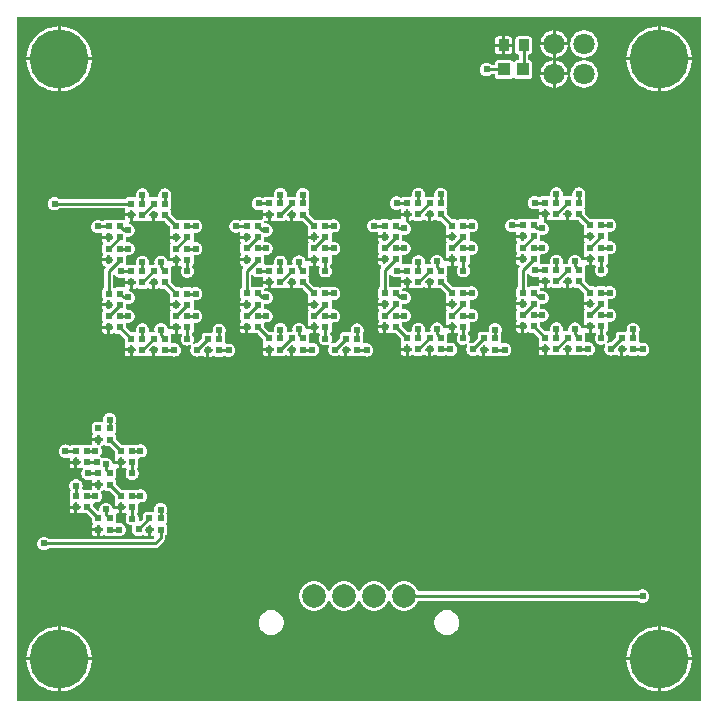
<source format=gtl>
G04 Layer: TopLayer*
G04 EasyEDA v6.5.34, 2023-09-25 23:45:59*
G04 c5930d253d39478cbfd5350cf3090093,5a6b42c53f6a479593ecc07194224c93,10*
G04 Gerber Generator version 0.2*
G04 Scale: 100 percent, Rotated: No, Reflected: No *
G04 Dimensions in millimeters *
G04 leading zeros omitted , absolute positions ,4 integer and 5 decimal *
%FSLAX45Y45*%
%MOMM*%

%ADD10C,0.2540*%
%ADD11R,0.5500X0.5500*%
%ADD12R,1.0000X1.1000*%
%ADD13R,0.8999X1.0000*%
%ADD14C,5.0000*%
%ADD15C,1.8000*%
%ADD16C,2.0000*%
%ADD17C,0.6096*%
%ADD18C,0.0103*%

%LPD*%
G36*
X5805932Y25908D02*
G01*
X36068Y26416D01*
X32156Y27178D01*
X28905Y29362D01*
X26670Y32664D01*
X25908Y36576D01*
X25908Y5805932D01*
X26670Y5809792D01*
X28905Y5813094D01*
X32156Y5815330D01*
X36068Y5816092D01*
X5805932Y5816092D01*
X5809792Y5815330D01*
X5813094Y5813094D01*
X5815330Y5809792D01*
X5816092Y5805932D01*
X5816092Y36068D01*
X5815330Y32156D01*
X5813094Y28905D01*
X5809792Y26670D01*
G37*

%LPC*%
G36*
X4584700Y5600700D02*
G01*
X4687062Y5600700D01*
X4686960Y5602528D01*
X4684268Y5616803D01*
X4679746Y5630672D01*
X4673549Y5643829D01*
X4665776Y5656122D01*
X4656480Y5667349D01*
X4645863Y5677306D01*
X4634077Y5685840D01*
X4621326Y5692851D01*
X4607814Y5698236D01*
X4593691Y5701842D01*
X4584700Y5702960D01*
G37*
G36*
X5473700Y105562D02*
G01*
X5478322Y105664D01*
X5501284Y108051D01*
X5523992Y112369D01*
X5546242Y118618D01*
X5567883Y126644D01*
X5588812Y136499D01*
X5608828Y148031D01*
X5627776Y161239D01*
X5645607Y175971D01*
X5662117Y192125D01*
X5677204Y209600D01*
X5690819Y228295D01*
X5702757Y248107D01*
X5713018Y268782D01*
X5721553Y290271D01*
X5728208Y312369D01*
X5733034Y334975D01*
X5735929Y357886D01*
X5736336Y368300D01*
X5473700Y368300D01*
G37*
G36*
X5448300Y105613D02*
G01*
X5448300Y368300D01*
X5185410Y368300D01*
X5187289Y346405D01*
X5191099Y323646D01*
X5196890Y301244D01*
X5204460Y279450D01*
X5213858Y258317D01*
X5224983Y238099D01*
X5237784Y218846D01*
X5252161Y200710D01*
X5267960Y183896D01*
X5285130Y168402D01*
X5303520Y154432D01*
X5323027Y142036D01*
X5343499Y131368D01*
X5364835Y122377D01*
X5386781Y115265D01*
X5409285Y109982D01*
X5432145Y106629D01*
G37*
G36*
X368300Y105613D02*
G01*
X368300Y368300D01*
X105410Y368300D01*
X107289Y346405D01*
X111099Y323646D01*
X116890Y301244D01*
X124460Y279450D01*
X133858Y258317D01*
X144983Y238099D01*
X157784Y218846D01*
X172161Y200710D01*
X187960Y183896D01*
X205130Y168402D01*
X223520Y154432D01*
X243027Y142036D01*
X263499Y131368D01*
X284835Y122377D01*
X306781Y115265D01*
X329285Y109982D01*
X352145Y106629D01*
G37*
G36*
X5473700Y393700D02*
G01*
X5736336Y393700D01*
X5735929Y404063D01*
X5733034Y427024D01*
X5728208Y449630D01*
X5721553Y471728D01*
X5713018Y493217D01*
X5702757Y513892D01*
X5690819Y533654D01*
X5677204Y552348D01*
X5662117Y569874D01*
X5645607Y586028D01*
X5627776Y600760D01*
X5608828Y613968D01*
X5588812Y625500D01*
X5567883Y635355D01*
X5546242Y643382D01*
X5523992Y649630D01*
X5501284Y653948D01*
X5478322Y656336D01*
X5473700Y656437D01*
G37*
G36*
X393700Y393700D02*
G01*
X656336Y393700D01*
X655929Y404063D01*
X653034Y427024D01*
X648208Y449630D01*
X641553Y471728D01*
X633018Y493217D01*
X622757Y513892D01*
X610819Y533654D01*
X597204Y552348D01*
X582117Y569874D01*
X565607Y586028D01*
X547776Y600760D01*
X528828Y613968D01*
X508812Y625500D01*
X487883Y635355D01*
X466242Y643382D01*
X443992Y649630D01*
X421284Y653948D01*
X398322Y656336D01*
X393700Y656437D01*
G37*
G36*
X5185410Y393700D02*
G01*
X5448300Y393700D01*
X5448300Y656386D01*
X5432145Y655370D01*
X5409285Y652018D01*
X5386781Y646734D01*
X5364835Y639572D01*
X5343499Y630631D01*
X5323027Y619912D01*
X5303520Y607568D01*
X5285130Y593598D01*
X5267960Y578104D01*
X5252161Y561289D01*
X5237784Y543153D01*
X5224983Y523900D01*
X5213858Y503682D01*
X5204460Y482549D01*
X5196890Y460756D01*
X5191099Y438353D01*
X5187289Y415594D01*
G37*
G36*
X105410Y393700D02*
G01*
X368300Y393700D01*
X368300Y656386D01*
X352145Y655370D01*
X329285Y652018D01*
X306781Y646734D01*
X284835Y639572D01*
X263499Y630631D01*
X243027Y619912D01*
X223520Y607568D01*
X205130Y593598D01*
X187960Y578104D01*
X172161Y561289D01*
X157784Y543153D01*
X144983Y523900D01*
X133858Y503682D01*
X124460Y482549D01*
X116890Y460756D01*
X111099Y438353D01*
X107289Y415594D01*
G37*
G36*
X2177440Y583488D02*
G01*
X2191258Y584403D01*
X2204821Y587095D01*
X2217978Y591566D01*
X2230374Y597662D01*
X2241905Y605383D01*
X2252319Y614527D01*
X2261463Y624941D01*
X2269134Y636422D01*
X2275281Y648868D01*
X2279700Y661974D01*
X2282444Y675538D01*
X2283307Y689356D01*
X2282444Y703224D01*
X2279700Y716788D01*
X2275281Y729894D01*
X2269134Y742340D01*
X2261463Y753821D01*
X2252319Y764235D01*
X2241905Y773379D01*
X2230374Y781100D01*
X2217978Y787196D01*
X2204821Y791667D01*
X2191258Y794359D01*
X2177440Y795274D01*
X2163622Y794359D01*
X2150059Y791667D01*
X2136902Y787196D01*
X2124506Y781100D01*
X2112975Y773379D01*
X2102561Y764235D01*
X2093417Y753821D01*
X2085746Y742340D01*
X2079599Y729894D01*
X2075180Y716788D01*
X2072436Y703224D01*
X2071573Y689356D01*
X2072436Y675538D01*
X2075180Y661974D01*
X2079599Y648868D01*
X2085746Y636422D01*
X2093417Y624941D01*
X2102561Y614527D01*
X2112975Y605383D01*
X2124506Y597662D01*
X2136902Y591566D01*
X2150059Y587095D01*
X2163622Y584403D01*
G37*
G36*
X3664559Y583488D02*
G01*
X3678377Y584403D01*
X3691940Y587095D01*
X3705047Y591566D01*
X3717493Y597662D01*
X3728974Y605383D01*
X3739387Y614527D01*
X3748532Y624941D01*
X3756253Y636422D01*
X3762349Y648868D01*
X3766820Y661974D01*
X3769512Y675538D01*
X3770426Y689356D01*
X3769512Y703224D01*
X3766820Y716788D01*
X3762349Y729894D01*
X3756253Y742340D01*
X3748532Y753821D01*
X3739387Y764235D01*
X3728974Y773379D01*
X3717493Y781100D01*
X3705047Y787196D01*
X3691940Y791667D01*
X3678377Y794359D01*
X3664559Y795274D01*
X3650691Y794359D01*
X3637127Y791667D01*
X3624021Y787196D01*
X3611575Y781100D01*
X3600094Y773379D01*
X3589680Y764235D01*
X3580536Y753821D01*
X3572814Y742340D01*
X3566718Y729894D01*
X3562248Y716788D01*
X3559556Y703224D01*
X3558641Y689356D01*
X3559556Y675538D01*
X3562248Y661974D01*
X3566718Y648868D01*
X3572814Y636422D01*
X3580536Y624941D01*
X3589680Y614527D01*
X3600094Y605383D01*
X3611575Y597662D01*
X3624021Y591566D01*
X3637127Y587095D01*
X3650691Y584403D01*
G37*
G36*
X2540000Y788517D02*
G01*
X2555189Y789432D01*
X2570124Y792175D01*
X2584653Y796696D01*
X2598521Y802894D01*
X2611526Y810768D01*
X2623464Y820166D01*
X2634234Y830884D01*
X2643581Y842873D01*
X2651455Y855878D01*
X2657754Y869797D01*
X2659938Y872947D01*
X2663190Y875080D01*
X2667000Y875792D01*
X2670810Y875080D01*
X2674010Y872947D01*
X2676245Y869797D01*
X2682544Y855878D01*
X2690368Y842873D01*
X2699766Y830884D01*
X2710535Y820166D01*
X2722473Y810768D01*
X2735478Y802894D01*
X2749346Y796696D01*
X2763875Y792175D01*
X2778810Y789432D01*
X2794000Y788517D01*
X2809189Y789432D01*
X2824124Y792175D01*
X2838653Y796696D01*
X2852521Y802894D01*
X2865526Y810768D01*
X2877464Y820166D01*
X2888234Y830884D01*
X2897581Y842873D01*
X2905455Y855878D01*
X2911754Y869797D01*
X2913938Y872947D01*
X2917190Y875080D01*
X2921000Y875792D01*
X2924810Y875080D01*
X2928010Y872947D01*
X2930245Y869797D01*
X2936544Y855878D01*
X2944368Y842873D01*
X2953766Y830884D01*
X2964535Y820166D01*
X2976473Y810768D01*
X2989478Y802894D01*
X3003346Y796696D01*
X3017875Y792175D01*
X3032810Y789432D01*
X3048000Y788517D01*
X3063189Y789432D01*
X3078124Y792175D01*
X3092653Y796696D01*
X3106521Y802894D01*
X3119526Y810768D01*
X3131464Y820166D01*
X3142234Y830884D01*
X3151581Y842873D01*
X3159455Y855878D01*
X3165754Y869797D01*
X3167938Y872947D01*
X3171190Y875080D01*
X3175000Y875792D01*
X3178810Y875080D01*
X3182010Y872947D01*
X3184245Y869797D01*
X3190544Y855878D01*
X3198368Y842873D01*
X3207766Y830884D01*
X3218535Y820166D01*
X3230473Y810768D01*
X3243478Y802894D01*
X3257346Y796696D01*
X3271875Y792175D01*
X3286810Y789432D01*
X3302000Y788517D01*
X3317189Y789432D01*
X3332124Y792175D01*
X3346653Y796696D01*
X3360521Y802894D01*
X3373526Y810768D01*
X3385464Y820166D01*
X3396234Y830884D01*
X3405581Y842873D01*
X3413455Y855878D01*
X3419754Y869848D01*
X3421989Y872998D01*
X3425240Y875131D01*
X3429000Y875842D01*
X5276240Y875842D01*
X5280152Y875080D01*
X5283454Y872845D01*
X5285079Y871219D01*
X5293106Y865581D01*
X5302046Y861466D01*
X5311495Y858926D01*
X5321300Y858062D01*
X5331104Y858926D01*
X5340553Y861466D01*
X5349494Y865581D01*
X5357520Y871219D01*
X5364480Y878179D01*
X5370118Y886206D01*
X5374233Y895146D01*
X5376773Y904595D01*
X5377637Y914400D01*
X5376773Y924204D01*
X5374233Y933653D01*
X5370118Y942594D01*
X5364480Y950620D01*
X5357520Y957580D01*
X5349494Y963218D01*
X5340553Y967333D01*
X5331104Y969873D01*
X5321300Y970737D01*
X5311495Y969873D01*
X5302046Y967333D01*
X5293106Y963218D01*
X5285079Y957580D01*
X5283555Y956056D01*
X5280253Y953820D01*
X5276342Y953058D01*
X3428949Y953058D01*
X3425190Y953769D01*
X3421938Y955903D01*
X3419703Y959053D01*
X3413455Y972870D01*
X3405581Y985875D01*
X3396234Y997864D01*
X3385464Y1008634D01*
X3373526Y1017981D01*
X3360521Y1025855D01*
X3346653Y1032103D01*
X3332124Y1036624D01*
X3317189Y1039368D01*
X3302000Y1040282D01*
X3286810Y1039368D01*
X3271875Y1036624D01*
X3257346Y1032103D01*
X3243478Y1025855D01*
X3230473Y1017981D01*
X3218535Y1008634D01*
X3207766Y997864D01*
X3198368Y985875D01*
X3190544Y972870D01*
X3184245Y958951D01*
X3182010Y955802D01*
X3178810Y953719D01*
X3175000Y952957D01*
X3171190Y953719D01*
X3167938Y955802D01*
X3165754Y958951D01*
X3159455Y972870D01*
X3151581Y985875D01*
X3142234Y997864D01*
X3131464Y1008634D01*
X3119526Y1017981D01*
X3106521Y1025855D01*
X3092653Y1032103D01*
X3078124Y1036624D01*
X3063189Y1039368D01*
X3048000Y1040282D01*
X3032810Y1039368D01*
X3017875Y1036624D01*
X3003346Y1032103D01*
X2989478Y1025855D01*
X2976473Y1017981D01*
X2964535Y1008634D01*
X2953766Y997864D01*
X2944368Y985875D01*
X2936544Y972870D01*
X2930245Y958951D01*
X2928010Y955802D01*
X2924810Y953719D01*
X2921000Y952957D01*
X2917190Y953719D01*
X2913938Y955802D01*
X2911754Y958951D01*
X2905455Y972870D01*
X2897581Y985875D01*
X2888234Y997864D01*
X2877464Y1008634D01*
X2865526Y1017981D01*
X2852521Y1025855D01*
X2838653Y1032103D01*
X2824124Y1036624D01*
X2809189Y1039368D01*
X2794000Y1040282D01*
X2778810Y1039368D01*
X2763875Y1036624D01*
X2749346Y1032103D01*
X2735478Y1025855D01*
X2722473Y1017981D01*
X2710535Y1008634D01*
X2699766Y997864D01*
X2690368Y985875D01*
X2682544Y972870D01*
X2676245Y958951D01*
X2674010Y955802D01*
X2670810Y953719D01*
X2667000Y952957D01*
X2663190Y953719D01*
X2659938Y955802D01*
X2657754Y958951D01*
X2651455Y972870D01*
X2643581Y985875D01*
X2634234Y997864D01*
X2623464Y1008634D01*
X2611526Y1017981D01*
X2598521Y1025855D01*
X2584653Y1032103D01*
X2570124Y1036624D01*
X2555189Y1039368D01*
X2540000Y1040282D01*
X2524810Y1039368D01*
X2509875Y1036624D01*
X2495346Y1032103D01*
X2481478Y1025855D01*
X2468473Y1017981D01*
X2456535Y1008634D01*
X2445766Y997864D01*
X2436368Y985875D01*
X2428544Y972870D01*
X2422296Y959002D01*
X2417775Y944524D01*
X2415032Y929538D01*
X2414117Y914400D01*
X2415032Y899210D01*
X2417775Y884275D01*
X2422296Y869746D01*
X2428544Y855878D01*
X2436368Y842873D01*
X2445766Y830884D01*
X2456535Y820166D01*
X2468473Y810768D01*
X2481478Y802894D01*
X2495346Y796696D01*
X2509875Y792175D01*
X2524810Y789432D01*
G37*
G36*
X4456887Y5600700D02*
G01*
X4559300Y5600700D01*
X4559300Y5702960D01*
X4550257Y5701842D01*
X4536186Y5698236D01*
X4522673Y5692851D01*
X4509922Y5685840D01*
X4498136Y5677306D01*
X4487519Y5667349D01*
X4478223Y5656122D01*
X4470450Y5643829D01*
X4464253Y5630672D01*
X4459732Y5616803D01*
X4457039Y5602528D01*
G37*
G36*
X4073194Y5588000D02*
G01*
X4131411Y5588000D01*
X4131411Y5651195D01*
X4099661Y5651195D01*
X4093362Y5650484D01*
X4087876Y5648553D01*
X4082999Y5645505D01*
X4078884Y5641390D01*
X4075785Y5636514D01*
X4073906Y5631027D01*
X4073194Y5624728D01*
G37*
G36*
X4156811Y5588000D02*
G01*
X4214977Y5588000D01*
X4214977Y5624728D01*
X4214266Y5631027D01*
X4212386Y5636514D01*
X4209288Y5641390D01*
X4205173Y5645505D01*
X4200296Y5648553D01*
X4194860Y5650484D01*
X4188510Y5651195D01*
X4156811Y5651195D01*
G37*
G36*
X4099661Y5499404D02*
G01*
X4131411Y5499404D01*
X4131411Y5562600D01*
X4073194Y5562600D01*
X4073194Y5525871D01*
X4073906Y5519521D01*
X4075785Y5514086D01*
X4078884Y5509158D01*
X4082999Y5505094D01*
X4087876Y5501995D01*
X4093362Y5500116D01*
G37*
G36*
X4156811Y5499404D02*
G01*
X4188510Y5499404D01*
X4194860Y5500116D01*
X4200296Y5501995D01*
X4205173Y5505094D01*
X4209288Y5509158D01*
X4212386Y5514086D01*
X4214266Y5519521D01*
X4214977Y5525871D01*
X4214977Y5562600D01*
X4156811Y5562600D01*
G37*
G36*
X5185410Y5473700D02*
G01*
X5448300Y5473700D01*
X5448300Y5736386D01*
X5432145Y5735370D01*
X5409285Y5732018D01*
X5386781Y5726734D01*
X5364835Y5719572D01*
X5343499Y5710631D01*
X5323027Y5699912D01*
X5303520Y5687568D01*
X5285130Y5673598D01*
X5267960Y5658104D01*
X5252161Y5641289D01*
X5237784Y5623153D01*
X5224983Y5603900D01*
X5213858Y5583682D01*
X5204460Y5562549D01*
X5196890Y5540756D01*
X5191099Y5518353D01*
X5187289Y5495594D01*
G37*
G36*
X105410Y5473700D02*
G01*
X368300Y5473700D01*
X368300Y5736386D01*
X352145Y5735370D01*
X329285Y5732018D01*
X306781Y5726734D01*
X284835Y5719572D01*
X263499Y5710631D01*
X243027Y5699912D01*
X223520Y5687568D01*
X205130Y5673598D01*
X187960Y5658104D01*
X172161Y5641289D01*
X157784Y5623153D01*
X144983Y5603900D01*
X133858Y5583682D01*
X124460Y5562549D01*
X116890Y5540756D01*
X111099Y5518353D01*
X107289Y5495594D01*
G37*
G36*
X5473700Y5473700D02*
G01*
X5736336Y5473700D01*
X5735929Y5484063D01*
X5733034Y5507024D01*
X5728208Y5529630D01*
X5721553Y5551728D01*
X5713018Y5573217D01*
X5702757Y5593892D01*
X5690819Y5613654D01*
X5677204Y5632348D01*
X5662117Y5649874D01*
X5645607Y5666028D01*
X5627776Y5680760D01*
X5608828Y5693968D01*
X5588812Y5705500D01*
X5567883Y5715355D01*
X5546242Y5723382D01*
X5523992Y5729630D01*
X5501284Y5733948D01*
X5478322Y5736336D01*
X5473700Y5736437D01*
G37*
G36*
X254000Y1302562D02*
G01*
X263804Y1303426D01*
X273304Y1305966D01*
X282194Y1310081D01*
X290220Y1315720D01*
X291795Y1317294D01*
X295097Y1319530D01*
X299008Y1320292D01*
X1193292Y1320292D01*
X1201318Y1321104D01*
X1208532Y1323289D01*
X1215237Y1326845D01*
X1221435Y1331976D01*
X1268272Y1378762D01*
X1273352Y1385011D01*
X1276908Y1391666D01*
X1279144Y1398879D01*
X1279906Y1406906D01*
X1279906Y1420063D01*
X1280464Y1423416D01*
X1282141Y1426413D01*
X1284935Y1428851D01*
X1288999Y1432915D01*
X1292098Y1437843D01*
X1294028Y1443278D01*
X1294739Y1449578D01*
X1294739Y1503476D01*
X1294028Y1509776D01*
X1292098Y1515262D01*
X1289964Y1518615D01*
X1288592Y1522120D01*
X1288592Y1525930D01*
X1289964Y1529435D01*
X1292098Y1532788D01*
X1294028Y1538274D01*
X1294739Y1544574D01*
X1294739Y1598472D01*
X1294028Y1604772D01*
X1290675Y1613560D01*
X1290472Y1616913D01*
X1291336Y1620164D01*
X1294231Y1626362D01*
X1296771Y1635861D01*
X1297635Y1645666D01*
X1296771Y1655419D01*
X1294231Y1664919D01*
X1290116Y1673809D01*
X1284478Y1681886D01*
X1277518Y1688795D01*
X1269492Y1694434D01*
X1260551Y1698599D01*
X1251102Y1701139D01*
X1241298Y1702003D01*
X1231493Y1701139D01*
X1222044Y1698599D01*
X1213104Y1694434D01*
X1205077Y1688795D01*
X1198118Y1681886D01*
X1192479Y1673809D01*
X1188364Y1664919D01*
X1185824Y1655419D01*
X1184960Y1645666D01*
X1185824Y1635760D01*
X1185214Y1631340D01*
X1182776Y1627632D01*
X1178966Y1625295D01*
X1173276Y1624939D01*
X1119378Y1624939D01*
X1113078Y1624228D01*
X1107592Y1622298D01*
X1102715Y1619250D01*
X1098600Y1615135D01*
X1095552Y1610258D01*
X1093622Y1604772D01*
X1092911Y1598472D01*
X1092911Y1576984D01*
X1092149Y1573072D01*
X1089964Y1569770D01*
X1072946Y1552803D01*
X1069543Y1550568D01*
X1065479Y1549857D01*
X1061466Y1550771D01*
X1058164Y1553260D01*
X1056132Y1556816D01*
X1055674Y1560880D01*
X1056386Y1569516D01*
X1055573Y1579270D01*
X1052982Y1588770D01*
X1048867Y1597660D01*
X1042720Y1606448D01*
X1041247Y1609598D01*
X1040892Y1613103D01*
X1041806Y1616506D01*
X1043787Y1619402D01*
X1047699Y1623364D01*
X1050798Y1628343D01*
X1052728Y1633778D01*
X1053439Y1640078D01*
X1053439Y1693976D01*
X1053795Y1699361D01*
X1056132Y1703120D01*
X1059891Y1705559D01*
X1064310Y1706168D01*
X1069898Y1705660D01*
X1079703Y1706524D01*
X1089152Y1709064D01*
X1098092Y1713230D01*
X1106119Y1718868D01*
X1113078Y1725828D01*
X1118717Y1733854D01*
X1122832Y1742744D01*
X1125372Y1752244D01*
X1126236Y1762048D01*
X1125372Y1771802D01*
X1122832Y1781302D01*
X1118717Y1790192D01*
X1113078Y1798269D01*
X1106119Y1805178D01*
X1098092Y1810816D01*
X1089152Y1814982D01*
X1079703Y1817522D01*
X1069898Y1818386D01*
X1060094Y1817522D01*
X1050645Y1814982D01*
X1046632Y1813102D01*
X1042822Y1812188D01*
X1038961Y1812747D01*
X1033271Y1814728D01*
X1026972Y1815439D01*
X973074Y1815439D01*
X966774Y1814728D01*
X961288Y1812798D01*
X957935Y1810664D01*
X954430Y1809292D01*
X950620Y1809292D01*
X947115Y1810664D01*
X943762Y1812798D01*
X938276Y1814728D01*
X931976Y1815439D01*
X910386Y1815439D01*
X906475Y1816201D01*
X903173Y1818386D01*
X865886Y1855724D01*
X863701Y1858975D01*
X862939Y1862886D01*
X862939Y1884476D01*
X862228Y1890775D01*
X860298Y1896262D01*
X858164Y1899615D01*
X856792Y1903120D01*
X856792Y1906930D01*
X858164Y1910435D01*
X860298Y1913788D01*
X862228Y1919274D01*
X862939Y1925574D01*
X862939Y1979472D01*
X862431Y1983892D01*
X862685Y1987499D01*
X864158Y1990801D01*
X866749Y1993392D01*
X870051Y1994865D01*
X873658Y1995119D01*
X878078Y1994611D01*
X892352Y1994611D01*
X892352Y2035352D01*
X842111Y2035352D01*
X837793Y2036267D01*
X834339Y2038959D01*
X832307Y2042871D01*
X830732Y2048611D01*
X826617Y2057501D01*
X820978Y2065528D01*
X814019Y2072487D01*
X805992Y2078126D01*
X797052Y2082292D01*
X787603Y2084832D01*
X777798Y2085644D01*
X767994Y2084832D01*
X758545Y2082292D01*
X752551Y2079498D01*
X748538Y2078532D01*
X744524Y2079243D01*
X741070Y2081530D01*
X734720Y2087880D01*
X731926Y2089810D01*
X728980Y2093061D01*
X727659Y2097227D01*
X728218Y2101596D01*
X730605Y2105304D01*
X732078Y2106777D01*
X737717Y2114854D01*
X741832Y2123744D01*
X744423Y2133244D01*
X745236Y2142998D01*
X744423Y2152802D01*
X741832Y2162302D01*
X737717Y2171192D01*
X736752Y2174951D01*
X737260Y2178710D01*
X739140Y2182063D01*
X742137Y2184450D01*
X745744Y2185619D01*
X747776Y2185822D01*
X753262Y2187752D01*
X756615Y2189886D01*
X760120Y2191258D01*
X763930Y2191258D01*
X767435Y2189886D01*
X770788Y2187752D01*
X776274Y2185822D01*
X782574Y2185111D01*
X804062Y2185111D01*
X807974Y2184349D01*
X811276Y2182164D01*
X848664Y2144776D01*
X850849Y2141474D01*
X851611Y2137562D01*
X851611Y2116074D01*
X852322Y2109774D01*
X854252Y2104288D01*
X856386Y2100935D01*
X857758Y2097430D01*
X857758Y2093620D01*
X856386Y2090115D01*
X854252Y2086762D01*
X852322Y2081275D01*
X851611Y2074976D01*
X851611Y2060752D01*
X892352Y2060752D01*
X892352Y2079447D01*
X893114Y2083358D01*
X895299Y2086660D01*
X898601Y2088845D01*
X902512Y2089607D01*
X907592Y2089607D01*
X911453Y2088845D01*
X914755Y2086660D01*
X916940Y2083358D01*
X917752Y2079447D01*
X917752Y2060752D01*
X936447Y2060752D01*
X940358Y2059939D01*
X943610Y2057755D01*
X945845Y2054453D01*
X946607Y2050592D01*
X946607Y2045512D01*
X945845Y2041601D01*
X943610Y2038299D01*
X940358Y2036114D01*
X936447Y2035352D01*
X917752Y2035352D01*
X917752Y1994611D01*
X931976Y1994611D01*
X939901Y1995678D01*
X943711Y1995881D01*
X947318Y1994712D01*
X950214Y1992274D01*
X952042Y1988921D01*
X952500Y1985213D01*
X951585Y1981504D01*
X947064Y1971802D01*
X944524Y1962302D01*
X943660Y1952548D01*
X944524Y1942744D01*
X947064Y1933244D01*
X951179Y1924354D01*
X956818Y1916328D01*
X963777Y1909368D01*
X971803Y1903730D01*
X980744Y1899564D01*
X990193Y1897024D01*
X999998Y1896211D01*
X1009802Y1897024D01*
X1019251Y1899564D01*
X1028192Y1903730D01*
X1036218Y1909368D01*
X1043178Y1916328D01*
X1048816Y1924354D01*
X1052931Y1933244D01*
X1055471Y1942744D01*
X1056335Y1952548D01*
X1055471Y1962302D01*
X1052931Y1971802D01*
X1048816Y1980692D01*
X1043482Y1988312D01*
X1042009Y1991512D01*
X1041704Y1995017D01*
X1042619Y1998421D01*
X1044600Y2001316D01*
X1047699Y2004415D01*
X1050798Y2009292D01*
X1052728Y2014778D01*
X1053439Y2021078D01*
X1053439Y2074976D01*
X1053795Y2080361D01*
X1056132Y2084120D01*
X1059891Y2086559D01*
X1064310Y2087168D01*
X1069898Y2086660D01*
X1079703Y2087524D01*
X1089152Y2090064D01*
X1098092Y2094230D01*
X1106119Y2099868D01*
X1113078Y2106777D01*
X1118717Y2114854D01*
X1122832Y2123744D01*
X1125372Y2133244D01*
X1126236Y2142998D01*
X1125372Y2152802D01*
X1122832Y2162302D01*
X1118717Y2171192D01*
X1113078Y2179269D01*
X1106119Y2186178D01*
X1098092Y2191816D01*
X1089152Y2195982D01*
X1079703Y2198522D01*
X1069898Y2199386D01*
X1060094Y2198522D01*
X1050645Y2195982D01*
X1046632Y2194102D01*
X1042822Y2193188D01*
X1038961Y2193747D01*
X1033271Y2195728D01*
X1026972Y2196439D01*
X973074Y2196439D01*
X966774Y2195728D01*
X961288Y2193798D01*
X957935Y2191664D01*
X954430Y2190292D01*
X950620Y2190292D01*
X947115Y2191664D01*
X943762Y2193798D01*
X938276Y2195728D01*
X931976Y2196439D01*
X910386Y2196439D01*
X906475Y2197201D01*
X903173Y2199386D01*
X865886Y2236673D01*
X863701Y2239975D01*
X862939Y2243886D01*
X862939Y2265476D01*
X862228Y2271776D01*
X860298Y2277262D01*
X858164Y2280615D01*
X856792Y2284120D01*
X856792Y2287930D01*
X858164Y2291435D01*
X860298Y2294788D01*
X862228Y2300274D01*
X862939Y2306574D01*
X862939Y2360472D01*
X862228Y2366772D01*
X858875Y2375560D01*
X858672Y2378913D01*
X859536Y2382164D01*
X862431Y2388362D01*
X864971Y2397861D01*
X865835Y2407615D01*
X864971Y2417419D01*
X862431Y2426919D01*
X858316Y2435809D01*
X852678Y2443886D01*
X845718Y2450795D01*
X837692Y2456434D01*
X828751Y2460599D01*
X819302Y2463139D01*
X809498Y2464003D01*
X799693Y2463139D01*
X790244Y2460599D01*
X781304Y2456434D01*
X773277Y2450795D01*
X766318Y2443886D01*
X760679Y2435809D01*
X756564Y2426919D01*
X754024Y2417419D01*
X753160Y2407615D01*
X754024Y2397760D01*
X753414Y2393340D01*
X750976Y2389632D01*
X747166Y2387295D01*
X741476Y2386939D01*
X687578Y2386939D01*
X681278Y2386228D01*
X675792Y2384298D01*
X670915Y2381250D01*
X666800Y2377135D01*
X663752Y2372258D01*
X661822Y2366772D01*
X661111Y2360472D01*
X661111Y2306574D01*
X661822Y2300274D01*
X663752Y2294788D01*
X665886Y2291435D01*
X667258Y2287930D01*
X667258Y2284120D01*
X665886Y2280615D01*
X663752Y2277262D01*
X661822Y2271776D01*
X661111Y2265476D01*
X661111Y2251252D01*
X701852Y2251252D01*
X701852Y2269947D01*
X702614Y2273858D01*
X704799Y2277160D01*
X708101Y2279345D01*
X712012Y2280107D01*
X717092Y2280107D01*
X720953Y2279345D01*
X724255Y2277160D01*
X726440Y2273858D01*
X727252Y2269947D01*
X727252Y2251252D01*
X745947Y2251252D01*
X749858Y2250440D01*
X753110Y2248255D01*
X755345Y2244953D01*
X756107Y2241092D01*
X756107Y2236012D01*
X755345Y2232101D01*
X753110Y2228799D01*
X749858Y2226614D01*
X745947Y2225852D01*
X727252Y2225852D01*
X727252Y2203043D01*
X726440Y2199081D01*
X724103Y2195728D01*
X720699Y2193544D01*
X716737Y2192883D01*
X712774Y2193848D01*
X707694Y2196185D01*
X704596Y2198420D01*
X702564Y2201672D01*
X701852Y2205431D01*
X701852Y2225852D01*
X661111Y2225852D01*
X661111Y2211578D01*
X661619Y2207158D01*
X661365Y2203551D01*
X659892Y2200249D01*
X657301Y2197658D01*
X653999Y2196185D01*
X650392Y2195931D01*
X645972Y2196439D01*
X592074Y2196439D01*
X585774Y2195728D01*
X580288Y2193798D01*
X576935Y2191664D01*
X573430Y2190292D01*
X569620Y2190292D01*
X566115Y2191664D01*
X562762Y2193798D01*
X557276Y2195728D01*
X550976Y2196439D01*
X497078Y2196439D01*
X490778Y2195728D01*
X485292Y2193798D01*
X480415Y2190750D01*
X478739Y2189022D01*
X475843Y2186990D01*
X472440Y2186127D01*
X468934Y2186432D01*
X465734Y2187905D01*
X463092Y2189734D01*
X454202Y2193899D01*
X444703Y2196439D01*
X434898Y2197303D01*
X425145Y2196439D01*
X415645Y2193899D01*
X406755Y2189734D01*
X398678Y2184095D01*
X391718Y2177186D01*
X386130Y2169109D01*
X381965Y2160219D01*
X379425Y2150719D01*
X378561Y2140966D01*
X379425Y2131161D01*
X381965Y2121662D01*
X386130Y2112772D01*
X391718Y2104745D01*
X398678Y2097786D01*
X406755Y2092147D01*
X415645Y2087981D01*
X425145Y2085441D01*
X434898Y2084578D01*
X444703Y2085441D01*
X454202Y2087981D01*
X456641Y2089150D01*
X460806Y2090115D01*
X465023Y2089251D01*
X468477Y2086762D01*
X470611Y2083054D01*
X471068Y2078786D01*
X470611Y2074976D01*
X470611Y2060752D01*
X511352Y2060752D01*
X511352Y2079447D01*
X512114Y2083358D01*
X514299Y2086660D01*
X517601Y2088845D01*
X521512Y2089607D01*
X526592Y2089607D01*
X530453Y2088845D01*
X533755Y2086660D01*
X535940Y2083358D01*
X536752Y2079447D01*
X536752Y2060752D01*
X555447Y2060752D01*
X559358Y2059939D01*
X562610Y2057755D01*
X564845Y2054453D01*
X565607Y2050592D01*
X565607Y2045512D01*
X564845Y2041601D01*
X562610Y2038299D01*
X559358Y2036114D01*
X555447Y2035352D01*
X536752Y2035352D01*
X536752Y1994611D01*
X550976Y1994611D01*
X557276Y1995322D01*
X562762Y1997252D01*
X565607Y1999081D01*
X569315Y2000453D01*
X573278Y2000351D01*
X576884Y1998776D01*
X579628Y1995881D01*
X581050Y1992223D01*
X580948Y1988261D01*
X579374Y1984603D01*
X576630Y1980692D01*
X572465Y1971802D01*
X569925Y1962302D01*
X569061Y1952498D01*
X569925Y1942744D01*
X572465Y1933244D01*
X576630Y1924354D01*
X582218Y1916277D01*
X589178Y1909368D01*
X597255Y1903730D01*
X606145Y1899564D01*
X615645Y1897024D01*
X625398Y1896160D01*
X635203Y1897024D01*
X644702Y1899564D01*
X647395Y1900834D01*
X651560Y1901799D01*
X655777Y1900936D01*
X659231Y1898446D01*
X661365Y1894738D01*
X661822Y1890522D01*
X661111Y1884476D01*
X661111Y1870252D01*
X701852Y1870252D01*
X701852Y1888947D01*
X702614Y1892858D01*
X704799Y1896160D01*
X708101Y1898345D01*
X712012Y1899107D01*
X717092Y1899107D01*
X720953Y1898345D01*
X724255Y1896160D01*
X726440Y1892858D01*
X727252Y1888947D01*
X727252Y1870252D01*
X745947Y1870252D01*
X749858Y1869439D01*
X753110Y1867255D01*
X755345Y1863953D01*
X756107Y1860092D01*
X756107Y1855012D01*
X755345Y1851101D01*
X753110Y1847799D01*
X749858Y1845614D01*
X745947Y1844852D01*
X727252Y1844852D01*
X727252Y1822043D01*
X726440Y1818081D01*
X724103Y1814728D01*
X720699Y1812543D01*
X716737Y1811883D01*
X712774Y1812848D01*
X707694Y1815185D01*
X704596Y1817420D01*
X702564Y1820672D01*
X701852Y1824431D01*
X701852Y1844852D01*
X661111Y1844852D01*
X661111Y1830578D01*
X661619Y1826158D01*
X661365Y1822551D01*
X659892Y1819249D01*
X657301Y1816658D01*
X653999Y1815185D01*
X650392Y1814931D01*
X645972Y1815439D01*
X592074Y1815439D01*
X587400Y1814931D01*
X583488Y1815236D01*
X579983Y1817014D01*
X577392Y1820011D01*
X576173Y1823770D01*
X576478Y1827733D01*
X579475Y1838604D01*
X580339Y1848307D01*
X579475Y1858111D01*
X576935Y1867611D01*
X572820Y1876501D01*
X567182Y1884527D01*
X560222Y1891487D01*
X552196Y1897125D01*
X543255Y1901291D01*
X533806Y1903831D01*
X524001Y1904644D01*
X514197Y1903831D01*
X504748Y1901291D01*
X495808Y1897125D01*
X487781Y1891487D01*
X480822Y1884527D01*
X475183Y1876501D01*
X471068Y1867611D01*
X468528Y1858111D01*
X467664Y1848307D01*
X468528Y1838553D01*
X471068Y1829054D01*
X475183Y1820164D01*
X476758Y1817928D01*
X478332Y1814322D01*
X478434Y1810359D01*
X477012Y1806651D01*
X473252Y1800707D01*
X471322Y1795272D01*
X470611Y1788972D01*
X470611Y1735074D01*
X471322Y1728774D01*
X473252Y1723288D01*
X475386Y1719935D01*
X476758Y1716430D01*
X476758Y1712620D01*
X475386Y1709115D01*
X473252Y1705762D01*
X471322Y1700275D01*
X470611Y1693976D01*
X470611Y1679752D01*
X511352Y1679752D01*
X511352Y1698447D01*
X512114Y1702358D01*
X514299Y1705660D01*
X517601Y1707845D01*
X521512Y1708607D01*
X526592Y1708607D01*
X530453Y1707845D01*
X533755Y1705660D01*
X535940Y1702358D01*
X536752Y1698447D01*
X536752Y1679752D01*
X555447Y1679752D01*
X559358Y1678939D01*
X562610Y1676755D01*
X564845Y1673453D01*
X565607Y1669592D01*
X565607Y1664512D01*
X564845Y1660601D01*
X562610Y1657299D01*
X559358Y1655114D01*
X555447Y1654352D01*
X536752Y1654352D01*
X536752Y1613611D01*
X550976Y1613611D01*
X557276Y1614322D01*
X562762Y1616252D01*
X566115Y1618386D01*
X569620Y1619758D01*
X573430Y1619758D01*
X576935Y1618386D01*
X580288Y1616252D01*
X585774Y1614322D01*
X592074Y1613611D01*
X613562Y1613611D01*
X617474Y1612849D01*
X620776Y1610664D01*
X658164Y1573276D01*
X660349Y1569974D01*
X661111Y1566062D01*
X661111Y1544574D01*
X661822Y1538274D01*
X663752Y1532788D01*
X665886Y1529435D01*
X667258Y1525930D01*
X667258Y1522120D01*
X665886Y1518615D01*
X663752Y1515262D01*
X661822Y1509776D01*
X661111Y1503476D01*
X661111Y1489252D01*
X701852Y1489252D01*
X701852Y1507947D01*
X702614Y1511858D01*
X704799Y1515160D01*
X708101Y1517345D01*
X712012Y1518107D01*
X717092Y1518107D01*
X720953Y1517345D01*
X724255Y1515160D01*
X726440Y1511858D01*
X727252Y1507947D01*
X727252Y1489252D01*
X745947Y1489252D01*
X749858Y1488440D01*
X753110Y1486255D01*
X755345Y1482953D01*
X756107Y1479092D01*
X756107Y1474012D01*
X755345Y1470101D01*
X753110Y1466799D01*
X749858Y1464614D01*
X745947Y1463852D01*
X727252Y1463852D01*
X727252Y1423111D01*
X741476Y1423111D01*
X747776Y1423822D01*
X753262Y1425752D01*
X756615Y1427886D01*
X760120Y1429258D01*
X763930Y1429258D01*
X767435Y1427886D01*
X770788Y1425752D01*
X776274Y1423822D01*
X782574Y1423111D01*
X836421Y1423111D01*
X842771Y1423822D01*
X848207Y1425752D01*
X851408Y1427734D01*
X854557Y1429054D01*
X857910Y1429258D01*
X861161Y1428343D01*
X871219Y1423568D01*
X880668Y1421028D01*
X890473Y1420164D01*
X900277Y1421028D01*
X909726Y1423568D01*
X918667Y1427683D01*
X926693Y1433322D01*
X933653Y1440281D01*
X939292Y1448308D01*
X943406Y1457248D01*
X945946Y1466697D01*
X946810Y1476502D01*
X945946Y1486306D01*
X943406Y1495755D01*
X939292Y1504696D01*
X933653Y1512722D01*
X926693Y1519682D01*
X918667Y1525320D01*
X909726Y1529435D01*
X900277Y1531975D01*
X890473Y1532839D01*
X880668Y1531975D01*
X875284Y1530553D01*
X871372Y1530299D01*
X867664Y1531518D01*
X864666Y1534109D01*
X862888Y1537614D01*
X862584Y1541526D01*
X862939Y1544574D01*
X862939Y1598472D01*
X862431Y1602892D01*
X862685Y1606499D01*
X864158Y1609801D01*
X866749Y1612392D01*
X870051Y1613865D01*
X873658Y1614119D01*
X878078Y1613611D01*
X892352Y1613611D01*
X892352Y1654352D01*
X842111Y1654352D01*
X837793Y1655267D01*
X834339Y1657959D01*
X832307Y1661871D01*
X830732Y1667611D01*
X826617Y1676501D01*
X820978Y1684528D01*
X814019Y1691487D01*
X805992Y1697126D01*
X797052Y1701292D01*
X787603Y1703832D01*
X777798Y1704695D01*
X767994Y1703832D01*
X758545Y1701292D01*
X749604Y1697126D01*
X741578Y1691487D01*
X734618Y1684528D01*
X728980Y1676501D01*
X724865Y1667611D01*
X722325Y1658112D01*
X721461Y1648307D01*
X721817Y1644142D01*
X721360Y1640078D01*
X719277Y1636522D01*
X715975Y1634083D01*
X712012Y1633118D01*
X707948Y1633829D01*
X704494Y1636064D01*
X675386Y1665173D01*
X673201Y1668475D01*
X672439Y1672386D01*
X672439Y1693976D01*
X672795Y1699361D01*
X675132Y1703120D01*
X678891Y1705559D01*
X683310Y1706168D01*
X688898Y1705660D01*
X698703Y1706524D01*
X708202Y1709064D01*
X717092Y1713230D01*
X725119Y1718868D01*
X732078Y1725828D01*
X737717Y1733854D01*
X741832Y1742744D01*
X744423Y1752244D01*
X745236Y1762048D01*
X744423Y1771802D01*
X741832Y1781302D01*
X737717Y1790192D01*
X736752Y1793951D01*
X737260Y1797710D01*
X739140Y1801063D01*
X742137Y1803450D01*
X745744Y1804619D01*
X747776Y1804822D01*
X753262Y1806752D01*
X756615Y1808886D01*
X760120Y1810257D01*
X763930Y1810257D01*
X767435Y1808886D01*
X770788Y1806752D01*
X776274Y1804822D01*
X782574Y1804111D01*
X804062Y1804111D01*
X807974Y1803349D01*
X811276Y1801164D01*
X848664Y1763775D01*
X850849Y1760474D01*
X851611Y1756562D01*
X851611Y1735074D01*
X852322Y1728774D01*
X854252Y1723288D01*
X856386Y1719935D01*
X857758Y1716430D01*
X857758Y1712620D01*
X856386Y1709115D01*
X854252Y1705762D01*
X852322Y1700275D01*
X851611Y1693976D01*
X851611Y1679752D01*
X892352Y1679752D01*
X892352Y1698447D01*
X893114Y1702358D01*
X895299Y1705660D01*
X898601Y1707845D01*
X902512Y1708607D01*
X907592Y1708607D01*
X911453Y1707845D01*
X914755Y1705660D01*
X916940Y1702358D01*
X917752Y1698447D01*
X917752Y1679752D01*
X936447Y1679752D01*
X940358Y1678939D01*
X943610Y1676755D01*
X945845Y1673453D01*
X946607Y1669592D01*
X946607Y1664512D01*
X945845Y1660601D01*
X943610Y1657299D01*
X940358Y1655114D01*
X936447Y1654352D01*
X917752Y1654352D01*
X917752Y1613611D01*
X931976Y1613611D01*
X938276Y1614322D01*
X941171Y1615338D01*
X945337Y1615897D01*
X949401Y1614678D01*
X952601Y1611884D01*
X954430Y1608074D01*
X954481Y1603806D01*
X952855Y1599946D01*
X951280Y1597660D01*
X947115Y1588770D01*
X944575Y1579270D01*
X943711Y1569516D01*
X944575Y1559712D01*
X947115Y1550212D01*
X951280Y1541322D01*
X956868Y1533296D01*
X963828Y1526336D01*
X971905Y1520698D01*
X980795Y1516532D01*
X990295Y1513992D01*
X993089Y1513738D01*
X996797Y1512671D01*
X999845Y1510284D01*
X1001776Y1506931D01*
X1002334Y1503121D01*
X998423Y1488948D01*
X997559Y1479194D01*
X998423Y1469390D01*
X1000963Y1459890D01*
X1005128Y1451000D01*
X1010767Y1442974D01*
X1017727Y1436014D01*
X1025753Y1430375D01*
X1034643Y1426210D01*
X1044143Y1423670D01*
X1053947Y1422857D01*
X1063701Y1423670D01*
X1073200Y1426210D01*
X1082090Y1430375D01*
X1086307Y1433322D01*
X1089507Y1434846D01*
X1093063Y1435150D01*
X1096467Y1434236D01*
X1099362Y1432204D01*
X1102715Y1428851D01*
X1107592Y1425752D01*
X1113078Y1423822D01*
X1119378Y1423111D01*
X1133652Y1423111D01*
X1133652Y1463852D01*
X1120038Y1463852D01*
X1115923Y1464716D01*
X1112520Y1467104D01*
X1110386Y1470710D01*
X1109929Y1474876D01*
X1110132Y1477416D01*
X1111046Y1480820D01*
X1113078Y1483715D01*
X1115618Y1486255D01*
X1118920Y1488440D01*
X1122781Y1489252D01*
X1133652Y1489252D01*
X1133652Y1500073D01*
X1134414Y1503934D01*
X1136599Y1507236D01*
X1141679Y1512316D01*
X1144981Y1514551D01*
X1148892Y1515313D01*
X1152753Y1514551D01*
X1156055Y1512316D01*
X1158240Y1509014D01*
X1159052Y1505153D01*
X1159052Y1489252D01*
X1177747Y1489252D01*
X1181658Y1488440D01*
X1184910Y1486255D01*
X1187145Y1482953D01*
X1187907Y1479092D01*
X1187907Y1474012D01*
X1187145Y1470101D01*
X1184910Y1466799D01*
X1181658Y1464614D01*
X1177747Y1463852D01*
X1159052Y1463852D01*
X1159052Y1423111D01*
X1173276Y1423111D01*
X1178407Y1423720D01*
X1182522Y1423314D01*
X1186180Y1421282D01*
X1188669Y1418031D01*
X1189685Y1413967D01*
X1188974Y1409903D01*
X1186738Y1406398D01*
X1180795Y1400505D01*
X1177493Y1398270D01*
X1173581Y1397508D01*
X299008Y1397508D01*
X295097Y1398270D01*
X291795Y1400505D01*
X290220Y1402080D01*
X282194Y1407718D01*
X273304Y1411833D01*
X263804Y1414373D01*
X254000Y1415237D01*
X244246Y1414373D01*
X234746Y1411833D01*
X225856Y1407718D01*
X217779Y1402080D01*
X210820Y1395120D01*
X205232Y1387094D01*
X201066Y1378153D01*
X198526Y1368704D01*
X197662Y1358900D01*
X198526Y1349095D01*
X201066Y1339646D01*
X205232Y1330706D01*
X210820Y1322679D01*
X217779Y1315720D01*
X225856Y1310081D01*
X234746Y1305966D01*
X244246Y1303426D01*
G37*
G36*
X393700Y5473700D02*
G01*
X656336Y5473700D01*
X655929Y5484063D01*
X653034Y5507024D01*
X648208Y5529630D01*
X641553Y5551728D01*
X633018Y5573217D01*
X622757Y5593892D01*
X610819Y5613654D01*
X597204Y5632348D01*
X582117Y5649874D01*
X565607Y5666028D01*
X547776Y5680760D01*
X528828Y5693968D01*
X508812Y5705500D01*
X487883Y5715355D01*
X466242Y5723382D01*
X443992Y5729630D01*
X421284Y5733948D01*
X398322Y5736336D01*
X393700Y5736437D01*
G37*
G36*
X4584700Y5473039D02*
G01*
X4593691Y5474157D01*
X4607814Y5477764D01*
X4621326Y5483148D01*
X4634077Y5490159D01*
X4645863Y5498693D01*
X4656480Y5508650D01*
X4665776Y5519877D01*
X4673549Y5532170D01*
X4679746Y5545328D01*
X4684268Y5559196D01*
X4686960Y5573471D01*
X4687062Y5575300D01*
X4584700Y5575300D01*
G37*
G36*
X4559300Y5473039D02*
G01*
X4559300Y5575300D01*
X4456887Y5575300D01*
X4457039Y5573471D01*
X4459732Y5559196D01*
X4464253Y5545328D01*
X4470450Y5532170D01*
X4478223Y5519877D01*
X4487519Y5508650D01*
X4498136Y5498693D01*
X4509922Y5490159D01*
X4522673Y5483148D01*
X4536186Y5477764D01*
X4550257Y5474157D01*
G37*
G36*
X687578Y1423111D02*
G01*
X701852Y1423111D01*
X701852Y1463852D01*
X661111Y1463852D01*
X661111Y1449578D01*
X661822Y1443278D01*
X663752Y1437843D01*
X666800Y1432915D01*
X670915Y1428851D01*
X675792Y1425752D01*
X681278Y1423822D01*
G37*
G36*
X4818735Y5472328D02*
G01*
X4833264Y5472328D01*
X4847691Y5474157D01*
X4861814Y5477764D01*
X4875326Y5483148D01*
X4888077Y5490159D01*
X4899863Y5498693D01*
X4910480Y5508650D01*
X4919776Y5519877D01*
X4927549Y5532170D01*
X4933746Y5545328D01*
X4938268Y5559196D01*
X4940960Y5573471D01*
X4941874Y5588000D01*
X4940960Y5602528D01*
X4938268Y5616803D01*
X4933746Y5630672D01*
X4927549Y5643829D01*
X4919776Y5656122D01*
X4910480Y5667349D01*
X4899863Y5677306D01*
X4888077Y5685840D01*
X4875326Y5692851D01*
X4861814Y5698236D01*
X4847691Y5701842D01*
X4833264Y5703671D01*
X4818735Y5703671D01*
X4804257Y5701842D01*
X4790186Y5698236D01*
X4776673Y5692851D01*
X4763922Y5685840D01*
X4752136Y5677306D01*
X4741519Y5667349D01*
X4732223Y5656122D01*
X4724450Y5643829D01*
X4718253Y5630672D01*
X4713732Y5616803D01*
X4711039Y5602528D01*
X4710125Y5588000D01*
X4711039Y5573471D01*
X4713732Y5559196D01*
X4718253Y5545328D01*
X4724450Y5532170D01*
X4732223Y5519877D01*
X4741519Y5508650D01*
X4752136Y5498693D01*
X4763922Y5490159D01*
X4776673Y5483148D01*
X4790186Y5477764D01*
X4804257Y5474157D01*
G37*
G36*
X4456887Y5346700D02*
G01*
X4559300Y5346700D01*
X4559300Y5448960D01*
X4550257Y5447842D01*
X4536186Y5444236D01*
X4522673Y5438851D01*
X4509922Y5431840D01*
X4498136Y5423306D01*
X4487519Y5413349D01*
X4478223Y5402122D01*
X4470450Y5389829D01*
X4464253Y5376672D01*
X4459732Y5362803D01*
X4457039Y5348528D01*
G37*
G36*
X4584700Y5346700D02*
G01*
X4687062Y5346700D01*
X4686960Y5348528D01*
X4684268Y5362803D01*
X4679746Y5376672D01*
X4673549Y5389829D01*
X4665776Y5402122D01*
X4656480Y5413349D01*
X4645863Y5423306D01*
X4634077Y5431840D01*
X4621326Y5438851D01*
X4607814Y5444236D01*
X4593691Y5447842D01*
X4584700Y5448960D01*
G37*
G36*
X4099661Y5291175D02*
G01*
X4198518Y5291175D01*
X4204868Y5291886D01*
X4210304Y5293817D01*
X4215231Y5296916D01*
X4219295Y5300980D01*
X4220514Y5302859D01*
X4223308Y5305806D01*
X4227068Y5307431D01*
X4231132Y5307431D01*
X4234891Y5305806D01*
X4237685Y5302859D01*
X4238904Y5300980D01*
X4242968Y5296916D01*
X4247896Y5293817D01*
X4253331Y5291886D01*
X4259681Y5291175D01*
X4358538Y5291175D01*
X4364837Y5291886D01*
X4370324Y5293817D01*
X4375200Y5296916D01*
X4379315Y5300980D01*
X4382363Y5305907D01*
X4384294Y5311343D01*
X4385005Y5317693D01*
X4385005Y5426506D01*
X4384294Y5432856D01*
X4382363Y5438292D01*
X4379315Y5443220D01*
X4375200Y5447284D01*
X4370324Y5450382D01*
X4364837Y5452313D01*
X4361738Y5452668D01*
X4358182Y5453735D01*
X4355287Y5455970D01*
X4353356Y5459120D01*
X4352696Y5462727D01*
X4352696Y5489651D01*
X4353356Y5493258D01*
X4355287Y5496407D01*
X4358182Y5498693D01*
X4361738Y5499760D01*
X4364837Y5500116D01*
X4370273Y5501995D01*
X4375200Y5505094D01*
X4379264Y5509158D01*
X4382363Y5514086D01*
X4384294Y5519521D01*
X4385005Y5525871D01*
X4385005Y5624728D01*
X4384294Y5631027D01*
X4382363Y5636514D01*
X4379264Y5641390D01*
X4375200Y5645505D01*
X4370273Y5648553D01*
X4364837Y5650484D01*
X4358538Y5651195D01*
X4269638Y5651195D01*
X4263339Y5650484D01*
X4257903Y5648553D01*
X4252976Y5645505D01*
X4248912Y5641390D01*
X4245813Y5636514D01*
X4243882Y5631027D01*
X4243171Y5624728D01*
X4243171Y5525871D01*
X4243882Y5519521D01*
X4245813Y5514086D01*
X4248912Y5509158D01*
X4252976Y5505094D01*
X4257903Y5501995D01*
X4263339Y5500116D01*
X4266438Y5499760D01*
X4269994Y5498693D01*
X4272889Y5496407D01*
X4274820Y5493258D01*
X4275480Y5489651D01*
X4275480Y5463184D01*
X4274718Y5459272D01*
X4272483Y5455970D01*
X4269232Y5453786D01*
X4265320Y5453024D01*
X4259681Y5453024D01*
X4253331Y5452313D01*
X4247896Y5450382D01*
X4242968Y5447284D01*
X4238904Y5443220D01*
X4237685Y5441340D01*
X4234891Y5438394D01*
X4231132Y5436768D01*
X4227068Y5436768D01*
X4223308Y5438394D01*
X4220514Y5441340D01*
X4219295Y5443220D01*
X4215231Y5447284D01*
X4210304Y5450382D01*
X4204868Y5452313D01*
X4198518Y5453024D01*
X4099661Y5453024D01*
X4093362Y5452313D01*
X4087876Y5450382D01*
X4082999Y5447284D01*
X4078884Y5443220D01*
X4075836Y5438292D01*
X4073906Y5432856D01*
X4073194Y5426506D01*
X4073194Y5420868D01*
X4072432Y5416956D01*
X4070197Y5413705D01*
X4066895Y5411470D01*
X4063034Y5410708D01*
X4045508Y5410708D01*
X4041597Y5411470D01*
X4038295Y5413705D01*
X4036720Y5415280D01*
X4028694Y5420918D01*
X4019753Y5425033D01*
X4010304Y5427573D01*
X4000500Y5428437D01*
X3990695Y5427573D01*
X3981246Y5425033D01*
X3972306Y5420918D01*
X3964279Y5415280D01*
X3957320Y5408320D01*
X3951681Y5400294D01*
X3947566Y5391353D01*
X3945026Y5381904D01*
X3944162Y5372100D01*
X3945026Y5362295D01*
X3947566Y5352846D01*
X3951681Y5343906D01*
X3957320Y5335879D01*
X3964279Y5328920D01*
X3972306Y5323281D01*
X3981246Y5319166D01*
X3990695Y5316626D01*
X4000500Y5315762D01*
X4010304Y5316626D01*
X4019753Y5319166D01*
X4028694Y5323281D01*
X4036720Y5328920D01*
X4038295Y5330494D01*
X4041597Y5332730D01*
X4045508Y5333492D01*
X4063034Y5333492D01*
X4066895Y5332730D01*
X4070197Y5330494D01*
X4072432Y5327192D01*
X4073194Y5323332D01*
X4073194Y5317693D01*
X4073906Y5311343D01*
X4075836Y5305907D01*
X4078884Y5300980D01*
X4082999Y5296916D01*
X4087876Y5293817D01*
X4093362Y5291886D01*
G37*
G36*
X4559300Y5219039D02*
G01*
X4559300Y5321300D01*
X4456887Y5321300D01*
X4457039Y5319471D01*
X4459732Y5305196D01*
X4464253Y5291328D01*
X4470450Y5278170D01*
X4478223Y5265877D01*
X4487519Y5254650D01*
X4498136Y5244693D01*
X4509922Y5236159D01*
X4522673Y5229148D01*
X4536186Y5223764D01*
X4550257Y5220157D01*
G37*
G36*
X4584700Y5219039D02*
G01*
X4593691Y5220157D01*
X4607814Y5223764D01*
X4621326Y5229148D01*
X4634077Y5236159D01*
X4645863Y5244693D01*
X4656480Y5254650D01*
X4665776Y5265877D01*
X4673549Y5278170D01*
X4679746Y5291328D01*
X4684268Y5305196D01*
X4686960Y5319471D01*
X4687062Y5321300D01*
X4584700Y5321300D01*
G37*
G36*
X4818735Y5218328D02*
G01*
X4833264Y5218328D01*
X4847691Y5220157D01*
X4861814Y5223764D01*
X4875326Y5229148D01*
X4888077Y5236159D01*
X4899863Y5244693D01*
X4910480Y5254650D01*
X4919776Y5265877D01*
X4927549Y5278170D01*
X4933746Y5291328D01*
X4938268Y5305196D01*
X4940960Y5319471D01*
X4941874Y5334000D01*
X4940960Y5348528D01*
X4938268Y5362803D01*
X4933746Y5376672D01*
X4927549Y5389829D01*
X4919776Y5402122D01*
X4910480Y5413349D01*
X4899863Y5423306D01*
X4888077Y5431840D01*
X4875326Y5438851D01*
X4861814Y5444236D01*
X4847691Y5447842D01*
X4833264Y5449671D01*
X4818735Y5449671D01*
X4804257Y5447842D01*
X4790186Y5444236D01*
X4776673Y5438851D01*
X4763922Y5431840D01*
X4752136Y5423306D01*
X4741519Y5413349D01*
X4732223Y5402122D01*
X4724450Y5389829D01*
X4718253Y5376672D01*
X4713732Y5362803D01*
X4711039Y5348528D01*
X4710125Y5334000D01*
X4711039Y5319471D01*
X4713732Y5305196D01*
X4718253Y5291328D01*
X4724450Y5278170D01*
X4732223Y5265877D01*
X4741519Y5254650D01*
X4752136Y5244693D01*
X4763922Y5236159D01*
X4776673Y5229148D01*
X4790186Y5223764D01*
X4804257Y5220157D01*
G37*
G36*
X497078Y1613611D02*
G01*
X511352Y1613611D01*
X511352Y1654352D01*
X470611Y1654352D01*
X470611Y1640078D01*
X471322Y1633778D01*
X473252Y1628343D01*
X476300Y1623415D01*
X480415Y1619351D01*
X485292Y1616252D01*
X490778Y1614322D01*
G37*
G36*
X5448300Y5185613D02*
G01*
X5448300Y5448300D01*
X5185410Y5448300D01*
X5187289Y5426405D01*
X5191099Y5403646D01*
X5196890Y5381244D01*
X5204460Y5359450D01*
X5213858Y5338318D01*
X5224983Y5318099D01*
X5237784Y5298846D01*
X5252161Y5280710D01*
X5267960Y5263896D01*
X5285130Y5248402D01*
X5303520Y5234432D01*
X5323027Y5222036D01*
X5343499Y5211368D01*
X5364835Y5202377D01*
X5386781Y5195265D01*
X5409285Y5189982D01*
X5432145Y5186629D01*
G37*
G36*
X368300Y5185613D02*
G01*
X368300Y5448300D01*
X105410Y5448300D01*
X107289Y5426405D01*
X111099Y5403646D01*
X116890Y5381244D01*
X124460Y5359450D01*
X133858Y5338318D01*
X144983Y5318099D01*
X157784Y5298846D01*
X172161Y5280710D01*
X187960Y5263896D01*
X205130Y5248402D01*
X223520Y5234432D01*
X243027Y5222036D01*
X263499Y5211368D01*
X284835Y5202377D01*
X306781Y5195265D01*
X329285Y5189982D01*
X352145Y5186629D01*
G37*
G36*
X393700Y5185562D02*
G01*
X398322Y5185664D01*
X421284Y5188051D01*
X443992Y5192369D01*
X466242Y5198618D01*
X487883Y5206644D01*
X508812Y5216499D01*
X528828Y5228031D01*
X547776Y5241239D01*
X565607Y5255971D01*
X582117Y5272125D01*
X597204Y5289600D01*
X610819Y5308295D01*
X622757Y5328107D01*
X633018Y5348782D01*
X641553Y5370271D01*
X648208Y5392369D01*
X653034Y5414975D01*
X655929Y5437886D01*
X656336Y5448300D01*
X393700Y5448300D01*
G37*
G36*
X5473700Y5185562D02*
G01*
X5478322Y5185664D01*
X5501284Y5188051D01*
X5523992Y5192369D01*
X5546242Y5198618D01*
X5567883Y5206644D01*
X5588812Y5216499D01*
X5608828Y5228031D01*
X5627776Y5241239D01*
X5645607Y5255971D01*
X5662117Y5272125D01*
X5677204Y5289600D01*
X5690819Y5308295D01*
X5702757Y5328107D01*
X5713018Y5348782D01*
X5721553Y5370271D01*
X5728208Y5392369D01*
X5733034Y5414975D01*
X5735929Y5437886D01*
X5736336Y5448300D01*
X5473700Y5448300D01*
G37*
G36*
X4971999Y3616045D02*
G01*
X4981752Y3616909D01*
X4991252Y3619449D01*
X5000142Y3623614D01*
X5008219Y3629253D01*
X5015179Y3636162D01*
X5020767Y3644239D01*
X5024932Y3653129D01*
X5027472Y3662629D01*
X5028336Y3672382D01*
X5027472Y3682187D01*
X5024932Y3691686D01*
X5020767Y3700576D01*
X5015484Y3708146D01*
X5013960Y3711346D01*
X5013655Y3714851D01*
X5014569Y3718255D01*
X5016601Y3721150D01*
X5019700Y3724249D01*
X5022799Y3729177D01*
X5024678Y3734612D01*
X5025440Y3740962D01*
X5025440Y3794810D01*
X5025796Y3800195D01*
X5028133Y3804005D01*
X5031892Y3806444D01*
X5036312Y3807002D01*
X5041900Y3806545D01*
X5051704Y3807409D01*
X5061153Y3809949D01*
X5070094Y3814064D01*
X5078120Y3819702D01*
X5085080Y3826662D01*
X5090718Y3834688D01*
X5094833Y3843629D01*
X5097373Y3853078D01*
X5098237Y3862882D01*
X5097373Y3872687D01*
X5094833Y3882136D01*
X5090718Y3891076D01*
X5085080Y3899103D01*
X5078120Y3906062D01*
X5070094Y3911701D01*
X5061153Y3915816D01*
X5051704Y3918356D01*
X5041900Y3919220D01*
X5036210Y3918712D01*
X5031790Y3919321D01*
X5028082Y3921760D01*
X5025745Y3925570D01*
X5025237Y3929989D01*
X5025440Y3931462D01*
X5025440Y3985310D01*
X5025796Y3990695D01*
X5028133Y3994505D01*
X5031892Y3996944D01*
X5036312Y3997502D01*
X5041900Y3997045D01*
X5051704Y3997909D01*
X5061153Y4000449D01*
X5070094Y4004564D01*
X5078120Y4010202D01*
X5085080Y4017162D01*
X5090718Y4025188D01*
X5094833Y4034129D01*
X5097373Y4043578D01*
X5098237Y4053382D01*
X5097373Y4063187D01*
X5094833Y4072636D01*
X5090718Y4081576D01*
X5085080Y4089603D01*
X5078120Y4096562D01*
X5070094Y4102201D01*
X5061153Y4106316D01*
X5051704Y4108856D01*
X5041900Y4109720D01*
X5032095Y4108856D01*
X5022646Y4106316D01*
X5018633Y4104436D01*
X5014823Y4103522D01*
X5010962Y4104081D01*
X5005273Y4106062D01*
X4998923Y4106773D01*
X4945075Y4106773D01*
X4938776Y4106062D01*
X4933289Y4104182D01*
X4929936Y4102049D01*
X4926380Y4100677D01*
X4922621Y4100677D01*
X4919116Y4102049D01*
X4915712Y4104182D01*
X4910277Y4106062D01*
X4903927Y4106773D01*
X4882388Y4106773D01*
X4878476Y4107535D01*
X4875174Y4109770D01*
X4837887Y4147058D01*
X4835702Y4150360D01*
X4834940Y4154220D01*
X4834940Y4175810D01*
X4834178Y4182160D01*
X4832299Y4187596D01*
X4830165Y4190949D01*
X4828794Y4194505D01*
X4828794Y4198264D01*
X4830165Y4201769D01*
X4832299Y4205173D01*
X4834229Y4210608D01*
X4834940Y4216958D01*
X4834940Y4270806D01*
X4834229Y4277106D01*
X4830876Y4285945D01*
X4830673Y4289298D01*
X4831537Y4292498D01*
X4834432Y4298746D01*
X4836972Y4308195D01*
X4837836Y4318000D01*
X4836972Y4327804D01*
X4834432Y4337253D01*
X4830267Y4346194D01*
X4824679Y4354220D01*
X4817719Y4361180D01*
X4809642Y4366818D01*
X4800752Y4370933D01*
X4791252Y4373473D01*
X4781499Y4374337D01*
X4771694Y4373473D01*
X4762195Y4370933D01*
X4753305Y4366818D01*
X4745278Y4361180D01*
X4738319Y4354220D01*
X4732680Y4346194D01*
X4728514Y4337253D01*
X4725974Y4327804D01*
X4725162Y4318000D01*
X4726025Y4308144D01*
X4725416Y4303725D01*
X4722977Y4299966D01*
X4719167Y4297629D01*
X4713427Y4297273D01*
X4659579Y4297273D01*
X4657750Y4297070D01*
X4653280Y4297578D01*
X4649520Y4299915D01*
X4647082Y4303623D01*
X4646472Y4308043D01*
X4647336Y4318000D01*
X4646472Y4327804D01*
X4643932Y4337253D01*
X4639767Y4346194D01*
X4634179Y4354220D01*
X4627219Y4361180D01*
X4619142Y4366818D01*
X4610252Y4370933D01*
X4600752Y4373473D01*
X4590999Y4374337D01*
X4581194Y4373473D01*
X4571695Y4370933D01*
X4562805Y4366818D01*
X4554778Y4361180D01*
X4547819Y4354220D01*
X4542180Y4346194D01*
X4538014Y4337253D01*
X4535474Y4327804D01*
X4534662Y4318000D01*
X4535525Y4308144D01*
X4534916Y4303725D01*
X4532477Y4299966D01*
X4528667Y4297629D01*
X4522927Y4297273D01*
X4469079Y4297273D01*
X4462780Y4296562D01*
X4457293Y4294682D01*
X4449064Y4289094D01*
X4445660Y4288180D01*
X4442104Y4288485D01*
X4438904Y4289958D01*
X4435094Y4292701D01*
X4426153Y4296816D01*
X4416704Y4299356D01*
X4406900Y4300220D01*
X4397095Y4299356D01*
X4387646Y4296816D01*
X4378706Y4292701D01*
X4370679Y4287062D01*
X4363720Y4280103D01*
X4358081Y4272076D01*
X4353966Y4263136D01*
X4351426Y4253687D01*
X4350562Y4243882D01*
X4351426Y4234078D01*
X4353966Y4224629D01*
X4358081Y4215688D01*
X4363720Y4207662D01*
X4370679Y4200702D01*
X4378706Y4195064D01*
X4387646Y4190949D01*
X4397095Y4188409D01*
X4406900Y4187545D01*
X4416704Y4188409D01*
X4426153Y4190949D01*
X4428896Y4192219D01*
X4433062Y4193133D01*
X4437278Y4192320D01*
X4440732Y4189831D01*
X4442866Y4186123D01*
X4443272Y4181856D01*
X4442612Y4175810D01*
X4442612Y4161586D01*
X4483303Y4161586D01*
X4483303Y4180332D01*
X4484116Y4184192D01*
X4486300Y4187494D01*
X4489602Y4189679D01*
X4493463Y4190492D01*
X4498543Y4190492D01*
X4502454Y4189679D01*
X4505756Y4187494D01*
X4507941Y4184192D01*
X4508703Y4180332D01*
X4508703Y4161586D01*
X4527448Y4161586D01*
X4531309Y4160824D01*
X4534611Y4158589D01*
X4536846Y4155287D01*
X4537608Y4151426D01*
X4537608Y4146346D01*
X4536846Y4142435D01*
X4534611Y4139184D01*
X4531309Y4136948D01*
X4527448Y4136186D01*
X4508703Y4136186D01*
X4508703Y4095496D01*
X4522927Y4095496D01*
X4529277Y4096207D01*
X4534712Y4098086D01*
X4538116Y4100220D01*
X4541621Y4101592D01*
X4545380Y4101592D01*
X4548936Y4100220D01*
X4552289Y4098086D01*
X4557776Y4096207D01*
X4564075Y4095496D01*
X4617923Y4095496D01*
X4624273Y4096207D01*
X4629708Y4098086D01*
X4633366Y4100372D01*
X4636871Y4101744D01*
X4640630Y4101744D01*
X4644186Y4100372D01*
X4647793Y4098086D01*
X4653280Y4096207D01*
X4659579Y4095496D01*
X4673803Y4095496D01*
X4673803Y4136186D01*
X4657648Y4136186D01*
X4653737Y4136948D01*
X4650435Y4139184D01*
X4648250Y4142486D01*
X4647488Y4146346D01*
X4648250Y4150258D01*
X4650486Y4153560D01*
X4655566Y4158640D01*
X4658868Y4160824D01*
X4662728Y4161586D01*
X4673803Y4161586D01*
X4673803Y4172559D01*
X4674616Y4176420D01*
X4676800Y4179722D01*
X4681880Y4184802D01*
X4685182Y4186986D01*
X4689094Y4187748D01*
X4692954Y4186986D01*
X4696256Y4184751D01*
X4698441Y4181449D01*
X4699203Y4177588D01*
X4699203Y4161586D01*
X4717948Y4161586D01*
X4721809Y4160824D01*
X4725111Y4158589D01*
X4727346Y4155287D01*
X4728108Y4151426D01*
X4728108Y4146346D01*
X4727346Y4142435D01*
X4725111Y4139184D01*
X4721809Y4136948D01*
X4717948Y4136186D01*
X4699203Y4136186D01*
X4699203Y4095496D01*
X4713427Y4095496D01*
X4719777Y4096207D01*
X4725212Y4098086D01*
X4728616Y4100220D01*
X4732121Y4101592D01*
X4735880Y4101592D01*
X4739436Y4100220D01*
X4742789Y4098086D01*
X4748276Y4096207D01*
X4754575Y4095496D01*
X4776063Y4095496D01*
X4779975Y4094683D01*
X4783226Y4092498D01*
X4820615Y4055110D01*
X4822850Y4051808D01*
X4823612Y4047947D01*
X4823612Y4026458D01*
X4824323Y4020108D01*
X4826254Y4014673D01*
X4828336Y4011269D01*
X4829759Y4007764D01*
X4829759Y4004005D01*
X4828336Y4000500D01*
X4826254Y3997096D01*
X4824323Y3991660D01*
X4823612Y3985310D01*
X4823612Y3971086D01*
X4864303Y3971086D01*
X4864303Y3989832D01*
X4865116Y3993692D01*
X4867300Y3996994D01*
X4870602Y3999179D01*
X4874463Y3999992D01*
X4879543Y3999992D01*
X4883454Y3999179D01*
X4886756Y3996994D01*
X4888941Y3993692D01*
X4889703Y3989832D01*
X4889703Y3971086D01*
X4905806Y3971086D01*
X4909667Y3970324D01*
X4912969Y3968089D01*
X4915154Y3964838D01*
X4915966Y3960926D01*
X4915204Y3957065D01*
X4912969Y3953764D01*
X4907940Y3948684D01*
X4904638Y3946448D01*
X4900726Y3945686D01*
X4889703Y3945686D01*
X4889703Y3934561D01*
X4888941Y3930700D01*
X4886756Y3927398D01*
X4881676Y3922268D01*
X4878374Y3920083D01*
X4874514Y3919270D01*
X4870602Y3920032D01*
X4867300Y3922268D01*
X4865116Y3925570D01*
X4864303Y3929430D01*
X4864303Y3945686D01*
X4823612Y3945686D01*
X4823612Y3931462D01*
X4824323Y3925112D01*
X4826254Y3919677D01*
X4828540Y3916019D01*
X4829911Y3912514D01*
X4829911Y3908755D01*
X4828540Y3905250D01*
X4826254Y3901592D01*
X4824323Y3896106D01*
X4823612Y3889806D01*
X4823612Y3835958D01*
X4824323Y3829608D01*
X4826254Y3824173D01*
X4828336Y3820769D01*
X4829759Y3817264D01*
X4829759Y3813505D01*
X4828336Y3810000D01*
X4826254Y3806596D01*
X4824323Y3801160D01*
X4823612Y3794810D01*
X4823612Y3780586D01*
X4864303Y3780586D01*
X4864303Y3799332D01*
X4865116Y3803192D01*
X4867300Y3806494D01*
X4870602Y3808679D01*
X4874463Y3809492D01*
X4879543Y3809492D01*
X4883454Y3808679D01*
X4886756Y3806494D01*
X4888941Y3803192D01*
X4889703Y3799332D01*
X4889703Y3780586D01*
X4908448Y3780586D01*
X4912309Y3779824D01*
X4915611Y3777589D01*
X4917846Y3774287D01*
X4918608Y3770426D01*
X4918608Y3765346D01*
X4917846Y3761435D01*
X4915611Y3758184D01*
X4912309Y3755948D01*
X4908448Y3755186D01*
X4889703Y3755186D01*
X4889703Y3714496D01*
X4903927Y3714496D01*
X4911902Y3715512D01*
X4915712Y3715765D01*
X4919268Y3714546D01*
X4922215Y3712108D01*
X4924044Y3708806D01*
X4924501Y3705047D01*
X4923586Y3701389D01*
X4919014Y3691686D01*
X4916474Y3682187D01*
X4915662Y3672382D01*
X4916474Y3662629D01*
X4919014Y3653129D01*
X4923180Y3644239D01*
X4928819Y3636162D01*
X4935778Y3629253D01*
X4943805Y3623614D01*
X4952695Y3619449D01*
X4962194Y3616909D01*
G37*
G36*
X3803599Y3613353D02*
G01*
X3813352Y3614216D01*
X3822852Y3616756D01*
X3831742Y3620922D01*
X3839819Y3626561D01*
X3846779Y3633470D01*
X3852367Y3641547D01*
X3856532Y3650437D01*
X3859072Y3659936D01*
X3859936Y3669690D01*
X3859072Y3679494D01*
X3856532Y3688994D01*
X3852367Y3697884D01*
X3847084Y3705504D01*
X3845610Y3708654D01*
X3845255Y3712210D01*
X3846169Y3715613D01*
X3848201Y3718509D01*
X3851300Y3721608D01*
X3854399Y3726484D01*
X3856329Y3731971D01*
X3857040Y3738270D01*
X3857040Y3792118D01*
X3857396Y3797503D01*
X3859733Y3801313D01*
X3863492Y3803751D01*
X3867912Y3804361D01*
X3873500Y3803853D01*
X3883304Y3804716D01*
X3892753Y3807256D01*
X3901694Y3811422D01*
X3909720Y3817010D01*
X3916679Y3823970D01*
X3922318Y3832047D01*
X3926433Y3840937D01*
X3928973Y3850436D01*
X3929837Y3860190D01*
X3928973Y3869994D01*
X3926433Y3879494D01*
X3922318Y3888384D01*
X3916679Y3896410D01*
X3909720Y3903370D01*
X3901694Y3909009D01*
X3892753Y3913174D01*
X3883304Y3915714D01*
X3873500Y3916527D01*
X3867810Y3916070D01*
X3863390Y3916629D01*
X3859682Y3919067D01*
X3857345Y3922877D01*
X3856837Y3927297D01*
X3857040Y3928770D01*
X3857040Y3982618D01*
X3857396Y3988003D01*
X3859733Y3991813D01*
X3863492Y3994251D01*
X3867912Y3994861D01*
X3873500Y3994353D01*
X3883304Y3995216D01*
X3892753Y3997756D01*
X3901694Y4001922D01*
X3909720Y4007510D01*
X3916679Y4014470D01*
X3922318Y4022547D01*
X3926433Y4031437D01*
X3928973Y4040936D01*
X3929837Y4050690D01*
X3928973Y4060494D01*
X3926433Y4069994D01*
X3922318Y4078884D01*
X3916679Y4086910D01*
X3909720Y4093870D01*
X3901694Y4099509D01*
X3892753Y4103674D01*
X3883304Y4106214D01*
X3873500Y4107027D01*
X3863695Y4106214D01*
X3854246Y4103674D01*
X3850233Y4101795D01*
X3846423Y4100829D01*
X3842562Y4101388D01*
X3836873Y4103370D01*
X3830523Y4104081D01*
X3776675Y4104081D01*
X3770376Y4103370D01*
X3764889Y4101490D01*
X3761536Y4099356D01*
X3758031Y4097985D01*
X3754221Y4097985D01*
X3750716Y4099356D01*
X3747312Y4101490D01*
X3741877Y4103370D01*
X3735527Y4104081D01*
X3713987Y4104081D01*
X3710076Y4104894D01*
X3706774Y4107078D01*
X3669487Y4144365D01*
X3667302Y4147667D01*
X3666540Y4151579D01*
X3666540Y4173118D01*
X3665829Y4179468D01*
X3663899Y4184904D01*
X3661765Y4188307D01*
X3660394Y4191812D01*
X3660394Y4195572D01*
X3661765Y4199077D01*
X3663899Y4202480D01*
X3665829Y4207967D01*
X3666540Y4214266D01*
X3666540Y4268114D01*
X3665829Y4274464D01*
X3662476Y4283252D01*
X3662273Y4286605D01*
X3663137Y4289856D01*
X3666032Y4296054D01*
X3668572Y4305554D01*
X3669436Y4315307D01*
X3668572Y4325112D01*
X3666032Y4334611D01*
X3661867Y4343501D01*
X3656279Y4351528D01*
X3649319Y4358487D01*
X3641242Y4364126D01*
X3632352Y4368292D01*
X3622852Y4370832D01*
X3613099Y4371644D01*
X3603294Y4370832D01*
X3593795Y4368292D01*
X3584905Y4364126D01*
X3576878Y4358487D01*
X3569919Y4351528D01*
X3564280Y4343501D01*
X3560165Y4334611D01*
X3557574Y4325112D01*
X3556762Y4315307D01*
X3557625Y4305452D01*
X3557015Y4301032D01*
X3554577Y4297273D01*
X3550767Y4294936D01*
X3545027Y4294581D01*
X3491179Y4294581D01*
X3489350Y4294378D01*
X3484879Y4294886D01*
X3481120Y4297222D01*
X3478682Y4300982D01*
X3478072Y4305401D01*
X3478936Y4315307D01*
X3478072Y4325112D01*
X3475532Y4334611D01*
X3471367Y4343501D01*
X3465779Y4351528D01*
X3458819Y4358487D01*
X3450742Y4364126D01*
X3441852Y4368292D01*
X3432352Y4370832D01*
X3422599Y4371644D01*
X3412794Y4370832D01*
X3403295Y4368292D01*
X3394405Y4364126D01*
X3386378Y4358487D01*
X3379419Y4351528D01*
X3373780Y4343501D01*
X3369665Y4334611D01*
X3367074Y4325112D01*
X3366262Y4315307D01*
X3367125Y4305452D01*
X3366515Y4301032D01*
X3364077Y4297273D01*
X3360267Y4294936D01*
X3354527Y4294581D01*
X3300679Y4294581D01*
X3294379Y4293870D01*
X3288893Y4291990D01*
X3280664Y4286402D01*
X3277260Y4285488D01*
X3273704Y4285792D01*
X3270554Y4287316D01*
X3266694Y4290009D01*
X3257753Y4294174D01*
X3248304Y4296714D01*
X3238500Y4297527D01*
X3228695Y4296714D01*
X3219246Y4294174D01*
X3210306Y4290009D01*
X3202279Y4284370D01*
X3195320Y4277410D01*
X3189681Y4269384D01*
X3185566Y4260494D01*
X3183026Y4250994D01*
X3182162Y4241190D01*
X3183026Y4231436D01*
X3185566Y4221937D01*
X3189681Y4213047D01*
X3195320Y4204970D01*
X3202279Y4198010D01*
X3210306Y4192422D01*
X3219246Y4188256D01*
X3228695Y4185716D01*
X3238500Y4184853D01*
X3248304Y4185716D01*
X3257753Y4188256D01*
X3260496Y4189526D01*
X3264662Y4190492D01*
X3268878Y4189628D01*
X3272332Y4187139D01*
X3274466Y4183430D01*
X3274872Y4179163D01*
X3274212Y4173118D01*
X3274212Y4158894D01*
X3314903Y4158894D01*
X3314903Y4177639D01*
X3315715Y4181500D01*
X3317900Y4184802D01*
X3321202Y4187037D01*
X3325063Y4187799D01*
X3330143Y4187799D01*
X3334054Y4187037D01*
X3337356Y4184802D01*
X3339541Y4181500D01*
X3340303Y4177639D01*
X3340303Y4158894D01*
X3359048Y4158894D01*
X3362909Y4158132D01*
X3366211Y4155948D01*
X3368446Y4152646D01*
X3369208Y4148734D01*
X3369208Y4143654D01*
X3368446Y4139793D01*
X3366211Y4136491D01*
X3362909Y4134256D01*
X3359048Y4133494D01*
X3340303Y4133494D01*
X3340303Y4092803D01*
X3354527Y4092803D01*
X3360877Y4093514D01*
X3366312Y4095394D01*
X3369716Y4097528D01*
X3373221Y4098899D01*
X3376980Y4098899D01*
X3380536Y4097528D01*
X3383889Y4095394D01*
X3389376Y4093514D01*
X3395675Y4092803D01*
X3449523Y4092803D01*
X3455873Y4093514D01*
X3461308Y4095394D01*
X3464966Y4097680D01*
X3468471Y4099102D01*
X3472230Y4099102D01*
X3475786Y4097680D01*
X3479393Y4095394D01*
X3484879Y4093514D01*
X3491179Y4092803D01*
X3505403Y4092803D01*
X3505403Y4133494D01*
X3489350Y4133494D01*
X3485489Y4134256D01*
X3482187Y4136491D01*
X3479952Y4139793D01*
X3479190Y4143705D01*
X3480003Y4147565D01*
X3482187Y4150868D01*
X3487318Y4155948D01*
X3490569Y4158132D01*
X3494481Y4158894D01*
X3505403Y4158894D01*
X3505403Y4169765D01*
X3506215Y4173626D01*
X3508400Y4176928D01*
X3513480Y4182008D01*
X3516782Y4184192D01*
X3520694Y4184954D01*
X3524554Y4184192D01*
X3527856Y4181957D01*
X3530041Y4178706D01*
X3530803Y4174794D01*
X3530803Y4158894D01*
X3549548Y4158894D01*
X3553409Y4158132D01*
X3556711Y4155948D01*
X3558946Y4152646D01*
X3559708Y4148734D01*
X3559708Y4143654D01*
X3558946Y4139793D01*
X3556711Y4136491D01*
X3553409Y4134256D01*
X3549548Y4133494D01*
X3530803Y4133494D01*
X3530803Y4092803D01*
X3545027Y4092803D01*
X3551377Y4093514D01*
X3556812Y4095394D01*
X3560216Y4097528D01*
X3563721Y4098899D01*
X3567480Y4098899D01*
X3571036Y4097528D01*
X3574389Y4095394D01*
X3579876Y4093514D01*
X3586175Y4092803D01*
X3607663Y4092803D01*
X3611575Y4092041D01*
X3614826Y4089806D01*
X3652215Y4052417D01*
X3654450Y4049115D01*
X3655212Y4045254D01*
X3655212Y4023766D01*
X3655923Y4017467D01*
X3657854Y4011980D01*
X3659936Y4008628D01*
X3661359Y4005072D01*
X3661359Y4001312D01*
X3659936Y3997807D01*
X3657854Y3994404D01*
X3655923Y3988968D01*
X3655212Y3982618D01*
X3655212Y3968394D01*
X3695903Y3968394D01*
X3695903Y3987139D01*
X3696715Y3991000D01*
X3698900Y3994302D01*
X3702202Y3996537D01*
X3706063Y3997299D01*
X3711143Y3997299D01*
X3715054Y3996537D01*
X3718356Y3994302D01*
X3720541Y3991000D01*
X3721303Y3987139D01*
X3721303Y3968394D01*
X3737508Y3968394D01*
X3741369Y3967632D01*
X3744671Y3965448D01*
X3746906Y3962146D01*
X3747668Y3958285D01*
X3746906Y3954373D01*
X3744722Y3951071D01*
X3739642Y3945991D01*
X3736340Y3943807D01*
X3732428Y3942994D01*
X3721303Y3942994D01*
X3721303Y3931767D01*
X3720541Y3927906D01*
X3718356Y3924604D01*
X3713276Y3919474D01*
X3709974Y3917289D01*
X3706114Y3916476D01*
X3702202Y3917238D01*
X3698900Y3919474D01*
X3696715Y3922776D01*
X3695903Y3926636D01*
X3695903Y3942994D01*
X3655212Y3942994D01*
X3655212Y3928770D01*
X3655923Y3922471D01*
X3657854Y3916984D01*
X3660140Y3913378D01*
X3661511Y3909822D01*
X3661511Y3906062D01*
X3660140Y3902557D01*
X3657854Y3898900D01*
X3655923Y3893464D01*
X3655212Y3887114D01*
X3655212Y3833266D01*
X3655923Y3826967D01*
X3657854Y3821480D01*
X3659936Y3818128D01*
X3661359Y3814572D01*
X3661359Y3810812D01*
X3659936Y3807307D01*
X3657854Y3803904D01*
X3655923Y3798468D01*
X3655212Y3792118D01*
X3655212Y3777894D01*
X3695903Y3777894D01*
X3695903Y3796639D01*
X3696715Y3800500D01*
X3698900Y3803802D01*
X3702202Y3806037D01*
X3706063Y3806799D01*
X3711143Y3806799D01*
X3715054Y3806037D01*
X3718356Y3803802D01*
X3720541Y3800500D01*
X3721303Y3796639D01*
X3721303Y3777894D01*
X3740048Y3777894D01*
X3743909Y3777132D01*
X3747211Y3774948D01*
X3749446Y3771646D01*
X3750208Y3767734D01*
X3750208Y3762654D01*
X3749446Y3758793D01*
X3747211Y3755491D01*
X3743909Y3753256D01*
X3740048Y3752494D01*
X3721303Y3752494D01*
X3721303Y3711803D01*
X3735527Y3711803D01*
X3743502Y3712870D01*
X3747312Y3713073D01*
X3750868Y3711854D01*
X3753815Y3709466D01*
X3755644Y3706114D01*
X3756101Y3702354D01*
X3755186Y3698697D01*
X3750665Y3688994D01*
X3748074Y3679494D01*
X3747262Y3669690D01*
X3748074Y3659936D01*
X3750665Y3650437D01*
X3754780Y3641547D01*
X3760419Y3633470D01*
X3767378Y3626561D01*
X3775405Y3620922D01*
X3784295Y3616756D01*
X3793794Y3614216D01*
G37*
G36*
X2635199Y3610711D02*
G01*
X2645003Y3611524D01*
X2654452Y3614064D01*
X2663393Y3618229D01*
X2671419Y3623868D01*
X2678379Y3630828D01*
X2684018Y3638854D01*
X2688132Y3647744D01*
X2690672Y3657244D01*
X2691536Y3667048D01*
X2690672Y3676802D01*
X2688132Y3686301D01*
X2684018Y3695192D01*
X2678684Y3702812D01*
X2677210Y3706012D01*
X2676906Y3709517D01*
X2677769Y3712921D01*
X2679801Y3715816D01*
X2682900Y3718915D01*
X2685999Y3723792D01*
X2687929Y3729278D01*
X2688640Y3735578D01*
X2688640Y3789476D01*
X2688996Y3794861D01*
X2691333Y3798620D01*
X2695092Y3801059D01*
X2699512Y3801668D01*
X2705100Y3801160D01*
X2714904Y3802024D01*
X2724353Y3804564D01*
X2733294Y3808729D01*
X2741320Y3814368D01*
X2748280Y3821277D01*
X2753918Y3829354D01*
X2758033Y3838244D01*
X2760573Y3847744D01*
X2761437Y3857498D01*
X2760573Y3867302D01*
X2758033Y3876801D01*
X2753918Y3885692D01*
X2748280Y3893718D01*
X2741320Y3900678D01*
X2733294Y3906316D01*
X2724353Y3910482D01*
X2714904Y3913022D01*
X2705100Y3913886D01*
X2699461Y3913378D01*
X2695041Y3913987D01*
X2691282Y3916426D01*
X2688945Y3920185D01*
X2688437Y3924655D01*
X2688640Y3926078D01*
X2688640Y3979976D01*
X2688996Y3985361D01*
X2691333Y3989120D01*
X2695092Y3991559D01*
X2699512Y3992168D01*
X2705100Y3991660D01*
X2714904Y3992524D01*
X2724353Y3995064D01*
X2733294Y3999229D01*
X2741320Y4004868D01*
X2748280Y4011777D01*
X2753918Y4019854D01*
X2758033Y4028744D01*
X2760573Y4038244D01*
X2761437Y4047998D01*
X2760573Y4057802D01*
X2758033Y4067301D01*
X2753918Y4076192D01*
X2748280Y4084218D01*
X2741320Y4091178D01*
X2733294Y4096816D01*
X2724353Y4100982D01*
X2714904Y4103522D01*
X2705100Y4104386D01*
X2695295Y4103522D01*
X2685846Y4100982D01*
X2681833Y4099102D01*
X2678023Y4098137D01*
X2674162Y4098696D01*
X2668473Y4100728D01*
X2662123Y4101439D01*
X2608275Y4101439D01*
X2601976Y4100728D01*
X2596489Y4098798D01*
X2593136Y4096664D01*
X2589631Y4095292D01*
X2585821Y4095292D01*
X2582316Y4096664D01*
X2578912Y4098798D01*
X2573477Y4100728D01*
X2567178Y4101439D01*
X2545588Y4101439D01*
X2541676Y4102201D01*
X2538374Y4104386D01*
X2501087Y4141673D01*
X2498902Y4144975D01*
X2498140Y4148886D01*
X2498140Y4170476D01*
X2497429Y4176776D01*
X2495499Y4182262D01*
X2493365Y4185615D01*
X2491994Y4189120D01*
X2491994Y4192930D01*
X2493365Y4196435D01*
X2495499Y4199788D01*
X2497429Y4205274D01*
X2498140Y4211574D01*
X2498140Y4265472D01*
X2497429Y4271772D01*
X2494076Y4280560D01*
X2493873Y4283913D01*
X2494737Y4287164D01*
X2497632Y4293362D01*
X2500172Y4302861D01*
X2501036Y4312615D01*
X2500172Y4322419D01*
X2497632Y4331919D01*
X2493518Y4340809D01*
X2487879Y4348835D01*
X2480919Y4355795D01*
X2472893Y4361434D01*
X2463952Y4365599D01*
X2454503Y4368139D01*
X2444699Y4369003D01*
X2434894Y4368139D01*
X2425446Y4365599D01*
X2416505Y4361434D01*
X2408478Y4355795D01*
X2401519Y4348835D01*
X2395880Y4340809D01*
X2391765Y4331919D01*
X2389225Y4322419D01*
X2388362Y4312615D01*
X2389225Y4302760D01*
X2388616Y4298340D01*
X2386177Y4294581D01*
X2382367Y4292244D01*
X2376678Y4291939D01*
X2322779Y4291939D01*
X2320950Y4291736D01*
X2316480Y4292193D01*
X2312720Y4294530D01*
X2310282Y4298289D01*
X2309672Y4302709D01*
X2310536Y4312615D01*
X2309672Y4322419D01*
X2307132Y4331919D01*
X2303018Y4340809D01*
X2297379Y4348835D01*
X2290419Y4355795D01*
X2282393Y4361434D01*
X2273452Y4365599D01*
X2264003Y4368139D01*
X2254199Y4369003D01*
X2244394Y4368139D01*
X2234946Y4365599D01*
X2226005Y4361434D01*
X2217978Y4355795D01*
X2211019Y4348835D01*
X2205380Y4340809D01*
X2201265Y4331919D01*
X2198725Y4322419D01*
X2197862Y4312615D01*
X2198725Y4302760D01*
X2198116Y4298340D01*
X2195677Y4294581D01*
X2191867Y4292244D01*
X2186178Y4291939D01*
X2132279Y4291939D01*
X2125980Y4291228D01*
X2120493Y4289298D01*
X2112264Y4283760D01*
X2108860Y4282846D01*
X2105355Y4283151D01*
X2102154Y4284624D01*
X2098294Y4287316D01*
X2089353Y4291482D01*
X2079904Y4294022D01*
X2070100Y4294886D01*
X2060295Y4294022D01*
X2050846Y4291482D01*
X2041906Y4287316D01*
X2033879Y4281678D01*
X2026920Y4274718D01*
X2021281Y4266692D01*
X2017166Y4257802D01*
X2014626Y4248302D01*
X2013762Y4238498D01*
X2014626Y4228744D01*
X2017166Y4219244D01*
X2021281Y4210354D01*
X2026920Y4202277D01*
X2033879Y4195368D01*
X2041906Y4189729D01*
X2050846Y4185564D01*
X2060295Y4183024D01*
X2070100Y4182160D01*
X2079904Y4183024D01*
X2089353Y4185564D01*
X2092096Y4186834D01*
X2096262Y4187799D01*
X2100478Y4186936D01*
X2103932Y4184446D01*
X2106066Y4180738D01*
X2106472Y4176471D01*
X2105812Y4170476D01*
X2105812Y4156201D01*
X2146503Y4156201D01*
X2146503Y4174947D01*
X2147316Y4178858D01*
X2149500Y4182110D01*
X2152802Y4184345D01*
X2156663Y4185107D01*
X2161743Y4185107D01*
X2165654Y4184345D01*
X2168956Y4182110D01*
X2171141Y4178858D01*
X2171903Y4174947D01*
X2171903Y4156201D01*
X2190648Y4156201D01*
X2194509Y4155440D01*
X2197811Y4153255D01*
X2200046Y4149953D01*
X2200808Y4146042D01*
X2200808Y4140962D01*
X2200046Y4137101D01*
X2197811Y4133799D01*
X2194509Y4131614D01*
X2190648Y4130801D01*
X2171903Y4130801D01*
X2171903Y4090111D01*
X2186178Y4090111D01*
X2192477Y4090822D01*
X2197912Y4092752D01*
X2201316Y4094835D01*
X2204821Y4096258D01*
X2208631Y4096258D01*
X2212136Y4094835D01*
X2215489Y4092752D01*
X2220976Y4090822D01*
X2227275Y4090111D01*
X2281123Y4090111D01*
X2287473Y4090822D01*
X2292908Y4092752D01*
X2296566Y4095038D01*
X2300071Y4096410D01*
X2303881Y4096410D01*
X2307386Y4095038D01*
X2310993Y4092752D01*
X2316480Y4090822D01*
X2322779Y4090111D01*
X2337003Y4090111D01*
X2337003Y4130801D01*
X2320798Y4130801D01*
X2316937Y4131614D01*
X2313635Y4133799D01*
X2311450Y4137101D01*
X2310638Y4141012D01*
X2311450Y4144873D01*
X2313635Y4148175D01*
X2318766Y4153255D01*
X2322068Y4155440D01*
X2325928Y4156201D01*
X2337003Y4156201D01*
X2337003Y4167225D01*
X2337816Y4171086D01*
X2340000Y4174388D01*
X2345080Y4179468D01*
X2348382Y4181652D01*
X2352294Y4182414D01*
X2356154Y4181652D01*
X2359456Y4179417D01*
X2361641Y4176166D01*
X2362403Y4172254D01*
X2362403Y4156201D01*
X2381148Y4156201D01*
X2385009Y4155440D01*
X2388311Y4153255D01*
X2390546Y4149953D01*
X2391308Y4146042D01*
X2391308Y4140962D01*
X2390546Y4137101D01*
X2388311Y4133799D01*
X2385009Y4131614D01*
X2381148Y4130801D01*
X2362403Y4130801D01*
X2362403Y4090111D01*
X2376678Y4090111D01*
X2382977Y4090822D01*
X2388412Y4092752D01*
X2391816Y4094835D01*
X2395321Y4096258D01*
X2399131Y4096258D01*
X2402636Y4094835D01*
X2405989Y4092752D01*
X2411476Y4090822D01*
X2417775Y4090111D01*
X2439263Y4090111D01*
X2443175Y4089349D01*
X2446477Y4087164D01*
X2483815Y4049776D01*
X2486050Y4046474D01*
X2486812Y4042562D01*
X2486812Y4021074D01*
X2487523Y4014774D01*
X2489454Y4009288D01*
X2491536Y4005935D01*
X2492959Y4002430D01*
X2492959Y3998620D01*
X2491536Y3995115D01*
X2489454Y3991762D01*
X2487523Y3986276D01*
X2486812Y3979976D01*
X2486812Y3965701D01*
X2527503Y3965701D01*
X2527503Y3984447D01*
X2528316Y3988358D01*
X2530500Y3991610D01*
X2533802Y3993845D01*
X2537663Y3994607D01*
X2542743Y3994607D01*
X2546654Y3993845D01*
X2549956Y3991610D01*
X2552141Y3988358D01*
X2552903Y3984447D01*
X2552903Y3965701D01*
X2568956Y3965701D01*
X2572867Y3964940D01*
X2576118Y3962755D01*
X2578354Y3959453D01*
X2579116Y3955592D01*
X2578354Y3951681D01*
X2576169Y3948379D01*
X2571089Y3943299D01*
X2567787Y3941114D01*
X2563926Y3940301D01*
X2552903Y3940301D01*
X2552903Y3929227D01*
X2552141Y3925366D01*
X2549956Y3922064D01*
X2544876Y3916934D01*
X2541574Y3914749D01*
X2537714Y3913936D01*
X2533802Y3914749D01*
X2530500Y3916934D01*
X2528316Y3920236D01*
X2527503Y3924096D01*
X2527503Y3940301D01*
X2486812Y3940301D01*
X2486812Y3926078D01*
X2487523Y3919778D01*
X2489454Y3914292D01*
X2491740Y3910685D01*
X2493111Y3907180D01*
X2493111Y3903370D01*
X2491740Y3899865D01*
X2489454Y3896207D01*
X2487523Y3890772D01*
X2486812Y3884472D01*
X2486812Y3830574D01*
X2487523Y3824274D01*
X2489454Y3818788D01*
X2491536Y3815435D01*
X2492959Y3811930D01*
X2492959Y3808120D01*
X2491536Y3804615D01*
X2489454Y3801262D01*
X2487523Y3795776D01*
X2486812Y3789476D01*
X2486812Y3775201D01*
X2527503Y3775201D01*
X2527503Y3793947D01*
X2528316Y3797858D01*
X2530500Y3801110D01*
X2533802Y3803345D01*
X2537663Y3804107D01*
X2542743Y3804107D01*
X2546654Y3803345D01*
X2549956Y3801110D01*
X2552141Y3797858D01*
X2552903Y3793947D01*
X2552903Y3775201D01*
X2571648Y3775201D01*
X2575509Y3774440D01*
X2578811Y3772255D01*
X2581046Y3768953D01*
X2581808Y3765042D01*
X2581808Y3759962D01*
X2581046Y3756101D01*
X2578811Y3752799D01*
X2575509Y3750614D01*
X2571648Y3749801D01*
X2552903Y3749801D01*
X2552903Y3709111D01*
X2567178Y3709111D01*
X2575102Y3710178D01*
X2578912Y3710381D01*
X2582519Y3709212D01*
X2585415Y3706774D01*
X2587244Y3703421D01*
X2587701Y3699662D01*
X2586786Y3696004D01*
X2582265Y3686301D01*
X2579725Y3676802D01*
X2578862Y3667048D01*
X2579725Y3657244D01*
X2582265Y3647744D01*
X2586380Y3638854D01*
X2592019Y3630828D01*
X2598978Y3623868D01*
X2607005Y3618229D01*
X2615946Y3614064D01*
X2625394Y3611524D01*
G37*
G36*
X1466799Y3608019D02*
G01*
X1476603Y3608882D01*
X1486052Y3611422D01*
X1494993Y3615537D01*
X1503019Y3621176D01*
X1509979Y3628136D01*
X1515618Y3636162D01*
X1519732Y3645103D01*
X1522272Y3654551D01*
X1523136Y3664356D01*
X1522272Y3674160D01*
X1519732Y3683609D01*
X1515618Y3692550D01*
X1510284Y3700119D01*
X1508810Y3703320D01*
X1508506Y3706825D01*
X1509420Y3710228D01*
X1511401Y3713124D01*
X1514500Y3716223D01*
X1517599Y3721150D01*
X1519529Y3726586D01*
X1520240Y3732936D01*
X1520240Y3786784D01*
X1520596Y3792169D01*
X1522933Y3795979D01*
X1526692Y3798366D01*
X1531112Y3798976D01*
X1536700Y3798468D01*
X1546504Y3799332D01*
X1555953Y3801872D01*
X1564894Y3806037D01*
X1572920Y3811676D01*
X1579880Y3818636D01*
X1585518Y3826662D01*
X1589633Y3835552D01*
X1592173Y3845051D01*
X1593037Y3854856D01*
X1592173Y3864610D01*
X1589633Y3874109D01*
X1585518Y3882999D01*
X1579880Y3891076D01*
X1572920Y3897985D01*
X1564894Y3903624D01*
X1555953Y3907790D01*
X1546504Y3910329D01*
X1536700Y3911193D01*
X1531061Y3910685D01*
X1526641Y3911295D01*
X1522882Y3913733D01*
X1520545Y3917543D01*
X1520037Y3921963D01*
X1520240Y3923436D01*
X1520240Y3977284D01*
X1520596Y3982669D01*
X1522933Y3986479D01*
X1526692Y3988866D01*
X1531112Y3989476D01*
X1536700Y3988968D01*
X1546504Y3989832D01*
X1555953Y3992372D01*
X1564894Y3996537D01*
X1572920Y4002176D01*
X1579880Y4009136D01*
X1585518Y4017162D01*
X1589633Y4026052D01*
X1592173Y4035551D01*
X1593037Y4045356D01*
X1592173Y4055110D01*
X1589633Y4064609D01*
X1585518Y4073499D01*
X1579880Y4081576D01*
X1572920Y4088485D01*
X1564894Y4094124D01*
X1555953Y4098290D01*
X1546504Y4100829D01*
X1536700Y4101693D01*
X1526895Y4100829D01*
X1517446Y4098290D01*
X1513433Y4096410D01*
X1509623Y4095496D01*
X1505762Y4096054D01*
X1500073Y4098036D01*
X1493774Y4098747D01*
X1439875Y4098747D01*
X1433576Y4098036D01*
X1428089Y4096105D01*
X1424736Y4094022D01*
X1421231Y4092600D01*
X1417421Y4092600D01*
X1413916Y4094022D01*
X1410563Y4096105D01*
X1405077Y4098036D01*
X1398778Y4098747D01*
X1377188Y4098747D01*
X1373276Y4099509D01*
X1369974Y4101744D01*
X1332687Y4139031D01*
X1330502Y4142333D01*
X1329740Y4146194D01*
X1329740Y4167784D01*
X1329029Y4174083D01*
X1327099Y4179570D01*
X1324965Y4182922D01*
X1323594Y4186428D01*
X1323594Y4190237D01*
X1324965Y4193743D01*
X1327099Y4197146D01*
X1329029Y4202582D01*
X1329740Y4208932D01*
X1329740Y4262780D01*
X1329029Y4269079D01*
X1325676Y4277868D01*
X1325473Y4281220D01*
X1326337Y4284472D01*
X1329232Y4290669D01*
X1331772Y4300169D01*
X1332636Y4309973D01*
X1331772Y4319727D01*
X1329232Y4329226D01*
X1325118Y4338116D01*
X1319479Y4346194D01*
X1312519Y4353102D01*
X1304493Y4358741D01*
X1295552Y4362907D01*
X1286103Y4365447D01*
X1276299Y4366310D01*
X1266494Y4365447D01*
X1257046Y4362907D01*
X1248105Y4358741D01*
X1240078Y4353102D01*
X1233119Y4346194D01*
X1227480Y4338116D01*
X1223365Y4329226D01*
X1220825Y4319727D01*
X1219962Y4309973D01*
X1220825Y4300067D01*
X1220216Y4295648D01*
X1217777Y4291939D01*
X1213967Y4289602D01*
X1208278Y4289247D01*
X1154379Y4289247D01*
X1152550Y4289044D01*
X1148080Y4289501D01*
X1144320Y4291838D01*
X1141882Y4295597D01*
X1141272Y4300016D01*
X1142136Y4309973D01*
X1141272Y4319727D01*
X1138732Y4329226D01*
X1134618Y4338116D01*
X1128979Y4346194D01*
X1122019Y4353102D01*
X1113993Y4358741D01*
X1105052Y4362907D01*
X1095603Y4365447D01*
X1085799Y4366310D01*
X1075994Y4365447D01*
X1066546Y4362907D01*
X1057605Y4358741D01*
X1049578Y4353102D01*
X1042619Y4346194D01*
X1036980Y4338116D01*
X1032865Y4329226D01*
X1030325Y4319727D01*
X1029462Y4309973D01*
X1030325Y4300067D01*
X1029716Y4295648D01*
X1027277Y4291939D01*
X1023467Y4289602D01*
X1017778Y4289247D01*
X963879Y4289247D01*
X957580Y4288536D01*
X952093Y4286605D01*
X947216Y4283557D01*
X940714Y4276648D01*
X937717Y4275023D01*
X934364Y4274464D01*
X387908Y4274464D01*
X383997Y4275226D01*
X380695Y4277410D01*
X379120Y4278985D01*
X371094Y4284624D01*
X362204Y4288790D01*
X352704Y4291330D01*
X342900Y4292193D01*
X333146Y4291330D01*
X323646Y4288790D01*
X314756Y4284624D01*
X306679Y4278985D01*
X299770Y4272076D01*
X294132Y4263999D01*
X289966Y4255109D01*
X287426Y4245610D01*
X286562Y4235856D01*
X287426Y4226052D01*
X289966Y4216552D01*
X294132Y4207662D01*
X299770Y4199636D01*
X306679Y4192676D01*
X314756Y4187037D01*
X323646Y4182872D01*
X333146Y4180332D01*
X342900Y4179468D01*
X352704Y4180332D01*
X362204Y4182872D01*
X371094Y4187037D01*
X379120Y4192676D01*
X380695Y4194251D01*
X383997Y4196435D01*
X387908Y4197248D01*
X932738Y4197248D01*
X936955Y4196334D01*
X940409Y4193743D01*
X942492Y4189984D01*
X942848Y4185716D01*
X941374Y4181652D01*
X940053Y4179570D01*
X938123Y4174083D01*
X937412Y4167784D01*
X937412Y4153560D01*
X978103Y4153560D01*
X978103Y4172254D01*
X978916Y4176166D01*
X981100Y4179468D01*
X984402Y4181652D01*
X988263Y4182414D01*
X993343Y4182414D01*
X997254Y4181652D01*
X1000556Y4179468D01*
X1002741Y4176166D01*
X1003503Y4172254D01*
X1003503Y4153560D01*
X1022248Y4153560D01*
X1026109Y4152747D01*
X1029411Y4150563D01*
X1031646Y4147261D01*
X1032408Y4143400D01*
X1032408Y4138320D01*
X1031646Y4134408D01*
X1029411Y4131106D01*
X1026109Y4128922D01*
X1022248Y4128160D01*
X1003503Y4128160D01*
X1003503Y4087418D01*
X1017778Y4087418D01*
X1024077Y4088129D01*
X1029563Y4090060D01*
X1032916Y4092194D01*
X1036421Y4093565D01*
X1040231Y4093565D01*
X1043736Y4092194D01*
X1047089Y4090060D01*
X1052576Y4088129D01*
X1058875Y4087418D01*
X1112723Y4087418D01*
X1119073Y4088129D01*
X1124508Y4090060D01*
X1128166Y4092346D01*
X1131671Y4093718D01*
X1135481Y4093718D01*
X1138986Y4092346D01*
X1142593Y4090060D01*
X1148080Y4088129D01*
X1154379Y4087418D01*
X1168603Y4087418D01*
X1168603Y4128160D01*
X1152550Y4128160D01*
X1148638Y4128922D01*
X1145336Y4131106D01*
X1143152Y4134408D01*
X1142390Y4138320D01*
X1143152Y4142232D01*
X1145387Y4145483D01*
X1150467Y4150563D01*
X1153769Y4152798D01*
X1157630Y4153560D01*
X1168603Y4153560D01*
X1168603Y4164431D01*
X1169416Y4168292D01*
X1171600Y4171594D01*
X1176680Y4176674D01*
X1179982Y4178858D01*
X1183894Y4179620D01*
X1187754Y4178858D01*
X1191056Y4176623D01*
X1193241Y4173372D01*
X1194003Y4169460D01*
X1194003Y4153560D01*
X1212748Y4153560D01*
X1216609Y4152747D01*
X1219911Y4150563D01*
X1222146Y4147261D01*
X1222908Y4143400D01*
X1222908Y4138320D01*
X1222146Y4134408D01*
X1219911Y4131106D01*
X1216609Y4128922D01*
X1212748Y4128160D01*
X1194003Y4128160D01*
X1194003Y4087418D01*
X1208278Y4087418D01*
X1214577Y4088129D01*
X1220063Y4090060D01*
X1223416Y4092194D01*
X1226921Y4093565D01*
X1230731Y4093565D01*
X1234236Y4092194D01*
X1237589Y4090060D01*
X1243076Y4088129D01*
X1249375Y4087418D01*
X1270863Y4087418D01*
X1274775Y4086656D01*
X1278077Y4084472D01*
X1315466Y4047083D01*
X1317650Y4043781D01*
X1318412Y4039870D01*
X1318412Y4018432D01*
X1319123Y4012082D01*
X1321054Y4006646D01*
X1323187Y4003243D01*
X1324559Y3999737D01*
X1324559Y3995928D01*
X1323187Y3992422D01*
X1321054Y3989070D01*
X1319123Y3983583D01*
X1318412Y3977284D01*
X1318412Y3963060D01*
X1359103Y3963060D01*
X1359103Y3981754D01*
X1359916Y3985666D01*
X1362100Y3988968D01*
X1365402Y3991152D01*
X1369263Y3991914D01*
X1374343Y3991914D01*
X1378254Y3991152D01*
X1381556Y3988968D01*
X1383741Y3985666D01*
X1384503Y3981754D01*
X1384503Y3963060D01*
X1400657Y3963060D01*
X1404569Y3962298D01*
X1407871Y3960063D01*
X1410055Y3956761D01*
X1410817Y3952900D01*
X1410055Y3949039D01*
X1407871Y3945737D01*
X1402842Y3940657D01*
X1399540Y3938422D01*
X1395628Y3937660D01*
X1384503Y3937660D01*
X1384503Y3926433D01*
X1383741Y3922572D01*
X1381556Y3919270D01*
X1376476Y3914140D01*
X1373174Y3911955D01*
X1369314Y3911142D01*
X1365402Y3911955D01*
X1362100Y3914140D01*
X1359916Y3917442D01*
X1359103Y3921302D01*
X1359103Y3937660D01*
X1318412Y3937660D01*
X1318412Y3923436D01*
X1319123Y3917086D01*
X1321054Y3911650D01*
X1323340Y3907993D01*
X1324711Y3904487D01*
X1324711Y3900678D01*
X1323340Y3897172D01*
X1321054Y3893565D01*
X1319123Y3888079D01*
X1318412Y3881780D01*
X1318412Y3827932D01*
X1319123Y3821582D01*
X1321054Y3816146D01*
X1323187Y3812743D01*
X1324559Y3809237D01*
X1324559Y3805428D01*
X1323187Y3801922D01*
X1321054Y3798570D01*
X1319123Y3793083D01*
X1318412Y3786784D01*
X1318412Y3772560D01*
X1359103Y3772560D01*
X1359103Y3791254D01*
X1359916Y3795166D01*
X1362100Y3798468D01*
X1365402Y3800652D01*
X1369263Y3801414D01*
X1374343Y3801414D01*
X1378254Y3800652D01*
X1381556Y3798468D01*
X1383741Y3795166D01*
X1384503Y3791254D01*
X1384503Y3772560D01*
X1403248Y3772560D01*
X1407109Y3771747D01*
X1410411Y3769563D01*
X1412646Y3766261D01*
X1413408Y3762400D01*
X1413408Y3757320D01*
X1412646Y3753408D01*
X1410411Y3750106D01*
X1407109Y3747922D01*
X1403248Y3747160D01*
X1384503Y3747160D01*
X1384503Y3706418D01*
X1398778Y3706418D01*
X1406702Y3707485D01*
X1410512Y3707688D01*
X1414119Y3706520D01*
X1417015Y3704082D01*
X1418844Y3700779D01*
X1419301Y3697020D01*
X1418386Y3693312D01*
X1413865Y3683609D01*
X1411325Y3674160D01*
X1410462Y3664356D01*
X1411325Y3654551D01*
X1413865Y3645103D01*
X1417980Y3636162D01*
X1423619Y3628136D01*
X1430578Y3621176D01*
X1438605Y3615537D01*
X1447546Y3611422D01*
X1456994Y3608882D01*
G37*
G36*
X393700Y105562D02*
G01*
X398322Y105664D01*
X421284Y108051D01*
X443992Y112369D01*
X466242Y118618D01*
X487883Y126644D01*
X508812Y136499D01*
X528828Y148031D01*
X547776Y161239D01*
X565607Y175971D01*
X582117Y192125D01*
X597204Y209600D01*
X610819Y228295D01*
X622757Y248107D01*
X633018Y268782D01*
X641553Y290271D01*
X648208Y312369D01*
X653034Y334975D01*
X655929Y357886D01*
X656336Y368300D01*
X393700Y368300D01*
G37*
G36*
X4278579Y3142996D02*
G01*
X4292803Y3142996D01*
X4292803Y3183686D01*
X4252112Y3183686D01*
X4252112Y3169462D01*
X4252823Y3163112D01*
X4254754Y3157677D01*
X4257802Y3152749D01*
X4261916Y3148685D01*
X4266793Y3145586D01*
X4272280Y3143707D01*
G37*
G36*
X3110179Y3140303D02*
G01*
X3124403Y3140303D01*
X3124403Y3180994D01*
X3083712Y3180994D01*
X3083712Y3166770D01*
X3084423Y3160471D01*
X3086354Y3154984D01*
X3089402Y3150108D01*
X3093516Y3145993D01*
X3098393Y3142894D01*
X3103880Y3141014D01*
G37*
G36*
X1941779Y3137611D02*
G01*
X1956003Y3137611D01*
X1956003Y3178302D01*
X1915312Y3178302D01*
X1915312Y3164078D01*
X1916023Y3157778D01*
X1917954Y3152292D01*
X1921002Y3147415D01*
X1925116Y3143300D01*
X1929993Y3140252D01*
X1935480Y3138322D01*
G37*
G36*
X773379Y3134918D02*
G01*
X787603Y3134918D01*
X787603Y3175660D01*
X746912Y3175660D01*
X746912Y3161436D01*
X747623Y3155086D01*
X749554Y3149650D01*
X752602Y3144723D01*
X756716Y3140659D01*
X761593Y3137560D01*
X767080Y3135630D01*
G37*
G36*
X4469079Y2952496D02*
G01*
X4483303Y2952496D01*
X4483303Y2993186D01*
X4442612Y2993186D01*
X4442612Y2978962D01*
X4443323Y2972612D01*
X4445254Y2967177D01*
X4448302Y2962249D01*
X4452416Y2958185D01*
X4457293Y2955086D01*
X4462780Y2953207D01*
G37*
G36*
X3300679Y2949803D02*
G01*
X3314903Y2949803D01*
X3314903Y2990494D01*
X3274212Y2990494D01*
X3274212Y2976270D01*
X3274923Y2969971D01*
X3276854Y2964484D01*
X3279901Y2959608D01*
X3284016Y2955493D01*
X3288893Y2952445D01*
X3294379Y2950514D01*
G37*
G36*
X2132279Y2947111D02*
G01*
X2146503Y2947111D01*
X2146503Y2987802D01*
X2105812Y2987802D01*
X2105812Y2973578D01*
X2106523Y2967278D01*
X2108454Y2961792D01*
X2111502Y2956915D01*
X2115616Y2952800D01*
X2120493Y2949752D01*
X2125980Y2947822D01*
G37*
G36*
X497078Y1994611D02*
G01*
X511352Y1994611D01*
X511352Y2035352D01*
X470611Y2035352D01*
X470611Y2021078D01*
X471322Y2014778D01*
X473252Y2009292D01*
X476300Y2004415D01*
X480415Y2000300D01*
X485292Y1997252D01*
X490778Y1995322D01*
G37*
G36*
X5321300Y2946857D02*
G01*
X5331104Y2947670D01*
X5340553Y2950210D01*
X5349494Y2954375D01*
X5357520Y2960014D01*
X5364480Y2966974D01*
X5370118Y2975000D01*
X5374233Y2983890D01*
X5376773Y2993390D01*
X5377637Y3003194D01*
X5376773Y3012948D01*
X5374233Y3022447D01*
X5370118Y3031337D01*
X5364480Y3039414D01*
X5357520Y3046323D01*
X5349494Y3051962D01*
X5340553Y3056128D01*
X5331104Y3058668D01*
X5321300Y3059531D01*
X5311495Y3058668D01*
X5307634Y3057652D01*
X5303723Y3057398D01*
X5300014Y3058617D01*
X5297017Y3061157D01*
X5295239Y3064662D01*
X5294934Y3068574D01*
X5295239Y3071266D01*
X5295239Y3125114D01*
X5294528Y3131464D01*
X5291175Y3140252D01*
X5290972Y3143605D01*
X5291836Y3146856D01*
X5294731Y3153054D01*
X5297271Y3162554D01*
X5298135Y3172307D01*
X5297271Y3182112D01*
X5294731Y3191611D01*
X5290566Y3200501D01*
X5284978Y3208528D01*
X5278018Y3215487D01*
X5269941Y3221126D01*
X5261051Y3225292D01*
X5251551Y3227832D01*
X5241798Y3228644D01*
X5231993Y3227832D01*
X5222494Y3225292D01*
X5213604Y3221126D01*
X5205577Y3215487D01*
X5198618Y3208528D01*
X5192979Y3200501D01*
X5188813Y3191611D01*
X5186273Y3182112D01*
X5185460Y3172307D01*
X5186324Y3162452D01*
X5185714Y3158032D01*
X5183276Y3154273D01*
X5179466Y3151936D01*
X5173726Y3151632D01*
X5119878Y3151632D01*
X5113578Y3150920D01*
X5108092Y3148990D01*
X5103215Y3145891D01*
X5099100Y3141827D01*
X5096052Y3136900D01*
X5094122Y3131464D01*
X5093411Y3125114D01*
X5093411Y3103676D01*
X5092649Y3099765D01*
X5090414Y3096463D01*
X5058968Y3065018D01*
X5056073Y3062986D01*
X5052669Y3062071D01*
X5044643Y3061360D01*
X5031130Y3057855D01*
X5027066Y3058566D01*
X5023612Y3060801D01*
X5021376Y3064256D01*
X5020665Y3068269D01*
X5021580Y3072282D01*
X5024983Y3079597D01*
X5027523Y3089046D01*
X5028387Y3098850D01*
X5027523Y3108655D01*
X5024983Y3118104D01*
X5020868Y3127044D01*
X5014722Y3135782D01*
X5013198Y3138982D01*
X5012893Y3142488D01*
X5013807Y3145840D01*
X5015788Y3148736D01*
X5019700Y3152749D01*
X5022799Y3157677D01*
X5024678Y3163112D01*
X5025440Y3169462D01*
X5025440Y3223310D01*
X5025796Y3228695D01*
X5028133Y3232505D01*
X5031892Y3234944D01*
X5036312Y3235502D01*
X5041900Y3235045D01*
X5051704Y3235909D01*
X5061153Y3238449D01*
X5070094Y3242564D01*
X5078120Y3248202D01*
X5085080Y3255162D01*
X5090718Y3263188D01*
X5094833Y3272129D01*
X5097373Y3281578D01*
X5098237Y3291382D01*
X5097373Y3301187D01*
X5094833Y3310636D01*
X5090718Y3319576D01*
X5085080Y3327603D01*
X5078120Y3334562D01*
X5070094Y3340201D01*
X5061153Y3344316D01*
X5051704Y3346856D01*
X5041900Y3347720D01*
X5036210Y3347212D01*
X5031790Y3347821D01*
X5028082Y3350260D01*
X5025745Y3354070D01*
X5025237Y3358489D01*
X5025440Y3359962D01*
X5025440Y3413810D01*
X5025796Y3419195D01*
X5028133Y3423005D01*
X5031892Y3425444D01*
X5036312Y3426002D01*
X5041900Y3425545D01*
X5051704Y3426409D01*
X5061153Y3428949D01*
X5070094Y3433064D01*
X5078120Y3438702D01*
X5085080Y3445662D01*
X5090718Y3453688D01*
X5094833Y3462629D01*
X5097373Y3472078D01*
X5098237Y3481882D01*
X5097373Y3491687D01*
X5094833Y3501136D01*
X5090718Y3510076D01*
X5085080Y3518103D01*
X5078120Y3525062D01*
X5070094Y3530701D01*
X5061153Y3534816D01*
X5051704Y3537356D01*
X5041900Y3538220D01*
X5032095Y3537356D01*
X5022646Y3534816D01*
X5018633Y3532936D01*
X5014823Y3532022D01*
X5010962Y3532581D01*
X5005273Y3534562D01*
X4998923Y3535273D01*
X4945075Y3535273D01*
X4938776Y3534562D01*
X4933289Y3532682D01*
X4929936Y3530549D01*
X4926380Y3529177D01*
X4922621Y3529177D01*
X4919116Y3530549D01*
X4915712Y3532682D01*
X4910277Y3534562D01*
X4903927Y3535273D01*
X4882388Y3535273D01*
X4878476Y3536035D01*
X4875174Y3538270D01*
X4837887Y3575558D01*
X4835702Y3578860D01*
X4834940Y3582720D01*
X4834940Y3604310D01*
X4834178Y3610660D01*
X4832299Y3616096D01*
X4830165Y3619449D01*
X4828794Y3623005D01*
X4828794Y3626764D01*
X4830165Y3630269D01*
X4832299Y3633673D01*
X4834229Y3639108D01*
X4834940Y3645458D01*
X4834940Y3699306D01*
X4834432Y3703726D01*
X4834686Y3707384D01*
X4836160Y3710686D01*
X4838750Y3713226D01*
X4842052Y3714750D01*
X4845659Y3714953D01*
X4850079Y3714496D01*
X4864303Y3714496D01*
X4864303Y3755186D01*
X4813452Y3755186D01*
X4809185Y3756101D01*
X4805730Y3758742D01*
X4803698Y3762552D01*
X4802784Y3765702D01*
X4798618Y3774694D01*
X4792980Y3782720D01*
X4786020Y3789679D01*
X4777994Y3795318D01*
X4769053Y3799433D01*
X4759604Y3801973D01*
X4749800Y3802837D01*
X4739995Y3801973D01*
X4730546Y3799433D01*
X4721606Y3795318D01*
X4713579Y3789679D01*
X4706620Y3782720D01*
X4700981Y3774694D01*
X4696866Y3765753D01*
X4694326Y3756304D01*
X4693462Y3746500D01*
X4694275Y3736848D01*
X4693818Y3732682D01*
X4691684Y3729075D01*
X4688281Y3726637D01*
X4684166Y3725773D01*
X4659579Y3725773D01*
X4657750Y3725570D01*
X4653280Y3726078D01*
X4649520Y3728415D01*
X4647082Y3732123D01*
X4646472Y3736543D01*
X4647336Y3746500D01*
X4646472Y3756304D01*
X4643932Y3765753D01*
X4639767Y3774694D01*
X4634179Y3782720D01*
X4627219Y3789679D01*
X4619142Y3795318D01*
X4610252Y3799433D01*
X4600752Y3801973D01*
X4590999Y3802837D01*
X4581194Y3801973D01*
X4571695Y3799433D01*
X4562805Y3795318D01*
X4554778Y3789679D01*
X4547819Y3782720D01*
X4542180Y3774694D01*
X4538014Y3765753D01*
X4535474Y3756304D01*
X4534662Y3746500D01*
X4535525Y3736644D01*
X4534916Y3732225D01*
X4532477Y3728465D01*
X4528667Y3726129D01*
X4522927Y3725773D01*
X4469079Y3725773D01*
X4464659Y3725265D01*
X4461052Y3725519D01*
X4457750Y3727043D01*
X4455160Y3729583D01*
X4453636Y3732885D01*
X4453432Y3736543D01*
X4453940Y3740962D01*
X4453940Y3794810D01*
X4454296Y3800195D01*
X4456633Y3804005D01*
X4460392Y3806444D01*
X4464812Y3807002D01*
X4470400Y3806545D01*
X4480204Y3807409D01*
X4489653Y3809949D01*
X4498594Y3814064D01*
X4506620Y3819702D01*
X4513580Y3826662D01*
X4519218Y3834688D01*
X4523333Y3843629D01*
X4525873Y3853078D01*
X4526737Y3862882D01*
X4525873Y3872687D01*
X4523333Y3882136D01*
X4519218Y3891076D01*
X4513580Y3899103D01*
X4506620Y3906062D01*
X4498594Y3911701D01*
X4489653Y3915816D01*
X4480204Y3918356D01*
X4470400Y3919220D01*
X4464710Y3918712D01*
X4460290Y3919321D01*
X4456582Y3921760D01*
X4454245Y3925570D01*
X4453737Y3929989D01*
X4453940Y3931462D01*
X4453940Y3959910D01*
X4454753Y3963974D01*
X4457192Y3967378D01*
X4460798Y3969512D01*
X4464964Y3970020D01*
X4470400Y3969562D01*
X4480204Y3970426D01*
X4489653Y3972966D01*
X4498594Y3977081D01*
X4506620Y3982720D01*
X4513580Y3989679D01*
X4519218Y3997706D01*
X4523333Y4006646D01*
X4525873Y4016095D01*
X4526737Y4025900D01*
X4525873Y4035704D01*
X4523333Y4045153D01*
X4519218Y4054094D01*
X4513580Y4062120D01*
X4506620Y4069079D01*
X4498594Y4074718D01*
X4489196Y4079087D01*
X4486097Y4081322D01*
X4484014Y4084523D01*
X4483303Y4088282D01*
X4483303Y4136186D01*
X4442612Y4136186D01*
X4442612Y4121962D01*
X4443120Y4117543D01*
X4442866Y4113885D01*
X4441342Y4110583D01*
X4438802Y4108043D01*
X4435500Y4106519D01*
X4431893Y4106265D01*
X4427423Y4106773D01*
X4373575Y4106773D01*
X4367276Y4106062D01*
X4361789Y4104182D01*
X4358436Y4102049D01*
X4354880Y4100677D01*
X4351121Y4100677D01*
X4347616Y4102049D01*
X4344212Y4104182D01*
X4338777Y4106062D01*
X4332427Y4106773D01*
X4278579Y4106773D01*
X4272280Y4106062D01*
X4266793Y4104182D01*
X4261916Y4101084D01*
X4260240Y4099407D01*
X4257344Y4097375D01*
X4253941Y4096461D01*
X4250385Y4096765D01*
X4247184Y4098239D01*
X4244594Y4100118D01*
X4235653Y4104233D01*
X4226204Y4106773D01*
X4216400Y4107637D01*
X4206595Y4106773D01*
X4197146Y4104233D01*
X4188206Y4100118D01*
X4180179Y4094479D01*
X4173220Y4087520D01*
X4167581Y4079494D01*
X4163466Y4070553D01*
X4160926Y4061104D01*
X4160062Y4051300D01*
X4160926Y4041495D01*
X4163466Y4032046D01*
X4167581Y4023106D01*
X4173220Y4015079D01*
X4180179Y4008120D01*
X4188206Y4002481D01*
X4197146Y3998366D01*
X4206595Y3995826D01*
X4216400Y3994962D01*
X4226204Y3995826D01*
X4235653Y3998366D01*
X4238142Y3999484D01*
X4242308Y4000449D01*
X4246524Y3999585D01*
X4249978Y3997096D01*
X4252112Y3993387D01*
X4252518Y3989171D01*
X4252112Y3985310D01*
X4252112Y3971086D01*
X4292803Y3971086D01*
X4292803Y3989832D01*
X4293616Y3993692D01*
X4295800Y3996994D01*
X4299102Y3999179D01*
X4302963Y3999992D01*
X4308043Y3999992D01*
X4311954Y3999179D01*
X4315256Y3996994D01*
X4317441Y3993692D01*
X4318203Y3989832D01*
X4318203Y3971086D01*
X4334306Y3971086D01*
X4338167Y3970324D01*
X4341469Y3968089D01*
X4343654Y3964838D01*
X4344466Y3960926D01*
X4343704Y3957065D01*
X4341469Y3953764D01*
X4336440Y3948684D01*
X4333138Y3946448D01*
X4329226Y3945686D01*
X4318203Y3945686D01*
X4318203Y3934561D01*
X4317441Y3930700D01*
X4315256Y3927398D01*
X4310176Y3922268D01*
X4306874Y3920083D01*
X4303014Y3919270D01*
X4299102Y3920032D01*
X4295800Y3922268D01*
X4293616Y3925570D01*
X4292803Y3929430D01*
X4292803Y3945686D01*
X4252112Y3945686D01*
X4252112Y3931462D01*
X4252823Y3925112D01*
X4254754Y3919677D01*
X4257040Y3916019D01*
X4258411Y3912514D01*
X4258411Y3908755D01*
X4257040Y3905250D01*
X4254754Y3901592D01*
X4252823Y3896106D01*
X4252112Y3889806D01*
X4252112Y3835958D01*
X4252823Y3829608D01*
X4254754Y3824173D01*
X4256836Y3820769D01*
X4258259Y3817264D01*
X4258259Y3813505D01*
X4256836Y3810000D01*
X4254754Y3806596D01*
X4252823Y3801160D01*
X4252112Y3794810D01*
X4252112Y3780586D01*
X4292803Y3780586D01*
X4292803Y3799332D01*
X4293616Y3803192D01*
X4295800Y3806494D01*
X4299102Y3808679D01*
X4302963Y3809492D01*
X4308043Y3809492D01*
X4311954Y3808679D01*
X4315256Y3806494D01*
X4317441Y3803192D01*
X4318203Y3799332D01*
X4318203Y3780586D01*
X4334103Y3780586D01*
X4338015Y3779824D01*
X4341317Y3777589D01*
X4343501Y3774287D01*
X4344263Y3770426D01*
X4343501Y3766515D01*
X4341317Y3763264D01*
X4336237Y3758184D01*
X4332935Y3755948D01*
X4329023Y3755186D01*
X4318203Y3755186D01*
X4318203Y3744366D01*
X4317441Y3740454D01*
X4315256Y3737203D01*
X4310176Y3732123D01*
X4306874Y3729888D01*
X4302963Y3729126D01*
X4299102Y3729888D01*
X4295800Y3732123D01*
X4293616Y3735374D01*
X4292803Y3739286D01*
X4292803Y3755186D01*
X4252112Y3755186D01*
X4252112Y3740962D01*
X4252823Y3734612D01*
X4254754Y3729177D01*
X4257802Y3724249D01*
X4261916Y3720185D01*
X4266793Y3717086D01*
X4272788Y3715004D01*
X4276140Y3713022D01*
X4278528Y3709974D01*
X4279595Y3706215D01*
X4279138Y3702354D01*
X4277309Y3698951D01*
X4273499Y3694328D01*
X4269943Y3687622D01*
X4267758Y3680409D01*
X4266946Y3672382D01*
X4266946Y3538372D01*
X4266387Y3535019D01*
X4264710Y3532022D01*
X4261916Y3529584D01*
X4257802Y3525469D01*
X4254754Y3520592D01*
X4252823Y3515106D01*
X4252112Y3508806D01*
X4252112Y3454958D01*
X4252823Y3448608D01*
X4254754Y3443173D01*
X4256836Y3439769D01*
X4258259Y3436264D01*
X4258259Y3432505D01*
X4256836Y3429000D01*
X4254754Y3425596D01*
X4252823Y3420160D01*
X4252112Y3413810D01*
X4252112Y3399586D01*
X4292803Y3399586D01*
X4292803Y3418332D01*
X4293616Y3422192D01*
X4295800Y3425494D01*
X4299102Y3427679D01*
X4302963Y3428492D01*
X4308043Y3428492D01*
X4311954Y3427679D01*
X4315256Y3425494D01*
X4317441Y3422192D01*
X4318203Y3418332D01*
X4318203Y3399586D01*
X4334306Y3399586D01*
X4338167Y3398824D01*
X4341469Y3396589D01*
X4343654Y3393338D01*
X4344466Y3389426D01*
X4343704Y3385565D01*
X4341469Y3382264D01*
X4336440Y3377184D01*
X4333138Y3374948D01*
X4329226Y3374186D01*
X4318203Y3374186D01*
X4318203Y3363061D01*
X4317441Y3359200D01*
X4315256Y3355898D01*
X4310176Y3350768D01*
X4306874Y3348583D01*
X4303014Y3347770D01*
X4299102Y3348532D01*
X4295800Y3350768D01*
X4293616Y3354070D01*
X4292803Y3357930D01*
X4292803Y3374186D01*
X4252112Y3374186D01*
X4252112Y3359962D01*
X4252823Y3353612D01*
X4254754Y3348177D01*
X4257040Y3344519D01*
X4258411Y3341014D01*
X4258411Y3337255D01*
X4257040Y3333750D01*
X4254754Y3330092D01*
X4252823Y3324606D01*
X4252112Y3318306D01*
X4252112Y3264458D01*
X4252823Y3258108D01*
X4254754Y3252673D01*
X4256836Y3249269D01*
X4258259Y3245764D01*
X4258259Y3242005D01*
X4256836Y3238500D01*
X4254754Y3235096D01*
X4252823Y3229660D01*
X4252112Y3223310D01*
X4252112Y3209086D01*
X4292803Y3209086D01*
X4292803Y3227832D01*
X4293616Y3231692D01*
X4295800Y3234994D01*
X4299102Y3237179D01*
X4302963Y3237992D01*
X4308043Y3237992D01*
X4311954Y3237179D01*
X4315256Y3234994D01*
X4317441Y3231692D01*
X4318203Y3227832D01*
X4318203Y3209086D01*
X4336948Y3209086D01*
X4340809Y3208324D01*
X4344111Y3206089D01*
X4346346Y3202787D01*
X4347108Y3198926D01*
X4347108Y3193846D01*
X4346346Y3189935D01*
X4344111Y3186684D01*
X4340809Y3184448D01*
X4336948Y3183686D01*
X4318203Y3183686D01*
X4318203Y3142996D01*
X4332427Y3142996D01*
X4338777Y3143707D01*
X4344212Y3145586D01*
X4347616Y3147720D01*
X4351121Y3149092D01*
X4354880Y3149092D01*
X4358436Y3147720D01*
X4361789Y3145586D01*
X4367276Y3143707D01*
X4373575Y3142996D01*
X4395063Y3142996D01*
X4398975Y3142183D01*
X4402226Y3139998D01*
X4439615Y3102610D01*
X4441850Y3099308D01*
X4442612Y3095447D01*
X4442612Y3073958D01*
X4443323Y3067608D01*
X4445254Y3062173D01*
X4447336Y3058769D01*
X4448759Y3055264D01*
X4448759Y3051505D01*
X4447336Y3048000D01*
X4445254Y3044596D01*
X4443323Y3039160D01*
X4442612Y3032810D01*
X4442612Y3018586D01*
X4483303Y3018586D01*
X4483303Y3037332D01*
X4484116Y3041192D01*
X4486300Y3044494D01*
X4489602Y3046679D01*
X4493463Y3047492D01*
X4498543Y3047492D01*
X4502454Y3046679D01*
X4505756Y3044494D01*
X4507941Y3041192D01*
X4508703Y3037332D01*
X4508703Y3018586D01*
X4527448Y3018586D01*
X4531309Y3017824D01*
X4534611Y3015589D01*
X4536846Y3012338D01*
X4537608Y3008426D01*
X4537608Y3003346D01*
X4536846Y2999435D01*
X4534611Y2996184D01*
X4531309Y2993948D01*
X4527448Y2993186D01*
X4508703Y2993186D01*
X4508703Y2952496D01*
X4522927Y2952496D01*
X4529277Y2953207D01*
X4534712Y2955086D01*
X4538116Y2957220D01*
X4541621Y2958592D01*
X4545380Y2958592D01*
X4548936Y2957220D01*
X4552289Y2955086D01*
X4557776Y2953207D01*
X4564075Y2952496D01*
X4617923Y2952496D01*
X4624273Y2953207D01*
X4629708Y2955086D01*
X4633366Y2957372D01*
X4636871Y2958744D01*
X4640630Y2958744D01*
X4644186Y2957372D01*
X4647793Y2955086D01*
X4653280Y2953207D01*
X4659579Y2952496D01*
X4673803Y2952496D01*
X4673803Y2993186D01*
X4657648Y2993186D01*
X4653737Y2993948D01*
X4650435Y2996184D01*
X4648250Y2999486D01*
X4647488Y3003346D01*
X4648250Y3007258D01*
X4650486Y3010560D01*
X4655616Y3015640D01*
X4658868Y3017824D01*
X4662779Y3018586D01*
X4673803Y3018586D01*
X4673803Y3029559D01*
X4674616Y3033420D01*
X4676800Y3036722D01*
X4681880Y3041802D01*
X4685182Y3043986D01*
X4689094Y3044748D01*
X4692954Y3043986D01*
X4696256Y3041751D01*
X4698441Y3038449D01*
X4699203Y3034588D01*
X4699203Y3018586D01*
X4717948Y3018586D01*
X4721809Y3017824D01*
X4725111Y3015589D01*
X4727346Y3012338D01*
X4728108Y3008426D01*
X4728108Y3003346D01*
X4727346Y2999435D01*
X4725111Y2996184D01*
X4721809Y2993948D01*
X4717948Y2993186D01*
X4699203Y2993186D01*
X4699203Y2952496D01*
X4713427Y2952496D01*
X4719777Y2953207D01*
X4725212Y2955086D01*
X4728616Y2957220D01*
X4732121Y2958592D01*
X4735880Y2958592D01*
X4739436Y2957220D01*
X4742789Y2955086D01*
X4748276Y2953207D01*
X4754575Y2952496D01*
X4808423Y2952496D01*
X4814773Y2953207D01*
X4820208Y2955086D01*
X4823409Y2957118D01*
X4826508Y2958388D01*
X4829911Y2958592D01*
X4833162Y2957677D01*
X4843221Y2952902D01*
X4852670Y2950362D01*
X4862474Y2949498D01*
X4872228Y2950362D01*
X4881727Y2952902D01*
X4890617Y2957068D01*
X4898694Y2962706D01*
X4905654Y2969615D01*
X4911242Y2977692D01*
X4915408Y2986582D01*
X4917948Y2996082D01*
X4918811Y3005836D01*
X4917948Y3015640D01*
X4915408Y3025140D01*
X4911242Y3034030D01*
X4905654Y3042107D01*
X4898694Y3049016D01*
X4890617Y3054654D01*
X4881727Y3058820D01*
X4872228Y3061360D01*
X4862474Y3062224D01*
X4852670Y3061360D01*
X4847285Y3059938D01*
X4843373Y3059633D01*
X4839665Y3060903D01*
X4836668Y3063443D01*
X4834890Y3066948D01*
X4834585Y3070860D01*
X4834940Y3073958D01*
X4834940Y3127806D01*
X4834432Y3132226D01*
X4834686Y3135884D01*
X4836160Y3139186D01*
X4838750Y3141726D01*
X4842052Y3143250D01*
X4845659Y3143453D01*
X4850079Y3142996D01*
X4864303Y3142996D01*
X4864303Y3183686D01*
X4813452Y3183686D01*
X4809185Y3184601D01*
X4805730Y3187242D01*
X4803698Y3191052D01*
X4802784Y3194202D01*
X4798618Y3203194D01*
X4792980Y3211220D01*
X4786020Y3218180D01*
X4777994Y3223818D01*
X4769053Y3227933D01*
X4759604Y3230473D01*
X4749800Y3231337D01*
X4739995Y3230473D01*
X4730546Y3227933D01*
X4721606Y3223818D01*
X4713579Y3218180D01*
X4706620Y3211220D01*
X4700981Y3203194D01*
X4696866Y3194253D01*
X4694326Y3184804D01*
X4693462Y3175000D01*
X4694275Y3165348D01*
X4693818Y3161182D01*
X4691684Y3157575D01*
X4688281Y3155137D01*
X4684166Y3154273D01*
X4659579Y3154273D01*
X4657750Y3154070D01*
X4653280Y3154578D01*
X4649520Y3156915D01*
X4647082Y3160623D01*
X4646472Y3165043D01*
X4647336Y3175000D01*
X4646472Y3184804D01*
X4643932Y3194253D01*
X4639767Y3203194D01*
X4634179Y3211220D01*
X4627219Y3218180D01*
X4619142Y3223818D01*
X4610252Y3227933D01*
X4600752Y3230473D01*
X4590999Y3231337D01*
X4581194Y3230473D01*
X4571695Y3227933D01*
X4562805Y3223818D01*
X4554778Y3218180D01*
X4547819Y3211220D01*
X4542180Y3203194D01*
X4538014Y3194253D01*
X4535474Y3184804D01*
X4534662Y3175000D01*
X4535525Y3165144D01*
X4534916Y3160725D01*
X4532477Y3156966D01*
X4528667Y3154629D01*
X4522927Y3154273D01*
X4501388Y3154273D01*
X4497476Y3155086D01*
X4494174Y3157270D01*
X4456887Y3194558D01*
X4454702Y3197860D01*
X4453940Y3201720D01*
X4453940Y3223310D01*
X4454296Y3228695D01*
X4456633Y3232505D01*
X4460392Y3234944D01*
X4464812Y3235502D01*
X4470400Y3235045D01*
X4480204Y3235909D01*
X4489653Y3238449D01*
X4498594Y3242564D01*
X4506620Y3248202D01*
X4513580Y3255162D01*
X4519218Y3263188D01*
X4523333Y3272129D01*
X4525873Y3281578D01*
X4526737Y3291382D01*
X4525873Y3301187D01*
X4523333Y3310636D01*
X4519218Y3319576D01*
X4513580Y3327603D01*
X4506620Y3334562D01*
X4498594Y3340201D01*
X4489653Y3344316D01*
X4480204Y3346856D01*
X4470400Y3347720D01*
X4464710Y3347212D01*
X4460290Y3347821D01*
X4456582Y3350260D01*
X4454245Y3354070D01*
X4453737Y3358489D01*
X4453940Y3359962D01*
X4453940Y3375710D01*
X4454753Y3379774D01*
X4457192Y3383178D01*
X4460798Y3385312D01*
X4464964Y3385820D01*
X4470400Y3385362D01*
X4480204Y3386226D01*
X4489653Y3388766D01*
X4498594Y3392881D01*
X4506620Y3398520D01*
X4513580Y3405479D01*
X4519218Y3413506D01*
X4523333Y3422446D01*
X4525873Y3431895D01*
X4526737Y3441700D01*
X4525873Y3451504D01*
X4523333Y3460953D01*
X4519218Y3469894D01*
X4513580Y3477920D01*
X4506620Y3484879D01*
X4498594Y3490518D01*
X4489653Y3494633D01*
X4480204Y3497173D01*
X4470400Y3498037D01*
X4464964Y3497579D01*
X4461002Y3497986D01*
X4457547Y3499916D01*
X4455058Y3503015D01*
X4453940Y3506825D01*
X4453382Y3513531D01*
X4453991Y3517950D01*
X4456430Y3521659D01*
X4460240Y3523996D01*
X4464659Y3524453D01*
X4469079Y3523996D01*
X4483303Y3523996D01*
X4483303Y3564686D01*
X4442612Y3564686D01*
X4442612Y3550462D01*
X4443120Y3546043D01*
X4442866Y3542385D01*
X4441342Y3539083D01*
X4438802Y3536543D01*
X4435500Y3535019D01*
X4431893Y3534765D01*
X4427423Y3535273D01*
X4373575Y3535273D01*
X4367276Y3534562D01*
X4361789Y3532682D01*
X4359706Y3531362D01*
X4355693Y3529888D01*
X4351375Y3530244D01*
X4347616Y3532327D01*
X4345076Y3535781D01*
X4344162Y3539947D01*
X4344162Y3631895D01*
X4345076Y3636060D01*
X4347565Y3639464D01*
X4351274Y3641598D01*
X4355490Y3642004D01*
X4359554Y3640632D01*
X4362653Y3637737D01*
X4363720Y3636162D01*
X4370679Y3629202D01*
X4378706Y3623564D01*
X4387646Y3619449D01*
X4397095Y3616909D01*
X4406900Y3616045D01*
X4416704Y3616909D01*
X4426153Y3619449D01*
X4428896Y3620719D01*
X4433062Y3621633D01*
X4437278Y3620820D01*
X4440732Y3618331D01*
X4442866Y3614623D01*
X4443272Y3610356D01*
X4442612Y3604310D01*
X4442612Y3590086D01*
X4483303Y3590086D01*
X4483303Y3608832D01*
X4484116Y3612692D01*
X4486300Y3615994D01*
X4489602Y3618179D01*
X4493463Y3618992D01*
X4498543Y3618992D01*
X4502454Y3618179D01*
X4505756Y3615994D01*
X4507941Y3612692D01*
X4508703Y3608832D01*
X4508703Y3590086D01*
X4527448Y3590086D01*
X4531309Y3589324D01*
X4534611Y3587089D01*
X4536846Y3583787D01*
X4537608Y3579926D01*
X4537608Y3574846D01*
X4536846Y3570935D01*
X4534611Y3567684D01*
X4531309Y3565448D01*
X4527448Y3564686D01*
X4508703Y3564686D01*
X4508703Y3523996D01*
X4522927Y3523996D01*
X4529277Y3524707D01*
X4534712Y3526586D01*
X4538116Y3528720D01*
X4541621Y3530092D01*
X4545380Y3530092D01*
X4548936Y3528720D01*
X4552289Y3526586D01*
X4557776Y3524707D01*
X4564075Y3523996D01*
X4617923Y3523996D01*
X4624273Y3524707D01*
X4629708Y3526586D01*
X4633366Y3528872D01*
X4636871Y3530244D01*
X4640630Y3530244D01*
X4644186Y3528872D01*
X4647793Y3526586D01*
X4653280Y3524707D01*
X4659579Y3523996D01*
X4673803Y3523996D01*
X4673803Y3564686D01*
X4657648Y3564686D01*
X4653737Y3565448D01*
X4650435Y3567684D01*
X4648250Y3570986D01*
X4647488Y3574846D01*
X4648250Y3578758D01*
X4650486Y3582060D01*
X4655566Y3587140D01*
X4658868Y3589324D01*
X4662728Y3590086D01*
X4673803Y3590086D01*
X4673803Y3601059D01*
X4674616Y3604920D01*
X4676800Y3608222D01*
X4681880Y3613302D01*
X4685182Y3615486D01*
X4689094Y3616248D01*
X4692954Y3615486D01*
X4696256Y3613251D01*
X4698441Y3609949D01*
X4699203Y3606088D01*
X4699203Y3590086D01*
X4717948Y3590086D01*
X4721809Y3589324D01*
X4725111Y3587089D01*
X4727346Y3583787D01*
X4728108Y3579926D01*
X4728108Y3574846D01*
X4727346Y3570935D01*
X4725111Y3567684D01*
X4721809Y3565448D01*
X4717948Y3564686D01*
X4699203Y3564686D01*
X4699203Y3523996D01*
X4713427Y3523996D01*
X4719777Y3524707D01*
X4725212Y3526586D01*
X4728616Y3528720D01*
X4732121Y3530092D01*
X4735880Y3530092D01*
X4739436Y3528720D01*
X4742789Y3526586D01*
X4748276Y3524707D01*
X4754575Y3523996D01*
X4776063Y3523996D01*
X4779975Y3523183D01*
X4783226Y3520998D01*
X4820615Y3483610D01*
X4822850Y3480308D01*
X4823612Y3476447D01*
X4823612Y3454958D01*
X4824323Y3448608D01*
X4826254Y3443173D01*
X4828336Y3439769D01*
X4829759Y3436264D01*
X4829759Y3432505D01*
X4828336Y3429000D01*
X4826254Y3425596D01*
X4824323Y3420160D01*
X4823612Y3413810D01*
X4823612Y3399586D01*
X4864303Y3399586D01*
X4864303Y3418332D01*
X4865116Y3422192D01*
X4867300Y3425494D01*
X4870602Y3427679D01*
X4874463Y3428492D01*
X4879543Y3428492D01*
X4883454Y3427679D01*
X4886756Y3425494D01*
X4888941Y3422192D01*
X4889703Y3418332D01*
X4889703Y3399586D01*
X4905806Y3399586D01*
X4909667Y3398824D01*
X4912969Y3396589D01*
X4915154Y3393338D01*
X4915966Y3389426D01*
X4915204Y3385565D01*
X4912969Y3382264D01*
X4907940Y3377184D01*
X4904638Y3374948D01*
X4900726Y3374186D01*
X4889703Y3374186D01*
X4889703Y3363061D01*
X4888941Y3359200D01*
X4886756Y3355898D01*
X4881676Y3350768D01*
X4878374Y3348583D01*
X4874514Y3347770D01*
X4870602Y3348532D01*
X4867300Y3350768D01*
X4865116Y3354070D01*
X4864303Y3357930D01*
X4864303Y3374186D01*
X4823612Y3374186D01*
X4823612Y3359962D01*
X4824323Y3353612D01*
X4826254Y3348177D01*
X4828540Y3344519D01*
X4829911Y3341014D01*
X4829911Y3337255D01*
X4828540Y3333750D01*
X4826254Y3330092D01*
X4824323Y3324606D01*
X4823612Y3318306D01*
X4823612Y3264458D01*
X4824323Y3258108D01*
X4826254Y3252673D01*
X4828336Y3249269D01*
X4829759Y3245764D01*
X4829759Y3242005D01*
X4828336Y3238500D01*
X4826254Y3235096D01*
X4824323Y3229660D01*
X4823612Y3223310D01*
X4823612Y3209086D01*
X4864303Y3209086D01*
X4864303Y3227832D01*
X4865116Y3231692D01*
X4867300Y3234994D01*
X4870602Y3237179D01*
X4874463Y3237992D01*
X4879543Y3237992D01*
X4883454Y3237179D01*
X4886756Y3234994D01*
X4888941Y3231692D01*
X4889703Y3227832D01*
X4889703Y3209086D01*
X4908448Y3209086D01*
X4912309Y3208324D01*
X4915611Y3206089D01*
X4917846Y3202787D01*
X4918608Y3198926D01*
X4918608Y3193846D01*
X4917846Y3189935D01*
X4915611Y3186684D01*
X4912309Y3184448D01*
X4908448Y3183686D01*
X4889703Y3183686D01*
X4889703Y3142996D01*
X4903927Y3142996D01*
X4910277Y3143707D01*
X4913172Y3144672D01*
X4917338Y3145231D01*
X4921402Y3144012D01*
X4924602Y3141218D01*
X4926380Y3137408D01*
X4926482Y3133191D01*
X4924806Y3129280D01*
X4923231Y3127044D01*
X4919116Y3118104D01*
X4916576Y3108655D01*
X4915712Y3098850D01*
X4916576Y3089046D01*
X4919116Y3079597D01*
X4923231Y3070656D01*
X4928870Y3062630D01*
X4935829Y3055670D01*
X4943856Y3050032D01*
X4952796Y3045917D01*
X4962245Y3043377D01*
X4972050Y3042513D01*
X4981854Y3043377D01*
X4995367Y3046882D01*
X4999431Y3046171D01*
X5002834Y3043885D01*
X5005120Y3040481D01*
X5005832Y3036417D01*
X5004866Y3032404D01*
X5001463Y3025140D01*
X4998923Y3015640D01*
X4998059Y3005836D01*
X4998923Y2996082D01*
X5001463Y2986582D01*
X5005628Y2977692D01*
X5011267Y2969615D01*
X5018227Y2962706D01*
X5026253Y2957068D01*
X5035143Y2952902D01*
X5044643Y2950362D01*
X5054447Y2949498D01*
X5064201Y2950362D01*
X5073700Y2952902D01*
X5082590Y2957068D01*
X5086807Y2960014D01*
X5090007Y2961487D01*
X5093512Y2961792D01*
X5096916Y2960878D01*
X5099812Y2958896D01*
X5103215Y2955493D01*
X5108092Y2952445D01*
X5113578Y2950514D01*
X5119878Y2949803D01*
X5134102Y2949803D01*
X5134102Y2990494D01*
X5120538Y2990494D01*
X5116423Y2991358D01*
X5113020Y2993796D01*
X5110886Y2997403D01*
X5110378Y3001568D01*
X5110632Y3004108D01*
X5111546Y3007512D01*
X5113578Y3010408D01*
X5116118Y3012948D01*
X5119370Y3015132D01*
X5123281Y3015894D01*
X5134102Y3015894D01*
X5134102Y3026765D01*
X5134914Y3030626D01*
X5137099Y3033928D01*
X5142179Y3039008D01*
X5145481Y3041192D01*
X5149342Y3042005D01*
X5153253Y3041192D01*
X5156555Y3039008D01*
X5158740Y3035706D01*
X5159502Y3031845D01*
X5159502Y3015894D01*
X5178247Y3015894D01*
X5182108Y3015132D01*
X5185410Y3012948D01*
X5187645Y3009646D01*
X5188407Y3005734D01*
X5188407Y3000654D01*
X5187645Y2996793D01*
X5185410Y2993491D01*
X5182108Y2991256D01*
X5178247Y2990494D01*
X5159502Y2990494D01*
X5159502Y2949803D01*
X5173726Y2949803D01*
X5180076Y2950514D01*
X5185511Y2952445D01*
X5188915Y2954528D01*
X5192420Y2955899D01*
X5196179Y2955899D01*
X5199735Y2954528D01*
X5203088Y2952445D01*
X5208574Y2950514D01*
X5214874Y2949803D01*
X5268722Y2949803D01*
X5275072Y2950514D01*
X5280507Y2952445D01*
X5282996Y2953969D01*
X5286095Y2955290D01*
X5289448Y2955493D01*
X5292699Y2954578D01*
X5302046Y2950210D01*
X5311495Y2947670D01*
G37*
G36*
X963879Y2944418D02*
G01*
X978103Y2944418D01*
X978103Y2985160D01*
X937412Y2985160D01*
X937412Y2970936D01*
X938123Y2964586D01*
X940053Y2959150D01*
X943102Y2954223D01*
X947216Y2950159D01*
X952093Y2947060D01*
X957580Y2945130D01*
G37*
G36*
X4152900Y2944164D02*
G01*
X4162704Y2945028D01*
X4172153Y2947568D01*
X4181094Y2951683D01*
X4189120Y2957322D01*
X4196080Y2964281D01*
X4201718Y2972308D01*
X4205833Y2981248D01*
X4208373Y2990697D01*
X4209237Y3000502D01*
X4208373Y3010306D01*
X4205833Y3019755D01*
X4201718Y3028696D01*
X4196080Y3036722D01*
X4189120Y3043682D01*
X4181094Y3049320D01*
X4172153Y3053435D01*
X4162704Y3055975D01*
X4152900Y3056839D01*
X4143095Y3055975D01*
X4139234Y3054959D01*
X4135323Y3054705D01*
X4131614Y3055924D01*
X4128617Y3058515D01*
X4126839Y3062020D01*
X4126534Y3065932D01*
X4126839Y3068574D01*
X4126839Y3122472D01*
X4126128Y3128772D01*
X4122775Y3137560D01*
X4122572Y3140913D01*
X4123436Y3144164D01*
X4126331Y3150362D01*
X4128871Y3159861D01*
X4129735Y3169615D01*
X4128871Y3179419D01*
X4126331Y3188919D01*
X4122165Y3197809D01*
X4116578Y3205886D01*
X4109618Y3212795D01*
X4101541Y3218434D01*
X4092651Y3222599D01*
X4083151Y3225139D01*
X4073398Y3226003D01*
X4063593Y3225139D01*
X4054094Y3222599D01*
X4045204Y3218434D01*
X4037177Y3212795D01*
X4030218Y3205886D01*
X4024579Y3197809D01*
X4020464Y3188919D01*
X4017873Y3179419D01*
X4017060Y3169615D01*
X4017924Y3159760D01*
X4017314Y3155340D01*
X4014876Y3151581D01*
X4011066Y3149244D01*
X4005326Y3148939D01*
X3951478Y3148939D01*
X3945178Y3148228D01*
X3939692Y3146298D01*
X3934815Y3143250D01*
X3930700Y3139135D01*
X3927652Y3134258D01*
X3925722Y3128772D01*
X3925011Y3122472D01*
X3925011Y3100984D01*
X3924249Y3097072D01*
X3922014Y3093770D01*
X3890568Y3062325D01*
X3887673Y3060293D01*
X3884269Y3059379D01*
X3876243Y3058668D01*
X3862730Y3055162D01*
X3858666Y3055874D01*
X3855212Y3058109D01*
X3852976Y3061563D01*
X3852265Y3065627D01*
X3853230Y3069590D01*
X3856583Y3076905D01*
X3859123Y3086404D01*
X3859987Y3096158D01*
X3859123Y3105962D01*
X3856583Y3115462D01*
X3852468Y3124352D01*
X3846322Y3133140D01*
X3844848Y3136290D01*
X3844493Y3139795D01*
X3845407Y3143199D01*
X3847388Y3146044D01*
X3851300Y3150057D01*
X3854399Y3154984D01*
X3856329Y3160471D01*
X3857040Y3166770D01*
X3857040Y3220618D01*
X3857396Y3226003D01*
X3859733Y3229813D01*
X3863492Y3232251D01*
X3867912Y3232861D01*
X3873500Y3232353D01*
X3883304Y3233216D01*
X3892753Y3235756D01*
X3901694Y3239922D01*
X3909720Y3245510D01*
X3916679Y3252470D01*
X3922318Y3260547D01*
X3926433Y3269437D01*
X3928973Y3278936D01*
X3929837Y3288690D01*
X3928973Y3298494D01*
X3926433Y3307994D01*
X3922318Y3316884D01*
X3916679Y3324910D01*
X3909720Y3331870D01*
X3901694Y3337509D01*
X3892753Y3341674D01*
X3883304Y3344214D01*
X3873500Y3345027D01*
X3867810Y3344570D01*
X3863390Y3345129D01*
X3859682Y3347567D01*
X3857345Y3351377D01*
X3856837Y3355797D01*
X3857040Y3357270D01*
X3857040Y3411118D01*
X3857396Y3416503D01*
X3859733Y3420313D01*
X3863492Y3422751D01*
X3867912Y3423361D01*
X3873500Y3422853D01*
X3883304Y3423716D01*
X3892753Y3426256D01*
X3901694Y3430422D01*
X3909720Y3436010D01*
X3916679Y3442970D01*
X3922318Y3451047D01*
X3926433Y3459937D01*
X3928973Y3469436D01*
X3929837Y3479190D01*
X3928973Y3488994D01*
X3926433Y3498494D01*
X3922318Y3507384D01*
X3916679Y3515410D01*
X3909720Y3522370D01*
X3901694Y3528009D01*
X3892753Y3532174D01*
X3883304Y3534714D01*
X3873500Y3535527D01*
X3863695Y3534714D01*
X3854246Y3532174D01*
X3850233Y3530295D01*
X3846423Y3529329D01*
X3842562Y3529888D01*
X3836873Y3531870D01*
X3830523Y3532581D01*
X3776675Y3532581D01*
X3770376Y3531870D01*
X3764889Y3529990D01*
X3761536Y3527856D01*
X3758031Y3526485D01*
X3754221Y3526485D01*
X3750716Y3527856D01*
X3747312Y3529990D01*
X3741877Y3531870D01*
X3735527Y3532581D01*
X3713987Y3532581D01*
X3710076Y3533394D01*
X3706774Y3535578D01*
X3669487Y3572865D01*
X3667302Y3576167D01*
X3666540Y3580079D01*
X3666540Y3601618D01*
X3665829Y3607968D01*
X3663899Y3613404D01*
X3661765Y3616807D01*
X3660394Y3620312D01*
X3660394Y3624072D01*
X3661765Y3627577D01*
X3663899Y3630980D01*
X3665829Y3636467D01*
X3666540Y3642766D01*
X3666540Y3696614D01*
X3666032Y3701084D01*
X3666286Y3704691D01*
X3667760Y3707993D01*
X3670350Y3710533D01*
X3673652Y3712057D01*
X3677259Y3712311D01*
X3681679Y3711803D01*
X3695903Y3711803D01*
X3695903Y3752494D01*
X3645712Y3752494D01*
X3641394Y3753459D01*
X3637940Y3756151D01*
X3635908Y3760012D01*
X3634333Y3765753D01*
X3630218Y3774694D01*
X3624579Y3782720D01*
X3617620Y3789679D01*
X3609594Y3795318D01*
X3600653Y3799433D01*
X3591204Y3801973D01*
X3581400Y3802837D01*
X3571595Y3801973D01*
X3562146Y3799433D01*
X3553206Y3795318D01*
X3545179Y3789679D01*
X3538220Y3782720D01*
X3532581Y3774694D01*
X3528466Y3765753D01*
X3525926Y3756304D01*
X3525062Y3746500D01*
X3526434Y3732225D01*
X3525367Y3728669D01*
X3523132Y3725722D01*
X3519932Y3723792D01*
X3516325Y3723081D01*
X3491179Y3723081D01*
X3489350Y3722878D01*
X3484879Y3723386D01*
X3481120Y3725722D01*
X3478682Y3729482D01*
X3478072Y3733901D01*
X3478936Y3743807D01*
X3478072Y3753612D01*
X3475532Y3763111D01*
X3471367Y3772001D01*
X3465779Y3780028D01*
X3458819Y3786987D01*
X3450742Y3792626D01*
X3441852Y3796792D01*
X3432352Y3799332D01*
X3422599Y3800144D01*
X3412794Y3799332D01*
X3403295Y3796792D01*
X3394405Y3792626D01*
X3386378Y3786987D01*
X3379419Y3780028D01*
X3373780Y3772001D01*
X3369665Y3763111D01*
X3367074Y3753612D01*
X3366262Y3743807D01*
X3367125Y3733952D01*
X3366515Y3729532D01*
X3364077Y3725773D01*
X3360267Y3723436D01*
X3354527Y3723081D01*
X3300679Y3723081D01*
X3296259Y3722624D01*
X3292652Y3722827D01*
X3289350Y3724351D01*
X3286760Y3726891D01*
X3285286Y3730244D01*
X3285032Y3733850D01*
X3285540Y3738270D01*
X3285540Y3792118D01*
X3285896Y3797503D01*
X3288233Y3801313D01*
X3291992Y3803751D01*
X3296412Y3804361D01*
X3302000Y3803853D01*
X3311804Y3804716D01*
X3321253Y3807256D01*
X3330194Y3811422D01*
X3338220Y3817010D01*
X3345179Y3823970D01*
X3350818Y3832047D01*
X3354933Y3840937D01*
X3357473Y3850436D01*
X3358337Y3860190D01*
X3357473Y3869994D01*
X3354933Y3879494D01*
X3350818Y3888384D01*
X3345179Y3896410D01*
X3338220Y3903370D01*
X3330194Y3909009D01*
X3321253Y3913174D01*
X3311804Y3915714D01*
X3302000Y3916527D01*
X3296310Y3916070D01*
X3291890Y3916629D01*
X3288182Y3919067D01*
X3285845Y3922877D01*
X3285337Y3927297D01*
X3285540Y3928770D01*
X3285540Y3959910D01*
X3286353Y3963974D01*
X3288792Y3967378D01*
X3292398Y3969512D01*
X3296564Y3970020D01*
X3302000Y3969562D01*
X3311804Y3970426D01*
X3321253Y3972966D01*
X3330194Y3977081D01*
X3338220Y3982720D01*
X3345179Y3989679D01*
X3350818Y3997706D01*
X3354933Y4006646D01*
X3357473Y4016095D01*
X3358337Y4025900D01*
X3357473Y4035704D01*
X3354933Y4045153D01*
X3350818Y4054094D01*
X3345179Y4062120D01*
X3338220Y4069079D01*
X3330701Y4074312D01*
X3329279Y4075887D01*
X3325876Y4076700D01*
X3320796Y4079087D01*
X3317697Y4081322D01*
X3315614Y4084523D01*
X3314903Y4088282D01*
X3314903Y4133494D01*
X3274212Y4133494D01*
X3274212Y4119270D01*
X3274720Y4114850D01*
X3274466Y4111244D01*
X3272942Y4107942D01*
X3270402Y4105351D01*
X3267100Y4103827D01*
X3263493Y4103624D01*
X3259023Y4104081D01*
X3205175Y4104081D01*
X3198876Y4103370D01*
X3193389Y4101490D01*
X3190036Y4099356D01*
X3186531Y4097985D01*
X3182721Y4097985D01*
X3179216Y4099356D01*
X3175812Y4101490D01*
X3170377Y4103370D01*
X3164027Y4104081D01*
X3110179Y4104081D01*
X3103880Y4103370D01*
X3098393Y4101490D01*
X3093516Y4098391D01*
X3091840Y4096715D01*
X3088944Y4094683D01*
X3085541Y4093768D01*
X3081985Y4094073D01*
X3078784Y4095597D01*
X3076194Y4097426D01*
X3067253Y4101592D01*
X3057804Y4104132D01*
X3048000Y4104944D01*
X3038195Y4104132D01*
X3028746Y4101592D01*
X3019806Y4097426D01*
X3011779Y4091787D01*
X3004820Y4084828D01*
X2999181Y4076801D01*
X2995066Y4067911D01*
X2992526Y4058412D01*
X2991662Y4048607D01*
X2992526Y4038854D01*
X2995066Y4029354D01*
X2999181Y4020464D01*
X3004820Y4012387D01*
X3011779Y4005478D01*
X3019806Y3999839D01*
X3028746Y3995674D01*
X3038195Y3993134D01*
X3048000Y3992270D01*
X3057804Y3993134D01*
X3067253Y3995674D01*
X3069742Y3996842D01*
X3073908Y3997756D01*
X3078124Y3996944D01*
X3081578Y3994454D01*
X3083712Y3990746D01*
X3084169Y3986479D01*
X3083712Y3982618D01*
X3083712Y3968394D01*
X3124403Y3968394D01*
X3124403Y3987139D01*
X3125216Y3991000D01*
X3127400Y3994302D01*
X3130702Y3996537D01*
X3134563Y3997299D01*
X3139643Y3997299D01*
X3143554Y3996537D01*
X3146856Y3994302D01*
X3149041Y3991000D01*
X3149803Y3987139D01*
X3149803Y3968394D01*
X3166008Y3968394D01*
X3169869Y3967632D01*
X3173171Y3965448D01*
X3175406Y3962146D01*
X3176168Y3958285D01*
X3175406Y3954373D01*
X3173222Y3951071D01*
X3168142Y3945991D01*
X3164840Y3943807D01*
X3160928Y3942994D01*
X3149803Y3942994D01*
X3149803Y3931767D01*
X3149041Y3927906D01*
X3146856Y3924604D01*
X3141776Y3919474D01*
X3138474Y3917289D01*
X3134614Y3916476D01*
X3130702Y3917238D01*
X3127400Y3919474D01*
X3125216Y3922776D01*
X3124403Y3926636D01*
X3124403Y3942994D01*
X3083712Y3942994D01*
X3083712Y3928770D01*
X3084423Y3922471D01*
X3086354Y3916984D01*
X3088640Y3913378D01*
X3090011Y3909822D01*
X3090011Y3906062D01*
X3088640Y3902557D01*
X3086354Y3898900D01*
X3084423Y3893464D01*
X3083712Y3887114D01*
X3083712Y3833266D01*
X3084423Y3826967D01*
X3086354Y3821480D01*
X3088436Y3818128D01*
X3089859Y3814572D01*
X3089859Y3810812D01*
X3088436Y3807307D01*
X3086354Y3803904D01*
X3084423Y3798468D01*
X3083712Y3792118D01*
X3083712Y3777894D01*
X3124403Y3777894D01*
X3124403Y3796639D01*
X3125216Y3800500D01*
X3127400Y3803802D01*
X3130702Y3806037D01*
X3134563Y3806799D01*
X3139643Y3806799D01*
X3143554Y3806037D01*
X3146856Y3803802D01*
X3149041Y3800500D01*
X3149803Y3796639D01*
X3149803Y3777894D01*
X3165856Y3777894D01*
X3169716Y3777132D01*
X3173018Y3774948D01*
X3175203Y3771646D01*
X3176016Y3767734D01*
X3175203Y3763873D01*
X3173018Y3760571D01*
X3167938Y3755491D01*
X3164636Y3753256D01*
X3160776Y3752494D01*
X3149803Y3752494D01*
X3149803Y3741572D01*
X3149041Y3737660D01*
X3146856Y3734409D01*
X3141776Y3729329D01*
X3138474Y3727094D01*
X3134563Y3726332D01*
X3130702Y3727094D01*
X3127400Y3729329D01*
X3125216Y3732580D01*
X3124403Y3736492D01*
X3124403Y3752494D01*
X3083712Y3752494D01*
X3083712Y3738270D01*
X3084423Y3731971D01*
X3086354Y3726484D01*
X3089402Y3721608D01*
X3093516Y3717493D01*
X3098393Y3714394D01*
X3104489Y3712311D01*
X3107842Y3710330D01*
X3110230Y3707282D01*
X3111246Y3703523D01*
X3110839Y3699662D01*
X3108960Y3696258D01*
X3105099Y3691534D01*
X3101543Y3684828D01*
X3099358Y3677615D01*
X3098546Y3669588D01*
X3098546Y3535679D01*
X3097987Y3532327D01*
X3096310Y3529329D01*
X3093516Y3526891D01*
X3089402Y3522827D01*
X3086354Y3517900D01*
X3084423Y3512464D01*
X3083712Y3506114D01*
X3083712Y3452266D01*
X3084423Y3445967D01*
X3086354Y3440480D01*
X3088436Y3437128D01*
X3089859Y3433572D01*
X3089859Y3429812D01*
X3088436Y3426307D01*
X3086354Y3422904D01*
X3084423Y3417468D01*
X3083712Y3411118D01*
X3083712Y3396894D01*
X3124403Y3396894D01*
X3124403Y3415639D01*
X3125216Y3419500D01*
X3127400Y3422802D01*
X3130702Y3425037D01*
X3134563Y3425799D01*
X3139643Y3425799D01*
X3143554Y3425037D01*
X3146856Y3422802D01*
X3149041Y3419500D01*
X3149803Y3415639D01*
X3149803Y3396894D01*
X3166008Y3396894D01*
X3169869Y3396132D01*
X3173171Y3393948D01*
X3175406Y3390646D01*
X3176168Y3386785D01*
X3175406Y3382873D01*
X3173222Y3379571D01*
X3168142Y3374491D01*
X3164840Y3372307D01*
X3160928Y3371494D01*
X3149803Y3371494D01*
X3149803Y3360267D01*
X3149041Y3356406D01*
X3146856Y3353104D01*
X3141776Y3347974D01*
X3138474Y3345789D01*
X3134614Y3344976D01*
X3130702Y3345738D01*
X3127400Y3347974D01*
X3125216Y3351276D01*
X3124403Y3355136D01*
X3124403Y3371494D01*
X3083712Y3371494D01*
X3083712Y3357270D01*
X3084423Y3350971D01*
X3086354Y3345484D01*
X3088640Y3341878D01*
X3090011Y3338322D01*
X3090011Y3334562D01*
X3088640Y3331057D01*
X3086354Y3327400D01*
X3084423Y3321964D01*
X3083712Y3315614D01*
X3083712Y3261766D01*
X3084423Y3255467D01*
X3086354Y3249980D01*
X3088436Y3246628D01*
X3089859Y3243072D01*
X3089859Y3239312D01*
X3088436Y3235807D01*
X3086354Y3232404D01*
X3084423Y3226968D01*
X3083712Y3220618D01*
X3083712Y3206394D01*
X3124403Y3206394D01*
X3124403Y3225139D01*
X3125216Y3229000D01*
X3127400Y3232302D01*
X3130702Y3234537D01*
X3134563Y3235299D01*
X3139643Y3235299D01*
X3143554Y3234537D01*
X3146856Y3232302D01*
X3149041Y3229000D01*
X3149803Y3225139D01*
X3149803Y3206394D01*
X3168548Y3206394D01*
X3172409Y3205632D01*
X3175711Y3203448D01*
X3177946Y3200146D01*
X3178708Y3196234D01*
X3178708Y3191154D01*
X3177946Y3187293D01*
X3175711Y3183991D01*
X3172409Y3181756D01*
X3168548Y3180994D01*
X3149803Y3180994D01*
X3149803Y3140303D01*
X3164027Y3140303D01*
X3170377Y3141014D01*
X3175812Y3142894D01*
X3179216Y3145028D01*
X3182721Y3146399D01*
X3186480Y3146399D01*
X3190036Y3145028D01*
X3193389Y3142894D01*
X3198876Y3141014D01*
X3205175Y3140303D01*
X3226663Y3140303D01*
X3230575Y3139541D01*
X3233877Y3137306D01*
X3271215Y3099917D01*
X3273450Y3096615D01*
X3274212Y3092754D01*
X3274212Y3071266D01*
X3274923Y3064967D01*
X3276854Y3059480D01*
X3278936Y3056128D01*
X3280359Y3052572D01*
X3280359Y3048812D01*
X3278936Y3045307D01*
X3276854Y3041904D01*
X3274923Y3036468D01*
X3274212Y3030118D01*
X3274212Y3015894D01*
X3314903Y3015894D01*
X3314903Y3034639D01*
X3315715Y3038500D01*
X3317900Y3041802D01*
X3321202Y3044037D01*
X3325063Y3044799D01*
X3330143Y3044799D01*
X3334054Y3044037D01*
X3337356Y3041802D01*
X3339541Y3038500D01*
X3340303Y3034639D01*
X3340303Y3015894D01*
X3359048Y3015894D01*
X3362909Y3015132D01*
X3366211Y3012948D01*
X3368446Y3009646D01*
X3369208Y3005734D01*
X3369208Y3000654D01*
X3368446Y2996793D01*
X3366211Y2993491D01*
X3362909Y2991256D01*
X3359048Y2990494D01*
X3340303Y2990494D01*
X3340303Y2949803D01*
X3354527Y2949803D01*
X3360877Y2950514D01*
X3366312Y2952445D01*
X3369716Y2954528D01*
X3373221Y2955899D01*
X3376980Y2955899D01*
X3380536Y2954528D01*
X3383889Y2952445D01*
X3389376Y2950514D01*
X3395675Y2949803D01*
X3449523Y2949803D01*
X3455873Y2950514D01*
X3461308Y2952445D01*
X3464966Y2954731D01*
X3468471Y2956102D01*
X3472230Y2956102D01*
X3475786Y2954731D01*
X3479393Y2952445D01*
X3484879Y2950514D01*
X3491179Y2949803D01*
X3505403Y2949803D01*
X3505403Y2990494D01*
X3489350Y2990494D01*
X3485489Y2991307D01*
X3482187Y2993491D01*
X3479952Y2996793D01*
X3479190Y3000705D01*
X3480003Y3004566D01*
X3482187Y3007868D01*
X3487318Y3012948D01*
X3490620Y3015132D01*
X3494481Y3015894D01*
X3505403Y3015894D01*
X3505403Y3026765D01*
X3506215Y3030626D01*
X3508400Y3033928D01*
X3513480Y3039008D01*
X3516782Y3041192D01*
X3520694Y3041954D01*
X3524554Y3041192D01*
X3527856Y3038957D01*
X3530041Y3035706D01*
X3530803Y3031794D01*
X3530803Y3015894D01*
X3549548Y3015894D01*
X3553409Y3015132D01*
X3556711Y3012948D01*
X3558946Y3009646D01*
X3559708Y3005734D01*
X3559708Y3000654D01*
X3558946Y2996793D01*
X3556711Y2993491D01*
X3553409Y2991256D01*
X3549548Y2990494D01*
X3530803Y2990494D01*
X3530803Y2949803D01*
X3545027Y2949803D01*
X3551377Y2950514D01*
X3556812Y2952445D01*
X3560216Y2954528D01*
X3563721Y2955899D01*
X3567480Y2955899D01*
X3571036Y2954528D01*
X3574389Y2952445D01*
X3579876Y2950514D01*
X3586175Y2949803D01*
X3640023Y2949803D01*
X3646373Y2950514D01*
X3651808Y2952445D01*
X3655009Y2954426D01*
X3658108Y2955696D01*
X3661511Y2955899D01*
X3664762Y2954985D01*
X3674821Y2950210D01*
X3684270Y2947670D01*
X3694074Y2946857D01*
X3703828Y2947670D01*
X3713327Y2950210D01*
X3722217Y2954375D01*
X3730294Y2960014D01*
X3737254Y2966974D01*
X3742842Y2975000D01*
X3747008Y2983890D01*
X3749548Y2993390D01*
X3750411Y3003194D01*
X3749548Y3012948D01*
X3747008Y3022447D01*
X3742842Y3031337D01*
X3737254Y3039414D01*
X3730294Y3046323D01*
X3722217Y3051962D01*
X3713327Y3056128D01*
X3703828Y3058668D01*
X3694074Y3059531D01*
X3684270Y3058668D01*
X3678885Y3057245D01*
X3674973Y3056991D01*
X3671265Y3058210D01*
X3668268Y3060750D01*
X3666490Y3064256D01*
X3666185Y3068167D01*
X3666540Y3071266D01*
X3666540Y3125114D01*
X3666032Y3129584D01*
X3666286Y3133191D01*
X3667760Y3136493D01*
X3670350Y3139033D01*
X3673652Y3140557D01*
X3677259Y3140811D01*
X3681679Y3140303D01*
X3695903Y3140303D01*
X3695903Y3180994D01*
X3645712Y3180994D01*
X3641394Y3181959D01*
X3637940Y3184652D01*
X3635908Y3188512D01*
X3634333Y3194253D01*
X3630218Y3203194D01*
X3624579Y3211220D01*
X3617620Y3218180D01*
X3609594Y3223818D01*
X3600653Y3227933D01*
X3591204Y3230473D01*
X3581400Y3231337D01*
X3571595Y3230473D01*
X3562146Y3227933D01*
X3553206Y3223818D01*
X3545179Y3218180D01*
X3538220Y3211220D01*
X3532581Y3203194D01*
X3528466Y3194253D01*
X3525926Y3184804D01*
X3525062Y3175000D01*
X3526434Y3160725D01*
X3525367Y3157169D01*
X3523132Y3154222D01*
X3519932Y3152292D01*
X3516325Y3151632D01*
X3491179Y3151632D01*
X3489350Y3151378D01*
X3484879Y3151886D01*
X3481120Y3154222D01*
X3478682Y3157982D01*
X3478072Y3162401D01*
X3478936Y3172307D01*
X3478072Y3182112D01*
X3475532Y3191611D01*
X3471367Y3200501D01*
X3465779Y3208528D01*
X3458819Y3215487D01*
X3450742Y3221126D01*
X3441852Y3225292D01*
X3432352Y3227832D01*
X3422599Y3228644D01*
X3412794Y3227832D01*
X3403295Y3225292D01*
X3394405Y3221126D01*
X3386378Y3215487D01*
X3379419Y3208528D01*
X3373780Y3200501D01*
X3369665Y3191611D01*
X3367074Y3182112D01*
X3366262Y3172307D01*
X3367125Y3162452D01*
X3366515Y3158032D01*
X3364077Y3154273D01*
X3360267Y3151936D01*
X3354527Y3151632D01*
X3332987Y3151632D01*
X3329076Y3152394D01*
X3325774Y3154578D01*
X3288487Y3191865D01*
X3286302Y3195167D01*
X3285540Y3199079D01*
X3285540Y3220618D01*
X3285896Y3226003D01*
X3288233Y3229813D01*
X3291992Y3232251D01*
X3296412Y3232861D01*
X3302000Y3232353D01*
X3311804Y3233216D01*
X3321253Y3235756D01*
X3330194Y3239922D01*
X3338220Y3245510D01*
X3345179Y3252470D01*
X3350818Y3260547D01*
X3354933Y3269437D01*
X3357473Y3278936D01*
X3358337Y3288690D01*
X3357473Y3298494D01*
X3354933Y3307994D01*
X3350818Y3316884D01*
X3345179Y3324910D01*
X3338220Y3331870D01*
X3330194Y3337509D01*
X3321253Y3341674D01*
X3311804Y3344214D01*
X3302000Y3345027D01*
X3296310Y3344570D01*
X3291890Y3345129D01*
X3288182Y3347567D01*
X3285845Y3351377D01*
X3285337Y3355797D01*
X3285540Y3357270D01*
X3285540Y3375710D01*
X3286353Y3379774D01*
X3288792Y3383178D01*
X3292398Y3385312D01*
X3296564Y3385820D01*
X3302000Y3385362D01*
X3311804Y3386226D01*
X3321253Y3388766D01*
X3330194Y3392881D01*
X3338220Y3398520D01*
X3345179Y3405479D01*
X3350818Y3413506D01*
X3354933Y3422446D01*
X3357473Y3431895D01*
X3358337Y3441700D01*
X3357473Y3451504D01*
X3354933Y3460953D01*
X3350818Y3469894D01*
X3345179Y3477920D01*
X3338220Y3484879D01*
X3330194Y3490518D01*
X3321253Y3494633D01*
X3311804Y3497173D01*
X3302000Y3498037D01*
X3296462Y3497579D01*
X3292601Y3497986D01*
X3289147Y3499815D01*
X3286658Y3502812D01*
X3285490Y3506571D01*
X3285032Y3510584D01*
X3285286Y3514191D01*
X3286760Y3517493D01*
X3289350Y3520033D01*
X3292652Y3521557D01*
X3296259Y3521811D01*
X3300679Y3521303D01*
X3314903Y3521303D01*
X3314903Y3561994D01*
X3274212Y3561994D01*
X3274212Y3547770D01*
X3274720Y3543350D01*
X3274466Y3539744D01*
X3272942Y3536442D01*
X3270402Y3533851D01*
X3267100Y3532327D01*
X3263493Y3532124D01*
X3259023Y3532581D01*
X3205175Y3532581D01*
X3198876Y3531870D01*
X3193389Y3529990D01*
X3191306Y3528669D01*
X3187293Y3527196D01*
X3182975Y3527551D01*
X3179216Y3529634D01*
X3176676Y3533089D01*
X3175762Y3537305D01*
X3175762Y3629202D01*
X3176676Y3633368D01*
X3179165Y3636822D01*
X3182874Y3638905D01*
X3187090Y3639312D01*
X3191154Y3637940D01*
X3194253Y3635044D01*
X3195320Y3633470D01*
X3202279Y3626510D01*
X3210306Y3620922D01*
X3219246Y3616756D01*
X3228695Y3614216D01*
X3238500Y3613353D01*
X3248304Y3614216D01*
X3257753Y3616756D01*
X3260496Y3618026D01*
X3264662Y3618992D01*
X3268878Y3618128D01*
X3272332Y3615639D01*
X3274466Y3611930D01*
X3274872Y3607663D01*
X3274212Y3601618D01*
X3274212Y3587394D01*
X3314903Y3587394D01*
X3314903Y3606139D01*
X3315715Y3610000D01*
X3317900Y3613302D01*
X3321202Y3615537D01*
X3325063Y3616299D01*
X3330143Y3616299D01*
X3334054Y3615537D01*
X3337356Y3613302D01*
X3339541Y3610000D01*
X3340303Y3606139D01*
X3340303Y3587394D01*
X3359048Y3587394D01*
X3362909Y3586632D01*
X3366211Y3584448D01*
X3368446Y3581146D01*
X3369208Y3577234D01*
X3369208Y3572154D01*
X3368446Y3568293D01*
X3366211Y3564991D01*
X3362909Y3562756D01*
X3359048Y3561994D01*
X3340303Y3561994D01*
X3340303Y3521303D01*
X3354527Y3521303D01*
X3360877Y3522014D01*
X3366312Y3523894D01*
X3369716Y3526028D01*
X3373221Y3527399D01*
X3376980Y3527399D01*
X3380536Y3526028D01*
X3383889Y3523894D01*
X3389376Y3522014D01*
X3395675Y3521303D01*
X3449523Y3521303D01*
X3455873Y3522014D01*
X3461308Y3523894D01*
X3464966Y3526180D01*
X3468471Y3527602D01*
X3472230Y3527602D01*
X3475786Y3526180D01*
X3479393Y3523894D01*
X3484879Y3522014D01*
X3491179Y3521303D01*
X3505403Y3521303D01*
X3505403Y3561994D01*
X3489350Y3561994D01*
X3485489Y3562756D01*
X3482187Y3564991D01*
X3479952Y3568293D01*
X3479190Y3572205D01*
X3480003Y3576065D01*
X3482187Y3579368D01*
X3487318Y3584448D01*
X3490569Y3586632D01*
X3494481Y3587394D01*
X3505403Y3587394D01*
X3505403Y3598265D01*
X3506215Y3602126D01*
X3508400Y3605428D01*
X3513480Y3610508D01*
X3516782Y3612692D01*
X3520694Y3613454D01*
X3524554Y3612692D01*
X3527856Y3610457D01*
X3530041Y3607206D01*
X3530803Y3603294D01*
X3530803Y3587394D01*
X3549548Y3587394D01*
X3553409Y3586632D01*
X3556711Y3584448D01*
X3558946Y3581146D01*
X3559708Y3577234D01*
X3559708Y3572154D01*
X3558946Y3568293D01*
X3556711Y3564991D01*
X3553409Y3562756D01*
X3549548Y3561994D01*
X3530803Y3561994D01*
X3530803Y3521303D01*
X3545027Y3521303D01*
X3551377Y3522014D01*
X3556812Y3523894D01*
X3560216Y3526028D01*
X3563721Y3527399D01*
X3567480Y3527399D01*
X3571036Y3526028D01*
X3574389Y3523894D01*
X3579876Y3522014D01*
X3586175Y3521303D01*
X3607663Y3521303D01*
X3611575Y3520541D01*
X3614826Y3518306D01*
X3652215Y3480917D01*
X3654450Y3477615D01*
X3655212Y3473754D01*
X3655212Y3452266D01*
X3655923Y3445967D01*
X3657854Y3440480D01*
X3659936Y3437128D01*
X3661359Y3433572D01*
X3661359Y3429812D01*
X3659936Y3426307D01*
X3657854Y3422904D01*
X3655923Y3417468D01*
X3655212Y3411118D01*
X3655212Y3396894D01*
X3695903Y3396894D01*
X3695903Y3415639D01*
X3696715Y3419500D01*
X3698900Y3422802D01*
X3702202Y3425037D01*
X3706063Y3425799D01*
X3711143Y3425799D01*
X3715054Y3425037D01*
X3718356Y3422802D01*
X3720541Y3419500D01*
X3721303Y3415639D01*
X3721303Y3396894D01*
X3737508Y3396894D01*
X3741369Y3396132D01*
X3744671Y3393948D01*
X3746906Y3390646D01*
X3747668Y3386785D01*
X3746906Y3382873D01*
X3744722Y3379571D01*
X3739642Y3374491D01*
X3736340Y3372307D01*
X3732428Y3371494D01*
X3721303Y3371494D01*
X3721303Y3360267D01*
X3720541Y3356406D01*
X3718356Y3353104D01*
X3713276Y3347974D01*
X3709974Y3345789D01*
X3706114Y3344976D01*
X3702202Y3345738D01*
X3698900Y3347974D01*
X3696715Y3351276D01*
X3695903Y3355136D01*
X3695903Y3371494D01*
X3655212Y3371494D01*
X3655212Y3357270D01*
X3655923Y3350971D01*
X3657854Y3345484D01*
X3660140Y3341878D01*
X3661511Y3338322D01*
X3661511Y3334562D01*
X3660140Y3331057D01*
X3657854Y3327400D01*
X3655923Y3321964D01*
X3655212Y3315614D01*
X3655212Y3261766D01*
X3655923Y3255467D01*
X3657854Y3249980D01*
X3659936Y3246628D01*
X3661359Y3243072D01*
X3661359Y3239312D01*
X3659936Y3235807D01*
X3657854Y3232404D01*
X3655923Y3226968D01*
X3655212Y3220618D01*
X3655212Y3206394D01*
X3695903Y3206394D01*
X3695903Y3225139D01*
X3696715Y3229000D01*
X3698900Y3232302D01*
X3702202Y3234537D01*
X3706063Y3235299D01*
X3711143Y3235299D01*
X3715054Y3234537D01*
X3718356Y3232302D01*
X3720541Y3229000D01*
X3721303Y3225139D01*
X3721303Y3206394D01*
X3740048Y3206394D01*
X3743909Y3205632D01*
X3747211Y3203448D01*
X3749446Y3200146D01*
X3750208Y3196234D01*
X3750208Y3191154D01*
X3749446Y3187293D01*
X3747211Y3183991D01*
X3743909Y3181756D01*
X3740048Y3180994D01*
X3721303Y3180994D01*
X3721303Y3140303D01*
X3735527Y3140303D01*
X3741877Y3141014D01*
X3744772Y3142030D01*
X3748938Y3142538D01*
X3753002Y3141319D01*
X3756202Y3138576D01*
X3757980Y3134715D01*
X3758082Y3130499D01*
X3756406Y3126587D01*
X3754831Y3124352D01*
X3750716Y3115462D01*
X3748176Y3105962D01*
X3747312Y3096158D01*
X3748176Y3086404D01*
X3750716Y3076905D01*
X3754831Y3068015D01*
X3760470Y3059938D01*
X3767429Y3053029D01*
X3775456Y3047390D01*
X3784396Y3043224D01*
X3793845Y3040684D01*
X3803650Y3039821D01*
X3813454Y3040684D01*
X3826967Y3044190D01*
X3831031Y3043478D01*
X3834434Y3041192D01*
X3836720Y3037789D01*
X3837432Y3033725D01*
X3836466Y3029762D01*
X3833063Y3022447D01*
X3830523Y3012948D01*
X3829659Y3003194D01*
X3830523Y2993390D01*
X3833063Y2983890D01*
X3837228Y2975000D01*
X3842867Y2966974D01*
X3849827Y2960014D01*
X3857853Y2954375D01*
X3866743Y2950210D01*
X3876243Y2947670D01*
X3886047Y2946857D01*
X3895801Y2947670D01*
X3905300Y2950210D01*
X3914190Y2954375D01*
X3918407Y2957322D01*
X3921607Y2958846D01*
X3925112Y2959150D01*
X3928516Y2958236D01*
X3931412Y2956204D01*
X3934815Y2952800D01*
X3939692Y2949752D01*
X3945178Y2947822D01*
X3951478Y2947111D01*
X3965701Y2947111D01*
X3965701Y2987802D01*
X3952138Y2987802D01*
X3948023Y2988665D01*
X3944620Y2991104D01*
X3942486Y2994710D01*
X3941978Y2998876D01*
X3942232Y3001416D01*
X3943146Y3004820D01*
X3945178Y3007715D01*
X3947718Y3010255D01*
X3950970Y3012440D01*
X3954881Y3013202D01*
X3965701Y3013202D01*
X3965701Y3024073D01*
X3966514Y3027934D01*
X3968699Y3031236D01*
X3973779Y3036316D01*
X3977081Y3038551D01*
X3980942Y3039313D01*
X3984853Y3038551D01*
X3988155Y3036316D01*
X3990340Y3033014D01*
X3991101Y3029153D01*
X3991101Y3013202D01*
X4009847Y3013202D01*
X4013708Y3012440D01*
X4017010Y3010255D01*
X4019245Y3006953D01*
X4020007Y3003042D01*
X4020007Y2997962D01*
X4019245Y2994101D01*
X4017010Y2990799D01*
X4013708Y2988614D01*
X4009847Y2987802D01*
X3991101Y2987802D01*
X3991101Y2947111D01*
X4005326Y2947111D01*
X4011676Y2947822D01*
X4017111Y2949752D01*
X4020515Y2951886D01*
X4024020Y2953258D01*
X4027779Y2953258D01*
X4031335Y2951886D01*
X4034688Y2949752D01*
X4040174Y2947822D01*
X4046474Y2947111D01*
X4100322Y2947111D01*
X4106672Y2947822D01*
X4112107Y2949752D01*
X4114596Y2951276D01*
X4117695Y2952597D01*
X4121048Y2952800D01*
X4124299Y2951886D01*
X4133646Y2947568D01*
X4143095Y2945028D01*
G37*
G36*
X2984500Y2941472D02*
G01*
X2994304Y2942336D01*
X3003753Y2944876D01*
X3012694Y2949041D01*
X3020720Y2954680D01*
X3027680Y2961589D01*
X3033318Y2969666D01*
X3037433Y2978556D01*
X3039973Y2988056D01*
X3040837Y2997809D01*
X3039973Y3007614D01*
X3037433Y3017113D01*
X3033318Y3026003D01*
X3027680Y3034030D01*
X3020720Y3040989D01*
X3012694Y3046628D01*
X3003753Y3050794D01*
X2994304Y3053334D01*
X2984500Y3054146D01*
X2974695Y3053334D01*
X2970834Y3052267D01*
X2966923Y3052013D01*
X2963214Y3053232D01*
X2960217Y3055823D01*
X2958439Y3059328D01*
X2958134Y3063240D01*
X2958439Y3065932D01*
X2958439Y3119780D01*
X2957728Y3126079D01*
X2954375Y3134868D01*
X2954172Y3138220D01*
X2955036Y3141472D01*
X2957931Y3147669D01*
X2960471Y3157169D01*
X2961335Y3166973D01*
X2960471Y3176727D01*
X2957931Y3186226D01*
X2953816Y3195116D01*
X2948178Y3203194D01*
X2941218Y3210102D01*
X2933192Y3215741D01*
X2924251Y3219907D01*
X2914802Y3222447D01*
X2904998Y3223310D01*
X2895193Y3222447D01*
X2885744Y3219907D01*
X2876804Y3215741D01*
X2868777Y3210102D01*
X2861818Y3203194D01*
X2856179Y3195116D01*
X2852064Y3186226D01*
X2849524Y3176727D01*
X2848660Y3166973D01*
X2849524Y3157067D01*
X2848914Y3152648D01*
X2846476Y3148939D01*
X2842666Y3146602D01*
X2836976Y3146247D01*
X2783078Y3146247D01*
X2776778Y3145536D01*
X2771292Y3143605D01*
X2766415Y3140557D01*
X2762300Y3136442D01*
X2759252Y3131566D01*
X2757322Y3126079D01*
X2756611Y3119780D01*
X2756611Y3098292D01*
X2755849Y3094431D01*
X2753614Y3091129D01*
X2722168Y3059633D01*
X2719273Y3057601D01*
X2715869Y3056686D01*
X2707843Y3055975D01*
X2694330Y3052470D01*
X2690266Y3053181D01*
X2686812Y3055467D01*
X2684576Y3058871D01*
X2683865Y3062935D01*
X2684830Y3066948D01*
X2688183Y3074212D01*
X2690723Y3083712D01*
X2691587Y3093466D01*
X2690723Y3103270D01*
X2688183Y3112770D01*
X2684068Y3121660D01*
X2677922Y3130448D01*
X2676448Y3133598D01*
X2676093Y3137103D01*
X2677007Y3140506D01*
X2678988Y3143402D01*
X2682900Y3147364D01*
X2685999Y3152292D01*
X2687929Y3157778D01*
X2688640Y3164078D01*
X2688640Y3217976D01*
X2688996Y3223361D01*
X2691333Y3227120D01*
X2695092Y3229559D01*
X2699512Y3230168D01*
X2705100Y3229660D01*
X2714904Y3230524D01*
X2724353Y3233064D01*
X2733294Y3237230D01*
X2741320Y3242868D01*
X2748280Y3249777D01*
X2753918Y3257854D01*
X2758033Y3266744D01*
X2760573Y3276244D01*
X2761437Y3285998D01*
X2760573Y3295802D01*
X2758033Y3305301D01*
X2753918Y3314192D01*
X2748280Y3322218D01*
X2741320Y3329178D01*
X2733294Y3334816D01*
X2724353Y3338982D01*
X2714904Y3341522D01*
X2705100Y3342386D01*
X2699461Y3341878D01*
X2695041Y3342487D01*
X2691282Y3344926D01*
X2688945Y3348685D01*
X2688437Y3353155D01*
X2688640Y3354578D01*
X2688640Y3408476D01*
X2688996Y3413861D01*
X2691333Y3417620D01*
X2695092Y3420059D01*
X2699512Y3420668D01*
X2705100Y3420160D01*
X2714904Y3421024D01*
X2724353Y3423564D01*
X2733294Y3427729D01*
X2741320Y3433368D01*
X2748280Y3440277D01*
X2753918Y3448354D01*
X2758033Y3457244D01*
X2760573Y3466744D01*
X2761437Y3476498D01*
X2760573Y3486302D01*
X2758033Y3495801D01*
X2753918Y3504692D01*
X2748280Y3512718D01*
X2741320Y3519678D01*
X2733294Y3525316D01*
X2724353Y3529482D01*
X2714904Y3532022D01*
X2705100Y3532886D01*
X2695295Y3532022D01*
X2685846Y3529482D01*
X2681833Y3527602D01*
X2678023Y3526637D01*
X2674162Y3527196D01*
X2668473Y3529228D01*
X2662123Y3529939D01*
X2608275Y3529939D01*
X2601976Y3529228D01*
X2596489Y3527298D01*
X2593136Y3525164D01*
X2589631Y3523792D01*
X2585821Y3523792D01*
X2582316Y3525164D01*
X2578912Y3527298D01*
X2573477Y3529228D01*
X2567178Y3529939D01*
X2545588Y3529939D01*
X2541676Y3530701D01*
X2538374Y3532886D01*
X2501087Y3570173D01*
X2498902Y3573475D01*
X2498140Y3577386D01*
X2498140Y3598976D01*
X2497429Y3605276D01*
X2495499Y3610762D01*
X2493365Y3614115D01*
X2491994Y3617620D01*
X2491994Y3621430D01*
X2493365Y3624935D01*
X2495499Y3628288D01*
X2497429Y3633774D01*
X2498140Y3640074D01*
X2498140Y3693972D01*
X2497632Y3698392D01*
X2497886Y3701999D01*
X2499360Y3705301D01*
X2501950Y3707892D01*
X2505252Y3709365D01*
X2508859Y3709619D01*
X2513279Y3709111D01*
X2527503Y3709111D01*
X2527503Y3749801D01*
X2477312Y3749801D01*
X2472994Y3750767D01*
X2469540Y3753459D01*
X2467508Y3757371D01*
X2465933Y3763111D01*
X2461818Y3772001D01*
X2456180Y3780028D01*
X2449220Y3786987D01*
X2441194Y3792626D01*
X2432253Y3796792D01*
X2422804Y3799332D01*
X2413000Y3800144D01*
X2403195Y3799332D01*
X2393746Y3796792D01*
X2384806Y3792626D01*
X2376779Y3786987D01*
X2369820Y3780028D01*
X2364181Y3772001D01*
X2360066Y3763111D01*
X2357526Y3753612D01*
X2356662Y3743807D01*
X2358034Y3729532D01*
X2356967Y3725976D01*
X2354732Y3723030D01*
X2351532Y3721100D01*
X2347925Y3720439D01*
X2322779Y3720439D01*
X2320950Y3720236D01*
X2316480Y3720693D01*
X2312720Y3723030D01*
X2310282Y3726789D01*
X2309672Y3731209D01*
X2310536Y3741115D01*
X2309672Y3750919D01*
X2307132Y3760419D01*
X2303018Y3769309D01*
X2297379Y3777335D01*
X2290419Y3784295D01*
X2282393Y3789934D01*
X2273452Y3794099D01*
X2264003Y3796639D01*
X2254199Y3797503D01*
X2244394Y3796639D01*
X2234946Y3794099D01*
X2226005Y3789934D01*
X2217978Y3784295D01*
X2211019Y3777335D01*
X2205380Y3769309D01*
X2201265Y3760419D01*
X2198725Y3750919D01*
X2197862Y3741115D01*
X2198725Y3731260D01*
X2198116Y3726840D01*
X2195677Y3723081D01*
X2191867Y3720744D01*
X2186178Y3720439D01*
X2132279Y3720439D01*
X2127859Y3719931D01*
X2124252Y3720185D01*
X2120950Y3721658D01*
X2118360Y3724249D01*
X2116886Y3727551D01*
X2116632Y3731158D01*
X2117140Y3735578D01*
X2117140Y3789476D01*
X2117496Y3794861D01*
X2119833Y3798620D01*
X2123592Y3801059D01*
X2128012Y3801668D01*
X2133600Y3801160D01*
X2143404Y3802024D01*
X2152853Y3804564D01*
X2161794Y3808729D01*
X2169820Y3814368D01*
X2176780Y3821277D01*
X2182418Y3829354D01*
X2186533Y3838244D01*
X2189073Y3847744D01*
X2189937Y3857498D01*
X2189073Y3867302D01*
X2186533Y3876801D01*
X2182418Y3885692D01*
X2176780Y3893718D01*
X2169820Y3900678D01*
X2161794Y3906316D01*
X2152853Y3910482D01*
X2143404Y3913022D01*
X2133600Y3913886D01*
X2127961Y3913378D01*
X2123541Y3913987D01*
X2119782Y3916426D01*
X2117445Y3920185D01*
X2116937Y3924655D01*
X2117140Y3926078D01*
X2117140Y3947210D01*
X2118004Y3951274D01*
X2120392Y3954678D01*
X2123998Y3956812D01*
X2128164Y3957320D01*
X2133600Y3956862D01*
X2143404Y3957726D01*
X2152853Y3960266D01*
X2161794Y3964381D01*
X2169820Y3970020D01*
X2176780Y3976979D01*
X2182418Y3985006D01*
X2186533Y3993946D01*
X2189073Y4003395D01*
X2189937Y4013200D01*
X2189073Y4023004D01*
X2186533Y4032453D01*
X2182418Y4041394D01*
X2176780Y4049420D01*
X2169820Y4056379D01*
X2161794Y4062018D01*
X2152853Y4066133D01*
X2143404Y4068673D01*
X2133600Y4069537D01*
X2127758Y4069029D01*
X2123897Y4069435D01*
X2120442Y4071315D01*
X2117953Y4074312D01*
X2116632Y4079392D01*
X2116886Y4082999D01*
X2118360Y4086301D01*
X2120950Y4088892D01*
X2124252Y4090365D01*
X2127859Y4090619D01*
X2132279Y4090111D01*
X2146503Y4090111D01*
X2146503Y4130801D01*
X2105812Y4130801D01*
X2105812Y4116578D01*
X2106320Y4112158D01*
X2106066Y4108551D01*
X2104593Y4105249D01*
X2102002Y4102658D01*
X2098700Y4101185D01*
X2095093Y4100931D01*
X2090623Y4101439D01*
X2036775Y4101439D01*
X2030475Y4100728D01*
X2024989Y4098798D01*
X2021636Y4096664D01*
X2018131Y4095292D01*
X2014321Y4095292D01*
X2010816Y4096664D01*
X2007412Y4098798D01*
X2001977Y4100728D01*
X1995678Y4101439D01*
X1941779Y4101439D01*
X1935480Y4100728D01*
X1929993Y4098798D01*
X1925116Y4095699D01*
X1923440Y4094022D01*
X1920544Y4091990D01*
X1917141Y4091076D01*
X1913585Y4091432D01*
X1910435Y4092905D01*
X1907793Y4094734D01*
X1898853Y4098899D01*
X1889404Y4101439D01*
X1879600Y4102303D01*
X1869795Y4101439D01*
X1860346Y4098899D01*
X1851406Y4094734D01*
X1843379Y4089095D01*
X1836420Y4082186D01*
X1830781Y4074109D01*
X1826666Y4065219D01*
X1824126Y4055719D01*
X1823262Y4045915D01*
X1824126Y4036161D01*
X1826666Y4026662D01*
X1830781Y4017772D01*
X1836420Y4009694D01*
X1843379Y4002786D01*
X1851406Y3997147D01*
X1860346Y3992981D01*
X1869795Y3990441D01*
X1879600Y3989578D01*
X1889404Y3990441D01*
X1898853Y3992981D01*
X1901342Y3994150D01*
X1905507Y3995115D01*
X1909724Y3994251D01*
X1913178Y3991762D01*
X1915312Y3988054D01*
X1915769Y3983786D01*
X1915312Y3979976D01*
X1915312Y3965701D01*
X1956003Y3965701D01*
X1956003Y3984447D01*
X1956816Y3988358D01*
X1959000Y3991610D01*
X1962302Y3993845D01*
X1966163Y3994607D01*
X1971243Y3994607D01*
X1975154Y3993845D01*
X1978456Y3991610D01*
X1980641Y3988358D01*
X1981403Y3984447D01*
X1981403Y3965701D01*
X1997456Y3965701D01*
X2001367Y3964940D01*
X2004618Y3962755D01*
X2006854Y3959453D01*
X2007616Y3955592D01*
X2006854Y3951681D01*
X2004669Y3948379D01*
X1999589Y3943299D01*
X1996287Y3941114D01*
X1992426Y3940301D01*
X1981403Y3940301D01*
X1981403Y3929227D01*
X1980641Y3925366D01*
X1978456Y3922064D01*
X1973376Y3916934D01*
X1970074Y3914749D01*
X1966214Y3913936D01*
X1962302Y3914749D01*
X1959000Y3916934D01*
X1956816Y3920236D01*
X1956003Y3924096D01*
X1956003Y3940301D01*
X1915312Y3940301D01*
X1915312Y3926078D01*
X1916023Y3919778D01*
X1917954Y3914292D01*
X1920239Y3910685D01*
X1921611Y3907180D01*
X1921611Y3903370D01*
X1920239Y3899865D01*
X1917954Y3896207D01*
X1916023Y3890772D01*
X1915312Y3884472D01*
X1915312Y3830574D01*
X1916023Y3824274D01*
X1917954Y3818788D01*
X1920036Y3815435D01*
X1921459Y3811930D01*
X1921459Y3808120D01*
X1920036Y3804615D01*
X1917954Y3801262D01*
X1916023Y3795776D01*
X1915312Y3789476D01*
X1915312Y3775201D01*
X1956003Y3775201D01*
X1956003Y3793947D01*
X1956816Y3797858D01*
X1959000Y3801110D01*
X1962302Y3803345D01*
X1966163Y3804107D01*
X1971243Y3804107D01*
X1975154Y3803345D01*
X1978456Y3801110D01*
X1980641Y3797858D01*
X1981403Y3793947D01*
X1981403Y3775201D01*
X1997303Y3775201D01*
X2001164Y3774440D01*
X2004466Y3772255D01*
X2006701Y3768953D01*
X2007463Y3765042D01*
X2006701Y3761181D01*
X2004466Y3757879D01*
X1999386Y3752799D01*
X1996084Y3750614D01*
X1992223Y3749801D01*
X1981403Y3749801D01*
X1981403Y3739032D01*
X1980641Y3735171D01*
X1978456Y3731869D01*
X1973376Y3726789D01*
X1970074Y3724554D01*
X1966163Y3723792D01*
X1962302Y3724554D01*
X1959000Y3726789D01*
X1956816Y3730091D01*
X1956003Y3733952D01*
X1956003Y3749801D01*
X1915312Y3749801D01*
X1915312Y3735578D01*
X1916023Y3729278D01*
X1917954Y3723792D01*
X1921002Y3718915D01*
X1925116Y3714800D01*
X1929993Y3711752D01*
X1935988Y3709670D01*
X1939340Y3707688D01*
X1941728Y3704640D01*
X1942744Y3700881D01*
X1942338Y3697020D01*
X1940509Y3693617D01*
X1936699Y3688994D01*
X1933143Y3682288D01*
X1930958Y3675075D01*
X1930146Y3667048D01*
X1930146Y3532987D01*
X1929587Y3529634D01*
X1927910Y3526688D01*
X1921002Y3520135D01*
X1917954Y3515207D01*
X1916023Y3509772D01*
X1915312Y3503472D01*
X1915312Y3449574D01*
X1916023Y3443274D01*
X1917954Y3437788D01*
X1920036Y3434435D01*
X1921459Y3430930D01*
X1921459Y3427120D01*
X1920036Y3423615D01*
X1917954Y3420262D01*
X1916023Y3414776D01*
X1915312Y3408476D01*
X1915312Y3394201D01*
X1956003Y3394201D01*
X1956003Y3412947D01*
X1956816Y3416858D01*
X1959000Y3420110D01*
X1962302Y3422345D01*
X1966163Y3423107D01*
X1971243Y3423107D01*
X1975154Y3422345D01*
X1978456Y3420110D01*
X1980641Y3416858D01*
X1981403Y3412947D01*
X1981403Y3394201D01*
X1997456Y3394201D01*
X2001367Y3393440D01*
X2004618Y3391255D01*
X2006854Y3387953D01*
X2007616Y3384092D01*
X2006854Y3380181D01*
X2004669Y3376879D01*
X1999589Y3371799D01*
X1996287Y3369614D01*
X1992426Y3368801D01*
X1981403Y3368801D01*
X1981403Y3357727D01*
X1980641Y3353866D01*
X1978456Y3350564D01*
X1973376Y3345434D01*
X1970074Y3343249D01*
X1966214Y3342436D01*
X1962302Y3343249D01*
X1959000Y3345434D01*
X1956816Y3348736D01*
X1956003Y3352596D01*
X1956003Y3368801D01*
X1915312Y3368801D01*
X1915312Y3354578D01*
X1916023Y3348278D01*
X1917954Y3342792D01*
X1920239Y3339185D01*
X1921611Y3335680D01*
X1921611Y3331870D01*
X1920239Y3328365D01*
X1917954Y3324707D01*
X1916023Y3319272D01*
X1915312Y3312972D01*
X1915312Y3259074D01*
X1916023Y3252774D01*
X1917954Y3247288D01*
X1920036Y3243935D01*
X1921459Y3240430D01*
X1921459Y3236620D01*
X1920036Y3233115D01*
X1917954Y3229762D01*
X1916023Y3224276D01*
X1915312Y3217976D01*
X1915312Y3203702D01*
X1956003Y3203702D01*
X1956003Y3222447D01*
X1956816Y3226358D01*
X1959000Y3229610D01*
X1962302Y3231845D01*
X1966163Y3232607D01*
X1971243Y3232607D01*
X1975154Y3231845D01*
X1978456Y3229610D01*
X1980641Y3226358D01*
X1981403Y3222447D01*
X1981403Y3203702D01*
X2000148Y3203702D01*
X2004009Y3202940D01*
X2007311Y3200755D01*
X2009546Y3197453D01*
X2010308Y3193542D01*
X2010308Y3188462D01*
X2009546Y3184601D01*
X2007311Y3181299D01*
X2004009Y3179114D01*
X2000148Y3178302D01*
X1981403Y3178302D01*
X1981403Y3137611D01*
X1995678Y3137611D01*
X2001977Y3138322D01*
X2007412Y3140252D01*
X2010816Y3142335D01*
X2014321Y3143758D01*
X2018131Y3143758D01*
X2021636Y3142335D01*
X2024989Y3140252D01*
X2030475Y3138322D01*
X2036775Y3137611D01*
X2058263Y3137611D01*
X2062175Y3136849D01*
X2065477Y3134664D01*
X2102815Y3097276D01*
X2105050Y3093974D01*
X2105812Y3090062D01*
X2105812Y3068574D01*
X2106523Y3062274D01*
X2108454Y3056788D01*
X2110536Y3053435D01*
X2111959Y3049930D01*
X2111959Y3046120D01*
X2110536Y3042615D01*
X2108454Y3039262D01*
X2106523Y3033776D01*
X2105812Y3027476D01*
X2105812Y3013202D01*
X2146503Y3013202D01*
X2146503Y3031947D01*
X2147316Y3035858D01*
X2149500Y3039160D01*
X2152802Y3041345D01*
X2156663Y3042107D01*
X2161743Y3042107D01*
X2165654Y3041345D01*
X2168956Y3039160D01*
X2171141Y3035858D01*
X2171903Y3031947D01*
X2171903Y3013202D01*
X2190648Y3013202D01*
X2194509Y3012440D01*
X2197811Y3010255D01*
X2200046Y3006953D01*
X2200808Y3003042D01*
X2200808Y2997962D01*
X2200046Y2994101D01*
X2197811Y2990799D01*
X2194509Y2988614D01*
X2190648Y2987802D01*
X2171903Y2987802D01*
X2171903Y2947111D01*
X2186178Y2947111D01*
X2192477Y2947822D01*
X2197912Y2949752D01*
X2201316Y2951886D01*
X2204821Y2953258D01*
X2208631Y2953258D01*
X2212136Y2951886D01*
X2215489Y2949752D01*
X2220976Y2947822D01*
X2227275Y2947111D01*
X2281123Y2947111D01*
X2287473Y2947822D01*
X2292908Y2949752D01*
X2296566Y2952038D01*
X2300071Y2953410D01*
X2303881Y2953410D01*
X2307386Y2952038D01*
X2310993Y2949752D01*
X2316480Y2947822D01*
X2322779Y2947111D01*
X2337003Y2947111D01*
X2337003Y2987802D01*
X2320848Y2987802D01*
X2316937Y2988614D01*
X2313635Y2990799D01*
X2311450Y2994101D01*
X2310688Y2998012D01*
X2311450Y3001873D01*
X2313635Y3005175D01*
X2318766Y3010255D01*
X2322068Y3012440D01*
X2325928Y3013202D01*
X2337003Y3013202D01*
X2337003Y3024225D01*
X2337816Y3028086D01*
X2340000Y3031388D01*
X2345080Y3036468D01*
X2348382Y3038652D01*
X2352294Y3039414D01*
X2356154Y3038652D01*
X2359456Y3036417D01*
X2361641Y3033166D01*
X2362403Y3029254D01*
X2362403Y3013202D01*
X2381148Y3013202D01*
X2385009Y3012440D01*
X2388311Y3010255D01*
X2390546Y3006953D01*
X2391308Y3003042D01*
X2391308Y2997962D01*
X2390546Y2994101D01*
X2388311Y2990799D01*
X2385009Y2988614D01*
X2381148Y2987802D01*
X2362403Y2987802D01*
X2362403Y2947111D01*
X2376678Y2947111D01*
X2382977Y2947822D01*
X2388412Y2949752D01*
X2391816Y2951886D01*
X2395321Y2953258D01*
X2399131Y2953258D01*
X2402636Y2951886D01*
X2405989Y2949752D01*
X2411476Y2947822D01*
X2417775Y2947111D01*
X2471623Y2947111D01*
X2477973Y2947822D01*
X2483408Y2949752D01*
X2486609Y2951734D01*
X2489708Y2953054D01*
X2493111Y2953258D01*
X2496362Y2952292D01*
X2506421Y2947517D01*
X2515870Y2945028D01*
X2525674Y2944164D01*
X2535478Y2945028D01*
X2544927Y2947568D01*
X2553868Y2951683D01*
X2561894Y2957322D01*
X2568854Y2964281D01*
X2574493Y2972308D01*
X2578608Y2981248D01*
X2581148Y2990697D01*
X2582011Y3000502D01*
X2581148Y3010306D01*
X2578608Y3019755D01*
X2574493Y3028696D01*
X2568854Y3036722D01*
X2561894Y3043682D01*
X2553868Y3049320D01*
X2544927Y3053435D01*
X2535478Y3055975D01*
X2525674Y3056839D01*
X2515870Y3055975D01*
X2510485Y3054553D01*
X2506573Y3054299D01*
X2502865Y3055518D01*
X2499868Y3058109D01*
X2498090Y3061614D01*
X2497785Y3065526D01*
X2498140Y3068574D01*
X2498140Y3122472D01*
X2497632Y3126892D01*
X2497886Y3130499D01*
X2499360Y3133801D01*
X2501950Y3136392D01*
X2505252Y3137865D01*
X2508859Y3138119D01*
X2513279Y3137611D01*
X2527503Y3137611D01*
X2527503Y3178302D01*
X2477312Y3178302D01*
X2472994Y3179267D01*
X2469540Y3181959D01*
X2467508Y3185871D01*
X2465933Y3191611D01*
X2461818Y3200501D01*
X2456180Y3208528D01*
X2449220Y3215487D01*
X2441194Y3221126D01*
X2432253Y3225292D01*
X2422804Y3227832D01*
X2413000Y3228644D01*
X2403195Y3227832D01*
X2393746Y3225292D01*
X2384806Y3221126D01*
X2376779Y3215487D01*
X2369820Y3208528D01*
X2364181Y3200501D01*
X2360066Y3191611D01*
X2357526Y3182112D01*
X2356662Y3172307D01*
X2358034Y3158032D01*
X2356967Y3154476D01*
X2354732Y3151530D01*
X2351532Y3149600D01*
X2347925Y3148939D01*
X2322779Y3148939D01*
X2320950Y3148736D01*
X2316480Y3149193D01*
X2312720Y3151530D01*
X2310282Y3155289D01*
X2309672Y3159709D01*
X2310536Y3169615D01*
X2309672Y3179419D01*
X2307132Y3188919D01*
X2303018Y3197809D01*
X2297379Y3205886D01*
X2290419Y3212795D01*
X2282393Y3218434D01*
X2273452Y3222599D01*
X2264003Y3225139D01*
X2254199Y3226003D01*
X2244394Y3225139D01*
X2234946Y3222599D01*
X2226005Y3218434D01*
X2217978Y3212795D01*
X2211019Y3205886D01*
X2205380Y3197809D01*
X2201265Y3188919D01*
X2198725Y3179419D01*
X2197862Y3169615D01*
X2198725Y3159760D01*
X2198116Y3155340D01*
X2195677Y3151581D01*
X2191867Y3149244D01*
X2186178Y3148939D01*
X2164588Y3148939D01*
X2160676Y3149701D01*
X2157374Y3151886D01*
X2120087Y3189224D01*
X2117902Y3192475D01*
X2117140Y3196386D01*
X2117140Y3217976D01*
X2117496Y3223361D01*
X2119833Y3227120D01*
X2123592Y3229559D01*
X2128012Y3230168D01*
X2133600Y3229660D01*
X2143404Y3230524D01*
X2152853Y3233064D01*
X2161794Y3237230D01*
X2169820Y3242868D01*
X2176780Y3249777D01*
X2182418Y3257854D01*
X2186533Y3266744D01*
X2189073Y3276244D01*
X2189937Y3285998D01*
X2189073Y3295802D01*
X2186533Y3305301D01*
X2182418Y3314192D01*
X2176780Y3322218D01*
X2169820Y3329178D01*
X2161794Y3334816D01*
X2152853Y3338982D01*
X2143404Y3341522D01*
X2133600Y3342386D01*
X2127961Y3341878D01*
X2123541Y3342487D01*
X2119782Y3344926D01*
X2117445Y3348685D01*
X2116937Y3353155D01*
X2117140Y3354578D01*
X2117140Y3375710D01*
X2118004Y3379774D01*
X2120392Y3383178D01*
X2123998Y3385312D01*
X2128164Y3385820D01*
X2133600Y3385362D01*
X2143404Y3386226D01*
X2152853Y3388766D01*
X2161794Y3392881D01*
X2169820Y3398520D01*
X2176780Y3405479D01*
X2182418Y3413506D01*
X2186533Y3422446D01*
X2189073Y3431895D01*
X2189937Y3441700D01*
X2189073Y3451504D01*
X2186533Y3460953D01*
X2182418Y3469894D01*
X2176780Y3477920D01*
X2169820Y3484879D01*
X2161794Y3490518D01*
X2152853Y3494633D01*
X2143404Y3497173D01*
X2133600Y3498037D01*
X2127758Y3497529D01*
X2123897Y3497935D01*
X2120442Y3499815D01*
X2117953Y3502812D01*
X2116632Y3507892D01*
X2116886Y3511499D01*
X2118360Y3514801D01*
X2120950Y3517392D01*
X2124252Y3518865D01*
X2127859Y3519119D01*
X2132279Y3518611D01*
X2146503Y3518611D01*
X2146503Y3559301D01*
X2105812Y3559301D01*
X2105812Y3545078D01*
X2106320Y3540658D01*
X2106066Y3537051D01*
X2104593Y3533749D01*
X2102002Y3531158D01*
X2098700Y3529685D01*
X2095093Y3529431D01*
X2090623Y3529939D01*
X2036775Y3529939D01*
X2030475Y3529228D01*
X2024989Y3527298D01*
X2022906Y3525977D01*
X2018893Y3524554D01*
X2014575Y3524859D01*
X2010816Y3526942D01*
X2008276Y3530396D01*
X2007362Y3534613D01*
X2007362Y3626510D01*
X2008276Y3630676D01*
X2010765Y3634130D01*
X2014474Y3636213D01*
X2018690Y3636619D01*
X2022754Y3635248D01*
X2025853Y3632352D01*
X2026920Y3630777D01*
X2033879Y3623868D01*
X2041906Y3618229D01*
X2050846Y3614064D01*
X2060295Y3611524D01*
X2070100Y3610660D01*
X2079904Y3611524D01*
X2089353Y3614064D01*
X2092096Y3615334D01*
X2096262Y3616299D01*
X2100478Y3615436D01*
X2103932Y3612946D01*
X2106066Y3609238D01*
X2106472Y3604971D01*
X2105812Y3598976D01*
X2105812Y3584701D01*
X2146503Y3584701D01*
X2146503Y3603447D01*
X2147316Y3607358D01*
X2149500Y3610610D01*
X2152802Y3612845D01*
X2156663Y3613607D01*
X2161743Y3613607D01*
X2165654Y3612845D01*
X2168956Y3610610D01*
X2171141Y3607358D01*
X2171903Y3603447D01*
X2171903Y3584701D01*
X2190648Y3584701D01*
X2194509Y3583940D01*
X2197811Y3581755D01*
X2200046Y3578453D01*
X2200808Y3574542D01*
X2200808Y3569462D01*
X2200046Y3565601D01*
X2197811Y3562299D01*
X2194509Y3560114D01*
X2190648Y3559301D01*
X2171903Y3559301D01*
X2171903Y3518611D01*
X2186178Y3518611D01*
X2192477Y3519322D01*
X2197912Y3521252D01*
X2201316Y3523335D01*
X2204821Y3524758D01*
X2208631Y3524758D01*
X2212136Y3523335D01*
X2215489Y3521252D01*
X2220976Y3519322D01*
X2227275Y3518611D01*
X2281123Y3518611D01*
X2287473Y3519322D01*
X2292908Y3521252D01*
X2296566Y3523538D01*
X2300071Y3524910D01*
X2303881Y3524910D01*
X2307386Y3523538D01*
X2310993Y3521252D01*
X2316480Y3519322D01*
X2322779Y3518611D01*
X2337003Y3518611D01*
X2337003Y3559301D01*
X2320798Y3559301D01*
X2316937Y3560114D01*
X2313635Y3562299D01*
X2311450Y3565601D01*
X2310638Y3569512D01*
X2311450Y3573373D01*
X2313635Y3576675D01*
X2318766Y3581755D01*
X2322068Y3583940D01*
X2325928Y3584701D01*
X2337003Y3584701D01*
X2337003Y3595725D01*
X2337816Y3599586D01*
X2340000Y3602888D01*
X2345080Y3607968D01*
X2348382Y3610152D01*
X2352294Y3610914D01*
X2356154Y3610152D01*
X2359456Y3607917D01*
X2361641Y3604666D01*
X2362403Y3600754D01*
X2362403Y3584701D01*
X2381148Y3584701D01*
X2385009Y3583940D01*
X2388311Y3581755D01*
X2390546Y3578453D01*
X2391308Y3574542D01*
X2391308Y3569462D01*
X2390546Y3565601D01*
X2388311Y3562299D01*
X2385009Y3560114D01*
X2381148Y3559301D01*
X2362403Y3559301D01*
X2362403Y3518611D01*
X2376678Y3518611D01*
X2382977Y3519322D01*
X2388412Y3521252D01*
X2391816Y3523335D01*
X2395321Y3524758D01*
X2399131Y3524758D01*
X2402636Y3523335D01*
X2405989Y3521252D01*
X2411476Y3519322D01*
X2417775Y3518611D01*
X2439263Y3518611D01*
X2443175Y3517849D01*
X2446477Y3515664D01*
X2483815Y3478276D01*
X2486050Y3474974D01*
X2486812Y3471062D01*
X2486812Y3449574D01*
X2487523Y3443274D01*
X2489454Y3437788D01*
X2491536Y3434435D01*
X2492959Y3430930D01*
X2492959Y3427120D01*
X2491536Y3423615D01*
X2489454Y3420262D01*
X2487523Y3414776D01*
X2486812Y3408476D01*
X2486812Y3394201D01*
X2527503Y3394201D01*
X2527503Y3412947D01*
X2528316Y3416858D01*
X2530500Y3420110D01*
X2533802Y3422345D01*
X2537663Y3423107D01*
X2542743Y3423107D01*
X2546654Y3422345D01*
X2549956Y3420110D01*
X2552141Y3416858D01*
X2552903Y3412947D01*
X2552903Y3394201D01*
X2568956Y3394201D01*
X2572867Y3393440D01*
X2576118Y3391255D01*
X2578354Y3387953D01*
X2579116Y3384092D01*
X2578354Y3380181D01*
X2576169Y3376879D01*
X2571089Y3371799D01*
X2567787Y3369614D01*
X2563926Y3368801D01*
X2552903Y3368801D01*
X2552903Y3357727D01*
X2552141Y3353866D01*
X2549956Y3350564D01*
X2544876Y3345434D01*
X2541574Y3343249D01*
X2537714Y3342436D01*
X2533802Y3343249D01*
X2530500Y3345434D01*
X2528316Y3348736D01*
X2527503Y3352596D01*
X2527503Y3368801D01*
X2486812Y3368801D01*
X2486812Y3354578D01*
X2487523Y3348278D01*
X2489454Y3342792D01*
X2491740Y3339185D01*
X2493111Y3335680D01*
X2493111Y3331870D01*
X2491740Y3328365D01*
X2489454Y3324707D01*
X2487523Y3319272D01*
X2486812Y3312972D01*
X2486812Y3259074D01*
X2487523Y3252774D01*
X2489454Y3247288D01*
X2491536Y3243935D01*
X2492959Y3240430D01*
X2492959Y3236620D01*
X2491536Y3233115D01*
X2489454Y3229762D01*
X2487523Y3224276D01*
X2486812Y3217976D01*
X2486812Y3203702D01*
X2527503Y3203702D01*
X2527503Y3222447D01*
X2528316Y3226358D01*
X2530500Y3229610D01*
X2533802Y3231845D01*
X2537663Y3232607D01*
X2542743Y3232607D01*
X2546654Y3231845D01*
X2549956Y3229610D01*
X2552141Y3226358D01*
X2552903Y3222447D01*
X2552903Y3203702D01*
X2571648Y3203702D01*
X2575509Y3202940D01*
X2578811Y3200755D01*
X2581046Y3197453D01*
X2581808Y3193542D01*
X2581808Y3188462D01*
X2581046Y3184601D01*
X2578811Y3181299D01*
X2575509Y3179114D01*
X2571648Y3178302D01*
X2552903Y3178302D01*
X2552903Y3137611D01*
X2567178Y3137611D01*
X2573477Y3138322D01*
X2576372Y3139338D01*
X2580538Y3139846D01*
X2584602Y3138627D01*
X2587802Y3135884D01*
X2589631Y3132023D01*
X2589682Y3127806D01*
X2588056Y3123895D01*
X2586431Y3121660D01*
X2582316Y3112770D01*
X2579776Y3103270D01*
X2578912Y3093466D01*
X2579776Y3083712D01*
X2582316Y3074212D01*
X2586431Y3065322D01*
X2592070Y3057245D01*
X2599029Y3050336D01*
X2607056Y3044698D01*
X2615996Y3040532D01*
X2625445Y3037992D01*
X2635250Y3037128D01*
X2645054Y3037992D01*
X2658567Y3041497D01*
X2662631Y3040786D01*
X2666034Y3038551D01*
X2668320Y3035096D01*
X2669032Y3031083D01*
X2668066Y3027070D01*
X2664663Y3019755D01*
X2662123Y3010306D01*
X2661259Y3000502D01*
X2662123Y2990697D01*
X2664663Y2981248D01*
X2668828Y2972308D01*
X2674467Y2964281D01*
X2681427Y2957322D01*
X2689453Y2951683D01*
X2698343Y2947568D01*
X2707843Y2945028D01*
X2717647Y2944164D01*
X2727401Y2945028D01*
X2736900Y2947568D01*
X2745790Y2951683D01*
X2750007Y2954629D01*
X2753207Y2956153D01*
X2756712Y2956458D01*
X2760167Y2955544D01*
X2763012Y2953512D01*
X2766415Y2950159D01*
X2771292Y2947060D01*
X2776778Y2945130D01*
X2783078Y2944418D01*
X2797302Y2944418D01*
X2797302Y2985160D01*
X2783738Y2985160D01*
X2779623Y2986024D01*
X2776220Y2988462D01*
X2774086Y2992018D01*
X2773578Y2996184D01*
X2773832Y2998724D01*
X2774746Y3002127D01*
X2776778Y3005023D01*
X2779318Y3007563D01*
X2782620Y3009798D01*
X2786481Y3010560D01*
X2797302Y3010560D01*
X2797302Y3021380D01*
X2798114Y3025292D01*
X2800299Y3028594D01*
X2805379Y3033674D01*
X2808681Y3035858D01*
X2812542Y3036620D01*
X2816453Y3035858D01*
X2819755Y3033674D01*
X2821940Y3030372D01*
X2822702Y3026460D01*
X2822702Y3010560D01*
X2841447Y3010560D01*
X2845308Y3009798D01*
X2848610Y3007563D01*
X2850845Y3004261D01*
X2851607Y3000400D01*
X2851607Y2995320D01*
X2850845Y2991408D01*
X2848610Y2988106D01*
X2845308Y2985922D01*
X2841447Y2985160D01*
X2822702Y2985160D01*
X2822702Y2944418D01*
X2836976Y2944418D01*
X2843276Y2945130D01*
X2848711Y2947060D01*
X2852115Y2949194D01*
X2855620Y2950565D01*
X2859430Y2950565D01*
X2862935Y2949194D01*
X2866288Y2947060D01*
X2871774Y2945130D01*
X2878074Y2944418D01*
X2931922Y2944418D01*
X2938272Y2945130D01*
X2943707Y2947060D01*
X2946196Y2948635D01*
X2949295Y2949905D01*
X2952648Y2950108D01*
X2955899Y2949244D01*
X2965246Y2944876D01*
X2974695Y2942336D01*
G37*
G36*
X1816100Y2938780D02*
G01*
X1825904Y2939643D01*
X1835353Y2942183D01*
X1844293Y2946349D01*
X1852320Y2951988D01*
X1859280Y2958896D01*
X1864918Y2966974D01*
X1869033Y2975864D01*
X1871573Y2985363D01*
X1872437Y2995117D01*
X1871573Y3004921D01*
X1869033Y3014421D01*
X1864918Y3023311D01*
X1859280Y3031388D01*
X1852320Y3038297D01*
X1844293Y3043936D01*
X1835353Y3048101D01*
X1825904Y3050641D01*
X1816100Y3051505D01*
X1806295Y3050641D01*
X1802434Y3049574D01*
X1798523Y3049320D01*
X1794814Y3050590D01*
X1791817Y3053130D01*
X1790039Y3056636D01*
X1789734Y3060547D01*
X1790039Y3063240D01*
X1790039Y3117088D01*
X1789328Y3123438D01*
X1785975Y3132226D01*
X1785772Y3135579D01*
X1786636Y3138779D01*
X1789531Y3145028D01*
X1792071Y3154476D01*
X1792935Y3164281D01*
X1792071Y3174085D01*
X1789531Y3183534D01*
X1785416Y3192475D01*
X1779778Y3200501D01*
X1772818Y3207461D01*
X1764792Y3213100D01*
X1755851Y3217214D01*
X1746402Y3219754D01*
X1736598Y3220618D01*
X1726793Y3219754D01*
X1717344Y3217214D01*
X1708404Y3213100D01*
X1700377Y3207461D01*
X1693418Y3200501D01*
X1687779Y3192475D01*
X1683664Y3183534D01*
X1681124Y3174085D01*
X1680260Y3164281D01*
X1681124Y3154426D01*
X1680514Y3150006D01*
X1678076Y3146247D01*
X1674266Y3143910D01*
X1668576Y3143554D01*
X1614678Y3143554D01*
X1608378Y3142843D01*
X1602892Y3140964D01*
X1598015Y3137865D01*
X1593900Y3133750D01*
X1590852Y3128873D01*
X1588922Y3123438D01*
X1588211Y3117088D01*
X1588211Y3095599D01*
X1587449Y3091738D01*
X1585264Y3088436D01*
X1553768Y3056940D01*
X1550873Y3054908D01*
X1547469Y3053994D01*
X1539443Y3053334D01*
X1525930Y3049828D01*
X1521866Y3050540D01*
X1518412Y3052775D01*
X1516176Y3056229D01*
X1515465Y3060242D01*
X1516430Y3064256D01*
X1519783Y3071520D01*
X1522374Y3081020D01*
X1523187Y3090824D01*
X1522374Y3100578D01*
X1519783Y3110077D01*
X1515668Y3118967D01*
X1509522Y3127756D01*
X1508048Y3130956D01*
X1507693Y3134410D01*
X1508607Y3137814D01*
X1510588Y3140710D01*
X1514500Y3144672D01*
X1517599Y3149650D01*
X1519529Y3155086D01*
X1520240Y3161436D01*
X1520240Y3215284D01*
X1520596Y3220669D01*
X1522933Y3224479D01*
X1526692Y3226866D01*
X1531112Y3227476D01*
X1536700Y3226968D01*
X1546504Y3227832D01*
X1555953Y3230372D01*
X1564894Y3234537D01*
X1572920Y3240176D01*
X1579880Y3247136D01*
X1585518Y3255162D01*
X1589633Y3264052D01*
X1592173Y3273552D01*
X1593037Y3283356D01*
X1592173Y3293110D01*
X1589633Y3302609D01*
X1585518Y3311499D01*
X1579880Y3319576D01*
X1572920Y3326485D01*
X1564894Y3332124D01*
X1555953Y3336290D01*
X1546504Y3338829D01*
X1536700Y3339693D01*
X1531061Y3339185D01*
X1526641Y3339795D01*
X1522882Y3342233D01*
X1520545Y3346043D01*
X1520037Y3350463D01*
X1520240Y3351936D01*
X1520240Y3405784D01*
X1520596Y3411169D01*
X1522933Y3414979D01*
X1526692Y3417366D01*
X1531112Y3417976D01*
X1536700Y3417468D01*
X1546504Y3418332D01*
X1555953Y3420872D01*
X1564894Y3425037D01*
X1572920Y3430676D01*
X1579880Y3437636D01*
X1585518Y3445662D01*
X1589633Y3454552D01*
X1592173Y3464051D01*
X1593037Y3473856D01*
X1592173Y3483610D01*
X1589633Y3493109D01*
X1585518Y3501999D01*
X1579880Y3510076D01*
X1572920Y3516985D01*
X1564894Y3522624D01*
X1555953Y3526790D01*
X1546504Y3529329D01*
X1536700Y3530193D01*
X1526895Y3529329D01*
X1517446Y3526790D01*
X1513433Y3524910D01*
X1509623Y3523996D01*
X1505762Y3524554D01*
X1500073Y3526536D01*
X1493774Y3527247D01*
X1439875Y3527247D01*
X1433576Y3526536D01*
X1428089Y3524605D01*
X1424736Y3522522D01*
X1421231Y3521100D01*
X1417421Y3521100D01*
X1413916Y3522522D01*
X1410563Y3524605D01*
X1405077Y3526536D01*
X1398778Y3527247D01*
X1377188Y3527247D01*
X1373276Y3528009D01*
X1369974Y3530244D01*
X1332687Y3567531D01*
X1330502Y3570833D01*
X1329740Y3574694D01*
X1329740Y3596284D01*
X1329029Y3602583D01*
X1327099Y3608070D01*
X1324965Y3611422D01*
X1323594Y3614928D01*
X1323594Y3618737D01*
X1324965Y3622243D01*
X1327099Y3625646D01*
X1329029Y3631082D01*
X1329740Y3637432D01*
X1329740Y3691280D01*
X1329232Y3695700D01*
X1329486Y3699306D01*
X1330960Y3702608D01*
X1333550Y3705199D01*
X1336852Y3706672D01*
X1340459Y3706926D01*
X1344879Y3706418D01*
X1359103Y3706418D01*
X1359103Y3747160D01*
X1308912Y3747160D01*
X1304594Y3748074D01*
X1301140Y3750767D01*
X1299108Y3754678D01*
X1297533Y3760419D01*
X1293418Y3769309D01*
X1287780Y3777335D01*
X1280820Y3784295D01*
X1272794Y3789934D01*
X1263853Y3794099D01*
X1254404Y3796639D01*
X1244600Y3797503D01*
X1234795Y3796639D01*
X1225346Y3794099D01*
X1216406Y3789934D01*
X1208379Y3784295D01*
X1201420Y3777335D01*
X1195781Y3769309D01*
X1191666Y3760419D01*
X1189126Y3750919D01*
X1188262Y3741115D01*
X1189634Y3726840D01*
X1188567Y3723284D01*
X1186332Y3720337D01*
X1183182Y3718407D01*
X1179525Y3717747D01*
X1154379Y3717747D01*
X1152550Y3717544D01*
X1148080Y3718001D01*
X1144320Y3720337D01*
X1141882Y3724097D01*
X1141272Y3728516D01*
X1142136Y3738473D01*
X1141272Y3748227D01*
X1138732Y3757726D01*
X1134618Y3766616D01*
X1128979Y3774694D01*
X1122019Y3781602D01*
X1113993Y3787241D01*
X1105052Y3791407D01*
X1095603Y3793947D01*
X1085799Y3794810D01*
X1075994Y3793947D01*
X1066546Y3791407D01*
X1057605Y3787241D01*
X1049578Y3781602D01*
X1042619Y3774694D01*
X1036980Y3766616D01*
X1032865Y3757726D01*
X1030325Y3748227D01*
X1029462Y3738473D01*
X1030325Y3728567D01*
X1029716Y3724148D01*
X1027277Y3720439D01*
X1023467Y3718102D01*
X1017778Y3717747D01*
X963879Y3717747D01*
X959459Y3717239D01*
X955852Y3717493D01*
X952550Y3718966D01*
X949960Y3721557D01*
X948486Y3724859D01*
X948232Y3728465D01*
X948740Y3732936D01*
X948740Y3786784D01*
X949096Y3792169D01*
X951433Y3795979D01*
X955192Y3798366D01*
X959612Y3798976D01*
X965200Y3798468D01*
X975004Y3799332D01*
X984453Y3801872D01*
X993394Y3806037D01*
X1001420Y3811676D01*
X1008380Y3818636D01*
X1014018Y3826662D01*
X1018133Y3835552D01*
X1020673Y3845051D01*
X1021537Y3854856D01*
X1020673Y3864610D01*
X1018133Y3874109D01*
X1014018Y3882999D01*
X1008380Y3891076D01*
X1001420Y3897985D01*
X993394Y3903624D01*
X984453Y3907790D01*
X975004Y3910329D01*
X965200Y3911193D01*
X959561Y3910685D01*
X955141Y3911295D01*
X951382Y3913733D01*
X949045Y3917543D01*
X948537Y3921963D01*
X948740Y3923436D01*
X948740Y3947210D01*
X949604Y3951274D01*
X952042Y3954678D01*
X955598Y3956812D01*
X959764Y3957320D01*
X965200Y3956862D01*
X975004Y3957726D01*
X984453Y3960266D01*
X993394Y3964381D01*
X1001420Y3970020D01*
X1008380Y3976979D01*
X1014018Y3985006D01*
X1018133Y3993946D01*
X1020673Y4003395D01*
X1021537Y4013200D01*
X1020673Y4023004D01*
X1018133Y4032453D01*
X1014018Y4041394D01*
X1008380Y4049420D01*
X1001420Y4056379D01*
X993394Y4062018D01*
X984453Y4066133D01*
X979576Y4067454D01*
X975868Y4069334D01*
X973226Y4072534D01*
X972058Y4076496D01*
X972616Y4080611D01*
X974750Y4084167D01*
X978103Y4086555D01*
X978103Y4128160D01*
X937412Y4128160D01*
X937412Y4113936D01*
X937920Y4109465D01*
X937666Y4105859D01*
X936193Y4102557D01*
X933602Y4100017D01*
X930300Y4098493D01*
X926693Y4098239D01*
X922274Y4098747D01*
X868375Y4098747D01*
X862076Y4098036D01*
X856589Y4096105D01*
X853236Y4094022D01*
X849731Y4092600D01*
X845921Y4092600D01*
X842416Y4094022D01*
X839063Y4096105D01*
X833577Y4098036D01*
X827278Y4098747D01*
X773379Y4098747D01*
X767080Y4098036D01*
X761593Y4096105D01*
X756716Y4093057D01*
X755040Y4091381D01*
X752144Y4089349D01*
X748741Y4088434D01*
X745236Y4088739D01*
X742035Y4090212D01*
X739394Y4092041D01*
X730504Y4096207D01*
X721004Y4098747D01*
X711200Y4099610D01*
X701446Y4098747D01*
X691946Y4096207D01*
X683056Y4092041D01*
X674979Y4086402D01*
X668020Y4079494D01*
X662432Y4071416D01*
X658266Y4062526D01*
X655726Y4053027D01*
X654862Y4043273D01*
X655726Y4033469D01*
X658266Y4023969D01*
X662432Y4015079D01*
X668020Y4007053D01*
X674979Y4000093D01*
X683056Y3994454D01*
X691946Y3990289D01*
X701446Y3987749D01*
X711200Y3986936D01*
X721004Y3987749D01*
X730504Y3990289D01*
X732942Y3991457D01*
X737108Y3992422D01*
X741324Y3991559D01*
X744778Y3989070D01*
X746912Y3985361D01*
X747369Y3981145D01*
X746912Y3977284D01*
X746912Y3963060D01*
X787603Y3963060D01*
X787603Y3981754D01*
X788416Y3985666D01*
X790600Y3988968D01*
X793902Y3991152D01*
X797763Y3991914D01*
X802843Y3991914D01*
X806754Y3991152D01*
X810056Y3988968D01*
X812241Y3985666D01*
X813003Y3981754D01*
X813003Y3963060D01*
X829157Y3963060D01*
X833069Y3962298D01*
X836371Y3960063D01*
X838555Y3956761D01*
X839317Y3952900D01*
X838555Y3949039D01*
X836371Y3945737D01*
X831342Y3940657D01*
X828040Y3938422D01*
X824128Y3937660D01*
X813003Y3937660D01*
X813003Y3926433D01*
X812241Y3922572D01*
X810056Y3919270D01*
X804976Y3914140D01*
X801674Y3911955D01*
X797814Y3911142D01*
X793902Y3911955D01*
X790600Y3914140D01*
X788416Y3917442D01*
X787603Y3921302D01*
X787603Y3937660D01*
X746912Y3937660D01*
X746912Y3923436D01*
X747623Y3917086D01*
X749554Y3911650D01*
X751840Y3907993D01*
X753211Y3904487D01*
X753211Y3900678D01*
X751840Y3897172D01*
X749554Y3893565D01*
X747623Y3888079D01*
X746912Y3881780D01*
X746912Y3827932D01*
X747623Y3821582D01*
X749554Y3816146D01*
X751687Y3812743D01*
X753059Y3809237D01*
X753059Y3805428D01*
X751687Y3801922D01*
X749554Y3798570D01*
X747623Y3793083D01*
X746912Y3786784D01*
X746912Y3772560D01*
X787603Y3772560D01*
X787603Y3791254D01*
X788416Y3795166D01*
X790600Y3798468D01*
X793902Y3800652D01*
X797763Y3801414D01*
X802843Y3801414D01*
X806754Y3800652D01*
X810056Y3798468D01*
X812241Y3795166D01*
X813003Y3791254D01*
X813003Y3772560D01*
X829005Y3772560D01*
X832916Y3771747D01*
X836168Y3769563D01*
X838403Y3766261D01*
X839165Y3762400D01*
X838403Y3758488D01*
X836168Y3755186D01*
X831087Y3750106D01*
X827836Y3747922D01*
X823925Y3747160D01*
X813003Y3747160D01*
X813003Y3736238D01*
X812241Y3732377D01*
X810056Y3729075D01*
X804976Y3723995D01*
X801674Y3721760D01*
X797763Y3720998D01*
X793902Y3721760D01*
X790600Y3723995D01*
X788416Y3727297D01*
X787603Y3731158D01*
X787603Y3747160D01*
X746912Y3747160D01*
X746912Y3732936D01*
X747623Y3726586D01*
X749554Y3721150D01*
X752602Y3716223D01*
X756716Y3712159D01*
X761593Y3709060D01*
X767689Y3706926D01*
X771042Y3704996D01*
X773379Y3701897D01*
X774446Y3698189D01*
X773988Y3694328D01*
X772160Y3690924D01*
X768299Y3686200D01*
X764743Y3679494D01*
X762558Y3672281D01*
X761746Y3664254D01*
X761746Y3530346D01*
X761187Y3526942D01*
X759510Y3523996D01*
X756716Y3521557D01*
X752602Y3517442D01*
X749554Y3512565D01*
X747623Y3507079D01*
X746912Y3500780D01*
X746912Y3446932D01*
X747623Y3440582D01*
X749554Y3435146D01*
X751687Y3431743D01*
X753059Y3428237D01*
X753059Y3424428D01*
X751687Y3420922D01*
X749554Y3417570D01*
X747623Y3412083D01*
X746912Y3405784D01*
X746912Y3391560D01*
X787603Y3391560D01*
X787603Y3410254D01*
X788416Y3414166D01*
X790600Y3417468D01*
X793902Y3419652D01*
X797763Y3420414D01*
X802843Y3420414D01*
X806754Y3419652D01*
X810056Y3417468D01*
X812241Y3414166D01*
X813003Y3410254D01*
X813003Y3391560D01*
X829157Y3391560D01*
X833069Y3390798D01*
X836371Y3388563D01*
X838555Y3385261D01*
X839317Y3381400D01*
X838555Y3377539D01*
X836371Y3374237D01*
X831342Y3369157D01*
X828040Y3366922D01*
X824128Y3366160D01*
X813003Y3366160D01*
X813003Y3354933D01*
X812241Y3351072D01*
X810056Y3347770D01*
X804976Y3342640D01*
X801674Y3340455D01*
X797814Y3339642D01*
X793902Y3340455D01*
X790600Y3342640D01*
X788416Y3345942D01*
X787603Y3349802D01*
X787603Y3366160D01*
X746912Y3366160D01*
X746912Y3351936D01*
X747623Y3345586D01*
X749554Y3340150D01*
X751840Y3336493D01*
X753211Y3332987D01*
X753211Y3329178D01*
X751840Y3325672D01*
X749554Y3322065D01*
X747623Y3316579D01*
X746912Y3310280D01*
X746912Y3256432D01*
X747623Y3250082D01*
X749554Y3244646D01*
X751687Y3241243D01*
X753059Y3237738D01*
X753059Y3233928D01*
X751687Y3230422D01*
X749554Y3227070D01*
X747623Y3221583D01*
X746912Y3215284D01*
X746912Y3201060D01*
X787603Y3201060D01*
X787603Y3219754D01*
X788416Y3223666D01*
X790600Y3226968D01*
X793902Y3229152D01*
X797763Y3229914D01*
X802843Y3229914D01*
X806754Y3229152D01*
X810056Y3226968D01*
X812241Y3223666D01*
X813003Y3219754D01*
X813003Y3201060D01*
X831748Y3201060D01*
X835609Y3200247D01*
X838911Y3198063D01*
X841146Y3194761D01*
X841908Y3190900D01*
X841908Y3185820D01*
X841146Y3181908D01*
X838911Y3178606D01*
X835609Y3176422D01*
X831748Y3175660D01*
X813003Y3175660D01*
X813003Y3134918D01*
X827278Y3134918D01*
X833577Y3135630D01*
X839063Y3137560D01*
X842416Y3139694D01*
X845921Y3141065D01*
X849731Y3141065D01*
X853236Y3139694D01*
X856589Y3137560D01*
X862076Y3135630D01*
X868375Y3134918D01*
X889863Y3134918D01*
X893775Y3134156D01*
X897077Y3131972D01*
X934466Y3094583D01*
X936650Y3091281D01*
X937412Y3087370D01*
X937412Y3065932D01*
X938123Y3059582D01*
X940053Y3054146D01*
X942187Y3050743D01*
X943559Y3047238D01*
X943559Y3043478D01*
X942187Y3039922D01*
X940053Y3036570D01*
X938123Y3031083D01*
X937412Y3024784D01*
X937412Y3010560D01*
X978103Y3010560D01*
X978103Y3029254D01*
X978916Y3033166D01*
X981100Y3036468D01*
X984402Y3038652D01*
X988263Y3039414D01*
X993343Y3039414D01*
X997254Y3038652D01*
X1000556Y3036468D01*
X1002741Y3033166D01*
X1003503Y3029254D01*
X1003503Y3010560D01*
X1022248Y3010560D01*
X1026109Y3009798D01*
X1029411Y3007563D01*
X1031646Y3004261D01*
X1032408Y3000400D01*
X1032408Y2995320D01*
X1031646Y2991408D01*
X1029411Y2988106D01*
X1026109Y2985922D01*
X1022248Y2985160D01*
X1003503Y2985160D01*
X1003503Y2944418D01*
X1017778Y2944418D01*
X1024077Y2945130D01*
X1029563Y2947060D01*
X1032916Y2949194D01*
X1036421Y2950565D01*
X1040231Y2950565D01*
X1043736Y2949194D01*
X1047089Y2947060D01*
X1052576Y2945130D01*
X1058875Y2944418D01*
X1112723Y2944418D01*
X1119073Y2945130D01*
X1124508Y2947060D01*
X1128166Y2949346D01*
X1131671Y2950718D01*
X1135481Y2950718D01*
X1138986Y2949346D01*
X1142593Y2947060D01*
X1148080Y2945130D01*
X1154379Y2944418D01*
X1168603Y2944418D01*
X1168603Y2985160D01*
X1152550Y2985160D01*
X1148638Y2985922D01*
X1145336Y2988106D01*
X1143152Y2991408D01*
X1142390Y2995320D01*
X1143152Y2999232D01*
X1145387Y3002534D01*
X1150467Y3007614D01*
X1153769Y3009798D01*
X1157630Y3010560D01*
X1168603Y3010560D01*
X1168603Y3021431D01*
X1169416Y3025292D01*
X1171600Y3028594D01*
X1176680Y3033674D01*
X1179982Y3035858D01*
X1183894Y3036620D01*
X1187754Y3035858D01*
X1191056Y3033623D01*
X1193241Y3030372D01*
X1194003Y3026460D01*
X1194003Y3010560D01*
X1212748Y3010560D01*
X1216609Y3009798D01*
X1219911Y3007563D01*
X1222146Y3004261D01*
X1222908Y3000400D01*
X1222908Y2995320D01*
X1222146Y2991408D01*
X1219911Y2988106D01*
X1216609Y2985922D01*
X1212748Y2985160D01*
X1194003Y2985160D01*
X1194003Y2944418D01*
X1208278Y2944418D01*
X1214577Y2945130D01*
X1220063Y2947060D01*
X1223416Y2949194D01*
X1226921Y2950565D01*
X1230731Y2950565D01*
X1234236Y2949194D01*
X1237589Y2947060D01*
X1243076Y2945130D01*
X1249375Y2944418D01*
X1303223Y2944418D01*
X1309573Y2945130D01*
X1315008Y2947060D01*
X1318209Y2949041D01*
X1321358Y2950362D01*
X1324711Y2950565D01*
X1327962Y2949651D01*
X1338021Y2944876D01*
X1347470Y2942336D01*
X1357274Y2941472D01*
X1367078Y2942336D01*
X1376527Y2944876D01*
X1385468Y2949041D01*
X1393494Y2954680D01*
X1400454Y2961589D01*
X1406093Y2969666D01*
X1410208Y2978556D01*
X1412748Y2988056D01*
X1413611Y2997809D01*
X1412748Y3007614D01*
X1410208Y3017113D01*
X1406093Y3026003D01*
X1400454Y3034030D01*
X1393494Y3040989D01*
X1385468Y3046628D01*
X1376527Y3050794D01*
X1367078Y3053334D01*
X1357274Y3054146D01*
X1347470Y3053334D01*
X1342085Y3051860D01*
X1338173Y3051606D01*
X1334465Y3052826D01*
X1331468Y3055416D01*
X1329690Y3058922D01*
X1329385Y3062833D01*
X1329740Y3065932D01*
X1329740Y3119780D01*
X1329232Y3124200D01*
X1329486Y3127806D01*
X1330960Y3131108D01*
X1333550Y3133699D01*
X1336852Y3135172D01*
X1340459Y3135426D01*
X1344879Y3134918D01*
X1359103Y3134918D01*
X1359103Y3175660D01*
X1308912Y3175660D01*
X1304594Y3176574D01*
X1301140Y3179267D01*
X1299108Y3183178D01*
X1297533Y3188919D01*
X1293418Y3197809D01*
X1287780Y3205886D01*
X1280820Y3212795D01*
X1272794Y3218434D01*
X1263853Y3222599D01*
X1254404Y3225139D01*
X1244600Y3226003D01*
X1234795Y3225139D01*
X1225346Y3222599D01*
X1216406Y3218434D01*
X1208379Y3212795D01*
X1201420Y3205886D01*
X1195781Y3197809D01*
X1191666Y3188919D01*
X1189126Y3179419D01*
X1188262Y3169615D01*
X1189634Y3155340D01*
X1188567Y3151784D01*
X1186332Y3148838D01*
X1183182Y3146907D01*
X1179525Y3146247D01*
X1154379Y3146247D01*
X1152550Y3146044D01*
X1148080Y3146501D01*
X1144320Y3148838D01*
X1141882Y3152597D01*
X1141272Y3157016D01*
X1142136Y3166973D01*
X1141272Y3176727D01*
X1138732Y3186226D01*
X1134618Y3195116D01*
X1128979Y3203194D01*
X1122019Y3210102D01*
X1113993Y3215741D01*
X1105052Y3219907D01*
X1095603Y3222447D01*
X1085799Y3223310D01*
X1075994Y3222447D01*
X1066546Y3219907D01*
X1057605Y3215741D01*
X1049578Y3210102D01*
X1042619Y3203194D01*
X1036980Y3195116D01*
X1032865Y3186226D01*
X1030325Y3176727D01*
X1029462Y3166973D01*
X1030325Y3157067D01*
X1029716Y3152648D01*
X1027277Y3148939D01*
X1023467Y3146602D01*
X1017778Y3146247D01*
X996187Y3146247D01*
X992276Y3147009D01*
X988974Y3149244D01*
X951687Y3186531D01*
X949502Y3189833D01*
X948740Y3193694D01*
X948740Y3215284D01*
X949096Y3220669D01*
X951433Y3224479D01*
X955192Y3226866D01*
X959612Y3227476D01*
X965200Y3226968D01*
X975004Y3227832D01*
X984453Y3230372D01*
X993394Y3234537D01*
X1001420Y3240176D01*
X1008380Y3247136D01*
X1014018Y3255162D01*
X1018133Y3264052D01*
X1020673Y3273552D01*
X1021537Y3283356D01*
X1020673Y3293110D01*
X1018133Y3302609D01*
X1014018Y3311499D01*
X1008380Y3319576D01*
X1001420Y3326485D01*
X993394Y3332124D01*
X984453Y3336290D01*
X975004Y3338829D01*
X965200Y3339693D01*
X959561Y3339185D01*
X955141Y3339795D01*
X951382Y3342233D01*
X949045Y3346043D01*
X948537Y3350463D01*
X948740Y3351936D01*
X948740Y3375710D01*
X949604Y3379774D01*
X952042Y3383178D01*
X955598Y3385312D01*
X959764Y3385820D01*
X965200Y3385362D01*
X975004Y3386226D01*
X984453Y3388766D01*
X993394Y3392881D01*
X1001420Y3398520D01*
X1008380Y3405479D01*
X1014018Y3413506D01*
X1018133Y3422446D01*
X1020673Y3431895D01*
X1021537Y3441700D01*
X1020673Y3451504D01*
X1018133Y3460953D01*
X1014018Y3469894D01*
X1008380Y3477920D01*
X1001420Y3484879D01*
X993394Y3490518D01*
X984453Y3494633D01*
X979576Y3495954D01*
X975868Y3497834D01*
X973226Y3501034D01*
X972058Y3504996D01*
X972616Y3509111D01*
X974750Y3512667D01*
X978103Y3515055D01*
X978103Y3556660D01*
X937412Y3556660D01*
X937412Y3542436D01*
X937920Y3537965D01*
X937666Y3534359D01*
X936193Y3531057D01*
X933602Y3528517D01*
X930300Y3526993D01*
X926693Y3526739D01*
X922274Y3527247D01*
X868375Y3527247D01*
X862076Y3526536D01*
X856589Y3524605D01*
X854506Y3523335D01*
X850493Y3521862D01*
X846175Y3522167D01*
X842416Y3524250D01*
X839876Y3527704D01*
X838962Y3531920D01*
X838962Y3623868D01*
X839876Y3628034D01*
X842365Y3631437D01*
X846074Y3633571D01*
X850290Y3633927D01*
X854354Y3632606D01*
X857453Y3629710D01*
X858519Y3628136D01*
X865479Y3621176D01*
X873556Y3615537D01*
X882446Y3611372D01*
X891946Y3608832D01*
X901700Y3607968D01*
X911504Y3608832D01*
X921003Y3611372D01*
X923696Y3612642D01*
X927862Y3613607D01*
X932078Y3612743D01*
X935532Y3610254D01*
X937666Y3606546D01*
X938123Y3602329D01*
X937412Y3596284D01*
X937412Y3582060D01*
X978103Y3582060D01*
X978103Y3600754D01*
X978916Y3604666D01*
X981100Y3607968D01*
X984402Y3610152D01*
X988263Y3610914D01*
X993343Y3610914D01*
X997254Y3610152D01*
X1000556Y3607968D01*
X1002741Y3604666D01*
X1003503Y3600754D01*
X1003503Y3582060D01*
X1022248Y3582060D01*
X1026109Y3581247D01*
X1029411Y3579063D01*
X1031646Y3575761D01*
X1032408Y3571900D01*
X1032408Y3566820D01*
X1031646Y3562908D01*
X1029411Y3559606D01*
X1026109Y3557422D01*
X1022248Y3556660D01*
X1003503Y3556660D01*
X1003503Y3515918D01*
X1017778Y3515918D01*
X1024077Y3516629D01*
X1029563Y3518560D01*
X1032916Y3520694D01*
X1036421Y3522065D01*
X1040231Y3522065D01*
X1043736Y3520694D01*
X1047089Y3518560D01*
X1052576Y3516629D01*
X1058875Y3515918D01*
X1112723Y3515918D01*
X1119073Y3516629D01*
X1124508Y3518560D01*
X1128166Y3520846D01*
X1131671Y3522218D01*
X1135481Y3522218D01*
X1138986Y3520846D01*
X1142593Y3518560D01*
X1148080Y3516629D01*
X1154379Y3515918D01*
X1168603Y3515918D01*
X1168603Y3556660D01*
X1152550Y3556660D01*
X1148638Y3557422D01*
X1145336Y3559606D01*
X1143152Y3562908D01*
X1142390Y3566820D01*
X1143152Y3570732D01*
X1145387Y3573983D01*
X1150467Y3579063D01*
X1153769Y3581298D01*
X1157630Y3582060D01*
X1168603Y3582060D01*
X1168603Y3592931D01*
X1169416Y3596792D01*
X1171600Y3600094D01*
X1176680Y3605174D01*
X1179982Y3607358D01*
X1183894Y3608120D01*
X1187754Y3607358D01*
X1191056Y3605123D01*
X1193241Y3601872D01*
X1194003Y3597960D01*
X1194003Y3582060D01*
X1212748Y3582060D01*
X1216609Y3581247D01*
X1219911Y3579063D01*
X1222146Y3575761D01*
X1222908Y3571900D01*
X1222908Y3566820D01*
X1222146Y3562908D01*
X1219911Y3559606D01*
X1216609Y3557422D01*
X1212748Y3556660D01*
X1194003Y3556660D01*
X1194003Y3515918D01*
X1208278Y3515918D01*
X1214577Y3516629D01*
X1220063Y3518560D01*
X1223416Y3520694D01*
X1226921Y3522065D01*
X1230731Y3522065D01*
X1234236Y3520694D01*
X1237589Y3518560D01*
X1243076Y3516629D01*
X1249375Y3515918D01*
X1270863Y3515918D01*
X1274775Y3515156D01*
X1278077Y3512972D01*
X1315466Y3475583D01*
X1317650Y3472281D01*
X1318412Y3468370D01*
X1318412Y3446932D01*
X1319123Y3440582D01*
X1321054Y3435146D01*
X1323187Y3431743D01*
X1324559Y3428237D01*
X1324559Y3424428D01*
X1323187Y3420922D01*
X1321054Y3417570D01*
X1319123Y3412083D01*
X1318412Y3405784D01*
X1318412Y3391560D01*
X1359103Y3391560D01*
X1359103Y3410254D01*
X1359916Y3414166D01*
X1362100Y3417468D01*
X1365402Y3419652D01*
X1369263Y3420414D01*
X1374343Y3420414D01*
X1378254Y3419652D01*
X1381556Y3417468D01*
X1383741Y3414166D01*
X1384503Y3410254D01*
X1384503Y3391560D01*
X1400657Y3391560D01*
X1404569Y3390798D01*
X1407871Y3388563D01*
X1410055Y3385261D01*
X1410817Y3381400D01*
X1410055Y3377539D01*
X1407871Y3374237D01*
X1402842Y3369157D01*
X1399540Y3366922D01*
X1395628Y3366160D01*
X1384503Y3366160D01*
X1384503Y3354933D01*
X1383741Y3351072D01*
X1381556Y3347770D01*
X1376476Y3342640D01*
X1373174Y3340455D01*
X1369314Y3339642D01*
X1365402Y3340455D01*
X1362100Y3342640D01*
X1359916Y3345942D01*
X1359103Y3349802D01*
X1359103Y3366160D01*
X1318412Y3366160D01*
X1318412Y3351936D01*
X1319123Y3345586D01*
X1321054Y3340150D01*
X1323340Y3336493D01*
X1324711Y3332987D01*
X1324711Y3329178D01*
X1323340Y3325672D01*
X1321054Y3322065D01*
X1319123Y3316579D01*
X1318412Y3310280D01*
X1318412Y3256432D01*
X1319123Y3250082D01*
X1321054Y3244646D01*
X1323187Y3241243D01*
X1324559Y3237738D01*
X1324559Y3233928D01*
X1323187Y3230422D01*
X1321054Y3227070D01*
X1319123Y3221583D01*
X1318412Y3215284D01*
X1318412Y3201060D01*
X1359103Y3201060D01*
X1359103Y3219754D01*
X1359916Y3223666D01*
X1362100Y3226968D01*
X1365402Y3229152D01*
X1369263Y3229914D01*
X1374343Y3229914D01*
X1378254Y3229152D01*
X1381556Y3226968D01*
X1383741Y3223666D01*
X1384503Y3219754D01*
X1384503Y3201060D01*
X1403248Y3201060D01*
X1407109Y3200247D01*
X1410411Y3198063D01*
X1412646Y3194761D01*
X1413408Y3190900D01*
X1413408Y3185820D01*
X1412646Y3181908D01*
X1410411Y3178606D01*
X1407109Y3176422D01*
X1403248Y3175660D01*
X1384503Y3175660D01*
X1384503Y3134918D01*
X1398778Y3134918D01*
X1405077Y3135630D01*
X1407972Y3136646D01*
X1412138Y3137204D01*
X1416202Y3135985D01*
X1419402Y3133191D01*
X1421231Y3129381D01*
X1421282Y3125114D01*
X1419656Y3121253D01*
X1418082Y3118967D01*
X1413916Y3110077D01*
X1411376Y3100578D01*
X1410512Y3090824D01*
X1411376Y3081020D01*
X1413916Y3071520D01*
X1418082Y3062630D01*
X1423670Y3054604D01*
X1430629Y3047644D01*
X1438706Y3042005D01*
X1447596Y3037840D01*
X1457096Y3035300D01*
X1466850Y3034487D01*
X1476654Y3035300D01*
X1490167Y3038805D01*
X1494231Y3038094D01*
X1497634Y3035858D01*
X1499920Y3032404D01*
X1500632Y3028391D01*
X1499666Y3024378D01*
X1496263Y3017113D01*
X1493723Y3007614D01*
X1492859Y2997809D01*
X1493723Y2988056D01*
X1496263Y2978556D01*
X1500428Y2969666D01*
X1506067Y2961589D01*
X1513027Y2954680D01*
X1521053Y2949041D01*
X1529943Y2944876D01*
X1539443Y2942336D01*
X1549247Y2941472D01*
X1559001Y2942336D01*
X1568500Y2944876D01*
X1577390Y2949041D01*
X1581607Y2951988D01*
X1584807Y2953461D01*
X1588312Y2953766D01*
X1591767Y2952851D01*
X1594612Y2950819D01*
X1598015Y2947466D01*
X1602892Y2944368D01*
X1608378Y2942488D01*
X1614678Y2941777D01*
X1628901Y2941777D01*
X1628901Y2982468D01*
X1615338Y2982468D01*
X1611223Y2983331D01*
X1607820Y2985770D01*
X1605686Y2989376D01*
X1605229Y2993491D01*
X1605432Y2996031D01*
X1606346Y2999486D01*
X1608378Y3002330D01*
X1610918Y3004870D01*
X1614220Y3007106D01*
X1618081Y3007868D01*
X1628901Y3007868D01*
X1628901Y3018688D01*
X1629714Y3022600D01*
X1631899Y3025902D01*
X1636979Y3030982D01*
X1640281Y3033166D01*
X1644142Y3033928D01*
X1648053Y3033166D01*
X1651355Y3030982D01*
X1653539Y3027680D01*
X1654302Y3023768D01*
X1654302Y3007868D01*
X1673047Y3007868D01*
X1676907Y3007106D01*
X1680210Y3004870D01*
X1682445Y3001619D01*
X1683207Y2997708D01*
X1683207Y2992628D01*
X1682445Y2988716D01*
X1680210Y2985465D01*
X1676907Y2983230D01*
X1673047Y2982468D01*
X1654302Y2982468D01*
X1654302Y2941777D01*
X1668576Y2941777D01*
X1674875Y2942488D01*
X1680362Y2944368D01*
X1683715Y2946501D01*
X1687220Y2947873D01*
X1691030Y2947873D01*
X1694535Y2946501D01*
X1697888Y2944368D01*
X1703374Y2942488D01*
X1709674Y2941777D01*
X1763522Y2941777D01*
X1769872Y2942488D01*
X1775307Y2944368D01*
X1777796Y2945942D01*
X1780895Y2947212D01*
X1784248Y2947416D01*
X1787499Y2946552D01*
X1796846Y2942183D01*
X1806295Y2939643D01*
G37*

%LPD*%
D10*
X999987Y1952531D02*
G01*
X999987Y2047994D01*
X714466Y1952515D02*
G01*
X625398Y1952515D01*
X904966Y1762018D02*
G01*
X809490Y1857494D01*
X999990Y1569509D02*
G01*
X999990Y1667045D01*
X523994Y2143041D02*
G01*
X434840Y2141009D01*
X904966Y2143015D02*
G01*
X809487Y2238494D01*
X523994Y1762041D02*
G01*
X523994Y1848312D01*
X698492Y2044692D02*
G01*
X622348Y2044692D01*
X618992Y2048047D01*
X714466Y1571518D02*
G01*
X618990Y1666994D01*
X253992Y1358892D02*
G01*
X1193784Y1358892D01*
X1241292Y1406400D01*
X1241292Y1476496D01*
X618992Y2143015D02*
G01*
X688906Y2143015D01*
X618992Y1762018D02*
G01*
X688906Y1762018D01*
X999990Y2143015D02*
G01*
X1069903Y2143015D01*
X999990Y1762018D02*
G01*
X1069903Y1762018D01*
X809480Y1952518D02*
G01*
X777791Y1984207D01*
X777791Y2029315D01*
X809480Y1571520D02*
G01*
X777791Y1603209D01*
X777791Y1648317D01*
X809487Y1476496D02*
G01*
X890463Y1476496D01*
X1146266Y1571518D02*
G01*
X1053924Y1479176D01*
X1641566Y3090156D02*
G01*
X1549224Y2997814D01*
X1241290Y1571518D02*
G01*
X1241290Y1645635D01*
X809490Y2333515D02*
G01*
X809490Y2407632D01*
X990767Y4235833D02*
G01*
X342900Y4235833D01*
X2254189Y4238513D02*
G01*
X2254189Y4312630D01*
X1276286Y3664336D02*
G01*
X1244597Y3696022D01*
X1244597Y3741130D01*
X1276286Y3092838D02*
G01*
X1244597Y3124525D01*
X1244597Y3169632D01*
X2444683Y3095518D02*
G01*
X2412994Y3127204D01*
X2412994Y3172312D01*
X2444683Y3667015D02*
G01*
X2412994Y3698702D01*
X2412994Y3743810D01*
X3978361Y3095515D02*
G01*
X3886019Y3003174D01*
X3301992Y914443D02*
G01*
X5321292Y914443D01*
X5321289Y3003174D02*
G01*
X5241780Y3003174D01*
X1181346Y4235747D02*
G01*
X1085842Y4140751D01*
X1371767Y4045333D02*
G01*
X1276289Y4140812D01*
X1371846Y3854747D02*
G01*
X1466842Y3950251D01*
X1466789Y3664348D02*
G01*
X1466789Y3759812D01*
X1181346Y3664247D02*
G01*
X1085842Y3569251D01*
X1371767Y3473833D02*
G01*
X1276289Y3569312D01*
X1371846Y3283247D02*
G01*
X1466842Y3378751D01*
X1466842Y3090715D02*
G01*
X1466842Y3188251D01*
X800346Y4045247D02*
G01*
X711192Y4043215D01*
X800346Y3854747D02*
G01*
X895342Y3950251D01*
X800346Y3473747D02*
G01*
X800346Y3664755D01*
X895342Y3759751D01*
X800346Y3283247D02*
G01*
X895342Y3378751D01*
X990767Y3092836D02*
G01*
X895291Y3188312D01*
X1181346Y3092747D02*
G01*
X1085842Y2997751D01*
X1357264Y2997814D02*
G01*
X1276289Y2997814D01*
X1816097Y2995134D02*
G01*
X1736587Y2995134D01*
X2159165Y4238513D02*
G01*
X2070097Y4238513D01*
X2349746Y4238541D02*
G01*
X2254242Y4143545D01*
X2540165Y4048013D02*
G01*
X2444686Y4143491D01*
X2540246Y3857541D02*
G01*
X2635242Y3953045D01*
X2635186Y3667028D02*
G01*
X2635186Y3762491D01*
X2159165Y3667013D02*
G01*
X2070097Y3667013D01*
X2349746Y3667041D02*
G01*
X2254242Y3572045D01*
X2540165Y3476513D02*
G01*
X2444686Y3571991D01*
X2540246Y3286041D02*
G01*
X2635242Y3381545D01*
X2635242Y3093509D02*
G01*
X2635242Y3191045D01*
X1968746Y4048041D02*
G01*
X1879592Y4046009D01*
X1968746Y3857541D02*
G01*
X2063742Y3953045D01*
X1968746Y3476541D02*
G01*
X1968746Y3667549D01*
X2063742Y3762545D01*
X1968746Y3286041D02*
G01*
X2063742Y3381545D01*
X2159165Y3095515D02*
G01*
X2063689Y3190991D01*
X2254242Y3000545D02*
G01*
X2349746Y3095541D01*
X2809963Y3092836D02*
G01*
X2717622Y3000494D01*
X2525661Y3000494D02*
G01*
X2444686Y3000494D01*
X3803642Y3096049D02*
G01*
X3803642Y3193585D01*
X3137146Y4050581D02*
G01*
X3047992Y4048549D01*
X2984494Y2997814D02*
G01*
X2904985Y2997814D01*
X3327562Y4241192D02*
G01*
X3238494Y4241192D01*
X3803583Y3669708D02*
G01*
X3803583Y3765171D01*
X3327562Y3669692D02*
G01*
X3238494Y3669692D01*
X3137146Y3479081D02*
G01*
X3137146Y3670089D01*
X3232142Y3765085D01*
X3518146Y4241081D02*
G01*
X3422642Y4146085D01*
X3708562Y4050692D02*
G01*
X3613083Y4146171D01*
X3708646Y3860081D02*
G01*
X3803642Y3955585D01*
X3518146Y3669581D02*
G01*
X3422642Y3574585D01*
X3708562Y3479192D02*
G01*
X3613083Y3574671D01*
X3708646Y3288581D02*
G01*
X3803642Y3384085D01*
X3137146Y3860081D02*
G01*
X3232142Y3955585D01*
X3137146Y3288581D02*
G01*
X3232142Y3384085D01*
X3327562Y3098195D02*
G01*
X3232086Y3193671D01*
X3518146Y3098081D02*
G01*
X3422642Y3003085D01*
X3694059Y3003174D02*
G01*
X3613083Y3003174D01*
X1085794Y4235830D02*
G01*
X1085794Y4309948D01*
X1276294Y4235830D02*
G01*
X1276294Y4309948D01*
X2444691Y4238510D02*
G01*
X2444691Y4312627D01*
X3422589Y4241190D02*
G01*
X3422589Y4315307D01*
X3613089Y4241190D02*
G01*
X3613089Y4315307D01*
X895289Y3283330D02*
G01*
X965200Y3283330D01*
X895291Y3473833D02*
G01*
X927432Y3441692D01*
X965192Y3441692D01*
X895289Y3854830D02*
G01*
X965200Y3854830D01*
X895291Y4045333D02*
G01*
X927432Y4013192D01*
X965192Y4013192D01*
X1466789Y4045330D02*
G01*
X1536700Y4045330D01*
X1466789Y3854830D02*
G01*
X1536700Y3854830D01*
X1466789Y3473830D02*
G01*
X1536700Y3473830D01*
X1466789Y3283330D02*
G01*
X1536700Y3283330D01*
X2063681Y4048013D02*
G01*
X2098499Y4013192D01*
X2133592Y4013192D01*
X2063686Y3857510D02*
G01*
X2133597Y3857510D01*
X2063681Y3476513D02*
G01*
X2098499Y3441692D01*
X2133592Y3441692D01*
X2063686Y3286010D02*
G01*
X2133597Y3286010D01*
X2635186Y4048010D02*
G01*
X2705097Y4048010D01*
X2635186Y3857510D02*
G01*
X2705097Y3857510D01*
X2635186Y3476510D02*
G01*
X2705097Y3476510D01*
X2635186Y3286010D02*
G01*
X2705097Y3286010D01*
X3232081Y4050690D02*
G01*
X3256879Y4025892D01*
X3301992Y4025892D01*
X3232083Y3860190D02*
G01*
X3301994Y3860190D01*
X3232081Y3479190D02*
G01*
X3269579Y3441692D01*
X3301992Y3441692D01*
X3232083Y3288690D02*
G01*
X3301994Y3288690D01*
X3803583Y4050690D02*
G01*
X3873494Y4050690D01*
X3803583Y3860190D02*
G01*
X3873494Y3860190D01*
X3803583Y3479190D02*
G01*
X3873494Y3479190D01*
X3803583Y3288690D02*
G01*
X3873494Y3288690D01*
X3613081Y3669690D02*
G01*
X3581392Y3701379D01*
X3581392Y3746492D01*
X3422583Y3669692D02*
G01*
X3422583Y3743810D01*
X2254186Y3667013D02*
G01*
X2254186Y3741130D01*
X1085789Y3664333D02*
G01*
X1085789Y3738450D01*
X1085789Y3092836D02*
G01*
X1085789Y3166953D01*
X1736587Y3090156D02*
G01*
X1736587Y3164273D01*
X2254186Y3095515D02*
G01*
X2254186Y3169632D01*
X2904985Y3092836D02*
G01*
X2904985Y3166953D01*
X3422583Y3098195D02*
G01*
X3422583Y3172312D01*
X3613081Y3098198D02*
G01*
X3581392Y3129884D01*
X3581392Y3174992D01*
X4073382Y3095515D02*
G01*
X4073382Y3169632D01*
X5241780Y3098195D02*
G01*
X5241780Y3172312D01*
X4781481Y4243872D02*
G01*
X4781481Y4317989D01*
X4590981Y4243872D02*
G01*
X4590981Y4317989D01*
X4781481Y3672370D02*
G01*
X4749792Y3704059D01*
X4749792Y3746492D01*
X4590981Y3672372D02*
G01*
X4590981Y3746489D01*
X4781481Y3100875D02*
G01*
X4749792Y3132564D01*
X4749792Y3174992D01*
X4590981Y3100875D02*
G01*
X4590981Y3174992D01*
X4971981Y4053370D02*
G01*
X5041892Y4053370D01*
X4971981Y3862870D02*
G01*
X5041892Y3862870D01*
X4971981Y3481870D02*
G01*
X5041892Y3481870D01*
X4971981Y3291370D02*
G01*
X5041892Y3291370D01*
X4400481Y3291370D02*
G01*
X4470392Y3291370D01*
X4400481Y3481870D02*
G01*
X4440659Y3441692D01*
X4470392Y3441692D01*
X4400481Y3862870D02*
G01*
X4470392Y3862870D01*
X4400481Y4053370D02*
G01*
X4427959Y4025892D01*
X4470392Y4025892D01*
X4305465Y4053370D02*
G01*
X4216392Y4053370D01*
X4216392Y4051292D01*
X4073382Y3000494D02*
G01*
X4152892Y3000494D01*
X5146758Y3098195D02*
G01*
X5054417Y3005853D01*
X4862456Y3005853D02*
G01*
X4781481Y3005853D01*
X4495960Y4243872D02*
G01*
X4406892Y4243872D01*
X4591042Y4148879D02*
G01*
X4686546Y4243875D01*
X4876960Y4053372D02*
G01*
X4781481Y4148851D01*
X4877046Y3862875D02*
G01*
X4972042Y3958379D01*
X4972042Y3672375D02*
G01*
X4972042Y3767879D01*
X4495960Y3672372D02*
G01*
X4406892Y3672372D01*
X4305546Y3481875D02*
G01*
X4305546Y3672883D01*
X4400542Y3767879D01*
X4686546Y3672375D02*
G01*
X4591042Y3577379D01*
X4876960Y3481872D02*
G01*
X4781481Y3577351D01*
X4877046Y3291375D02*
G01*
X4972042Y3386879D01*
X4972042Y3098843D02*
G01*
X4972042Y3196381D01*
X4305546Y3862875D02*
G01*
X4400542Y3958379D01*
X4305546Y3291375D02*
G01*
X4400542Y3386879D01*
X4495960Y3100875D02*
G01*
X4400483Y3196351D01*
X4686546Y3100875D02*
G01*
X4591042Y3005879D01*
X4153758Y5372089D02*
G01*
X4000489Y5372089D01*
X4309071Y5372089D02*
G01*
X4314083Y5377093D01*
X4314083Y5575289D01*
X901692Y3664323D02*
G01*
X990770Y3664323D01*
D11*
G01*
X714468Y1476494D03*
G01*
X809490Y1476494D03*
G01*
X809490Y1571515D03*
G01*
X714468Y1571515D03*
G01*
X523968Y1666994D03*
G01*
X618990Y1666994D03*
G01*
X618990Y1762015D03*
G01*
X523968Y1762015D03*
G01*
X714468Y1857494D03*
G01*
X809490Y1857494D03*
G01*
X809490Y1952515D03*
G01*
X714468Y1952515D03*
G01*
X523968Y2047994D03*
G01*
X618990Y2047994D03*
G01*
X618990Y2143015D03*
G01*
X523968Y2143015D03*
G01*
X714468Y2238494D03*
G01*
X809490Y2238494D03*
G01*
X809490Y2333515D03*
G01*
X714468Y2333515D03*
G01*
X904968Y2047994D03*
G01*
X999990Y2047994D03*
G01*
X999990Y2143015D03*
G01*
X904968Y2143015D03*
G01*
X904968Y1666994D03*
G01*
X999990Y1666994D03*
G01*
X999990Y1762015D03*
G01*
X904968Y1762015D03*
G01*
X1146268Y1476494D03*
G01*
X1241290Y1476494D03*
G01*
X1241290Y1571515D03*
G01*
X1146268Y1571515D03*
G01*
X3978368Y3000494D03*
G01*
X4073390Y3000494D03*
G01*
X4073390Y3095515D03*
G01*
X3978368Y3095515D03*
G01*
X5146768Y3003161D03*
G01*
X5241790Y3003161D03*
G01*
X5241790Y3098182D03*
G01*
X5146768Y3098182D03*
G01*
X2809968Y2997801D03*
G01*
X2904990Y2997801D03*
G01*
X2904990Y3092848D03*
G01*
X2809968Y3092823D03*
G01*
X1641568Y2995134D03*
G01*
X1736590Y2995134D03*
G01*
X1736590Y3090156D03*
G01*
X1641568Y3090156D03*
G01*
X1968670Y3381494D03*
G01*
X2063691Y3381494D03*
G01*
X2063691Y3476515D03*
G01*
X1968670Y3476515D03*
G01*
X1968670Y3190994D03*
G01*
X2063691Y3190994D03*
G01*
X2063691Y3286015D03*
G01*
X1968670Y3286015D03*
G01*
X2159170Y3000494D03*
G01*
X2254191Y3000494D03*
G01*
X2254191Y3095515D03*
G01*
X2159170Y3095515D03*
G01*
X2349670Y3000494D03*
G01*
X2444691Y3000494D03*
G01*
X2444691Y3095515D03*
G01*
X2349670Y3095515D03*
G01*
X2540170Y3190994D03*
G01*
X2635191Y3190994D03*
G01*
X2635191Y3286015D03*
G01*
X2540170Y3286015D03*
G01*
X2540170Y3381494D03*
G01*
X2635191Y3381494D03*
G01*
X2635191Y3476515D03*
G01*
X2540170Y3476515D03*
G01*
X2349670Y3571994D03*
G01*
X2444691Y3571994D03*
G01*
X2444691Y3667015D03*
G01*
X2349670Y3667015D03*
G01*
X2159170Y3571994D03*
G01*
X2254191Y3571994D03*
G01*
X2254191Y3667015D03*
G01*
X2159170Y3667015D03*
G01*
X2540170Y3762494D03*
G01*
X2635191Y3762494D03*
G01*
X2635191Y3857515D03*
G01*
X2540170Y3857515D03*
G01*
X2540170Y3952994D03*
G01*
X2635191Y3952994D03*
G01*
X2635191Y4048015D03*
G01*
X2540170Y4048015D03*
G01*
X2349670Y4143494D03*
G01*
X2444691Y4143494D03*
G01*
X2444691Y4238515D03*
G01*
X2349670Y4238515D03*
G01*
X2159170Y4143494D03*
G01*
X2254191Y4143494D03*
G01*
X2254191Y4238515D03*
G01*
X2159170Y4238515D03*
G01*
X1968670Y3762494D03*
G01*
X2063691Y3762494D03*
G01*
X2063691Y3857515D03*
G01*
X1968670Y3857515D03*
G01*
X1968670Y3952994D03*
G01*
X2063691Y3952994D03*
G01*
X2063691Y4048015D03*
G01*
X1968670Y4048015D03*
G01*
X3137070Y3955661D03*
G01*
X3232091Y3955661D03*
G01*
X3232091Y4050682D03*
G01*
X3137070Y4050682D03*
G01*
X3137070Y3765161D03*
G01*
X3232091Y3765161D03*
G01*
X3232091Y3860182D03*
G01*
X3137070Y3860182D03*
G01*
X3327570Y4146161D03*
G01*
X3422591Y4146161D03*
G01*
X3422591Y4241182D03*
G01*
X3327570Y4241182D03*
G01*
X3518070Y4146161D03*
G01*
X3613091Y4146161D03*
G01*
X3613091Y4241182D03*
G01*
X3518070Y4241182D03*
G01*
X3708570Y3955661D03*
G01*
X3803591Y3955661D03*
G01*
X3803591Y4050682D03*
G01*
X3708570Y4050682D03*
G01*
X3708570Y3765161D03*
G01*
X3803591Y3765161D03*
G01*
X3803591Y3860182D03*
G01*
X3708570Y3860182D03*
G01*
X3327570Y3574661D03*
G01*
X3422591Y3574661D03*
G01*
X3422591Y3669682D03*
G01*
X3327570Y3669682D03*
G01*
X3518070Y3574661D03*
G01*
X3613091Y3574661D03*
G01*
X3613091Y3669682D03*
G01*
X3518070Y3669682D03*
G01*
X3708570Y3384161D03*
G01*
X3803591Y3384161D03*
G01*
X3803591Y3479182D03*
G01*
X3708570Y3479182D03*
G01*
X3708570Y3193661D03*
G01*
X3803591Y3193661D03*
G01*
X3803591Y3288682D03*
G01*
X3708570Y3288682D03*
G01*
X3518070Y3003161D03*
G01*
X3613091Y3003161D03*
G01*
X3613091Y3098182D03*
G01*
X3518070Y3098182D03*
G01*
X3327570Y3003161D03*
G01*
X3422591Y3003161D03*
G01*
X3422591Y3098182D03*
G01*
X3327570Y3098182D03*
G01*
X3137070Y3193661D03*
G01*
X3232091Y3193661D03*
G01*
X3232091Y3288682D03*
G01*
X3137070Y3288682D03*
G01*
X3137070Y3384161D03*
G01*
X3232091Y3384161D03*
G01*
X3232091Y3479182D03*
G01*
X3137070Y3479182D03*
G01*
X4305470Y3386853D03*
G01*
X4400491Y3386853D03*
G01*
X4400491Y3481875D03*
G01*
X4305470Y3481875D03*
G01*
X4305470Y3196353D03*
G01*
X4400491Y3196353D03*
G01*
X4400491Y3291375D03*
G01*
X4305470Y3291375D03*
G01*
X4495970Y3005853D03*
G01*
X4590991Y3005853D03*
G01*
X4590991Y3100875D03*
G01*
X4495970Y3100875D03*
G01*
X4686470Y3005853D03*
G01*
X4781491Y3005853D03*
G01*
X4781491Y3100875D03*
G01*
X4686470Y3100875D03*
G01*
X4876970Y3196353D03*
G01*
X4971991Y3196353D03*
G01*
X4971991Y3291375D03*
G01*
X4876970Y3291375D03*
G01*
X4876970Y3386853D03*
G01*
X4971991Y3386853D03*
G01*
X4971991Y3481875D03*
G01*
X4876970Y3481875D03*
G01*
X4686470Y3577353D03*
G01*
X4781491Y3577353D03*
G01*
X4781491Y3672375D03*
G01*
X4686470Y3672375D03*
G01*
X4495970Y3577353D03*
G01*
X4590991Y3577353D03*
G01*
X4590991Y3672375D03*
G01*
X4495970Y3672375D03*
G01*
X4876970Y3767853D03*
G01*
X4971991Y3767853D03*
G01*
X4971991Y3862875D03*
G01*
X4876970Y3862875D03*
G01*
X4876970Y3958353D03*
G01*
X4971991Y3958353D03*
G01*
X4971991Y4053375D03*
G01*
X4876970Y4053375D03*
G01*
X4686470Y4148853D03*
G01*
X4781491Y4148853D03*
G01*
X4781491Y4243875D03*
G01*
X4686470Y4243875D03*
G01*
X4495970Y4148853D03*
G01*
X4590991Y4148853D03*
G01*
X4590991Y4243875D03*
G01*
X4495970Y4243875D03*
G01*
X4305470Y3767853D03*
G01*
X4400491Y3767853D03*
G01*
X4400491Y3862875D03*
G01*
X4305470Y3862875D03*
G01*
X4305470Y3958353D03*
G01*
X4400491Y3958353D03*
G01*
X4400491Y4053375D03*
G01*
X4305470Y4053375D03*
G01*
X800270Y3950301D03*
G01*
X895291Y3950301D03*
G01*
X895291Y4045323D03*
G01*
X800270Y4045323D03*
G01*
X800270Y3759801D03*
G01*
X895291Y3759801D03*
G01*
X895291Y3854823D03*
G01*
X800270Y3854823D03*
G01*
X990770Y4140801D03*
G01*
X1085791Y4140801D03*
G01*
X1085791Y4235823D03*
G01*
X990770Y4235823D03*
G01*
X1181270Y4140801D03*
G01*
X1276291Y4140801D03*
G01*
X1276291Y4235823D03*
G01*
X1181270Y4235823D03*
G01*
X1371770Y3950301D03*
G01*
X1466791Y3950301D03*
G01*
X1466791Y4045323D03*
G01*
X1371770Y4045323D03*
G01*
X1371770Y3759801D03*
G01*
X1466791Y3759801D03*
G01*
X1466791Y3854823D03*
G01*
X1371770Y3854823D03*
G01*
X990770Y3569301D03*
G01*
X1085791Y3569301D03*
G01*
X1085791Y3664323D03*
G01*
X990770Y3664323D03*
G01*
X1181270Y3569301D03*
G01*
X1276291Y3569301D03*
G01*
X1276291Y3664323D03*
G01*
X1181270Y3664323D03*
G01*
X1371770Y3378801D03*
G01*
X1466791Y3378801D03*
G01*
X1466791Y3473823D03*
G01*
X1371770Y3473823D03*
G01*
X1371770Y3188301D03*
G01*
X1466791Y3188301D03*
G01*
X1466791Y3283323D03*
G01*
X1371770Y3283323D03*
G01*
X1181270Y2997801D03*
G01*
X1276291Y2997801D03*
G01*
X1276291Y3092848D03*
G01*
X1181270Y3092823D03*
G01*
X990770Y2997801D03*
G01*
X1085791Y2997801D03*
G01*
X1085791Y3092848D03*
G01*
X990770Y3092823D03*
G01*
X800270Y3188301D03*
G01*
X895291Y3188301D03*
G01*
X895291Y3283323D03*
G01*
X800270Y3283323D03*
G01*
X800270Y3378801D03*
G01*
X895291Y3378801D03*
G01*
X895291Y3473823D03*
G01*
X800270Y3473823D03*
D12*
G01*
X4149082Y5372092D03*
G01*
X4309076Y5372092D03*
D13*
G01*
X4144078Y5575292D03*
G01*
X4314080Y5575292D03*
D14*
G01*
X380992Y5460992D03*
D15*
G01*
X4571992Y5587992D03*
G01*
X4571992Y5333992D03*
G01*
X4825992Y5333992D03*
G01*
X4825992Y5587992D03*
D14*
G01*
X380992Y380992D03*
G01*
X5460992Y380992D03*
G01*
X5460992Y5460992D03*
D16*
G01*
X3301992Y914392D03*
G01*
X2539992Y914392D03*
G01*
X2793992Y914392D03*
G01*
X3047992Y914392D03*
D17*
G01*
X4000492Y5372092D03*
G01*
X4972042Y3098843D03*
G01*
X4406892Y3672375D03*
G01*
X4971991Y3672375D03*
G01*
X4406892Y4243875D03*
G01*
X4152892Y3000494D03*
G01*
X4216392Y4051292D03*
G01*
X4470392Y4025892D03*
G01*
X4470392Y3862875D03*
G01*
X4470392Y3441692D03*
G01*
X4470392Y3291375D03*
G01*
X5041892Y3291375D03*
G01*
X5041892Y3481875D03*
G01*
X5041892Y3862875D03*
G01*
X5041892Y4053375D03*
G01*
X4590991Y3174992D03*
G01*
X4749792Y3174992D03*
G01*
X4590991Y3746492D03*
G01*
X4749792Y3746492D03*
G01*
X4590991Y4317992D03*
G01*
X4781491Y4317992D03*
G01*
X5241790Y3172299D03*
G01*
X4073390Y3169632D03*
G01*
X3581392Y3174992D03*
G01*
X3422591Y3172299D03*
G01*
X2904990Y3166940D03*
G01*
X2254191Y3169632D03*
G01*
X1736590Y3164273D03*
G01*
X1085791Y3166940D03*
G01*
X1085791Y3738440D03*
G01*
X2254191Y3741132D03*
G01*
X3422591Y3743799D03*
G01*
X3581392Y3746492D03*
G01*
X3873492Y3288682D03*
G01*
X3873492Y3479182D03*
G01*
X3873492Y3860182D03*
G01*
X3873492Y4050682D03*
G01*
X3301992Y3288682D03*
G01*
X3301992Y3441692D03*
G01*
X3301992Y3860182D03*
G01*
X3301992Y4025892D03*
G01*
X2705092Y3286015D03*
G01*
X2705092Y3476515D03*
G01*
X2705092Y3857515D03*
G01*
X2705092Y4048015D03*
G01*
X2133592Y3286015D03*
G01*
X2133592Y3441692D03*
G01*
X2133592Y3857515D03*
G01*
X2133592Y4013192D03*
G01*
X1536692Y3283323D03*
G01*
X1536692Y3473823D03*
G01*
X1536692Y3854823D03*
G01*
X1536692Y4045323D03*
G01*
X965192Y4013192D03*
G01*
X965192Y3854823D03*
G01*
X965192Y3441692D03*
G01*
X965192Y3283323D03*
G01*
X3613091Y4315299D03*
G01*
X3422591Y4315299D03*
G01*
X2444691Y4312632D03*
G01*
X1276291Y4309940D03*
G01*
X1085791Y4309940D03*
G01*
X3238492Y3669682D03*
G01*
X3803591Y3669708D03*
G01*
X3238492Y4241182D03*
G01*
X2984492Y2997801D03*
G01*
X1816092Y2995134D03*
G01*
X2070092Y4238515D03*
G01*
X901692Y3664323D03*
G01*
X2070092Y3667015D03*
G01*
X2635191Y3667015D03*
G01*
X1466791Y3664348D03*
G01*
X3803642Y3096150D03*
G01*
X3047992Y4048599D03*
G01*
X1879592
... [939 chars truncated]
</source>
